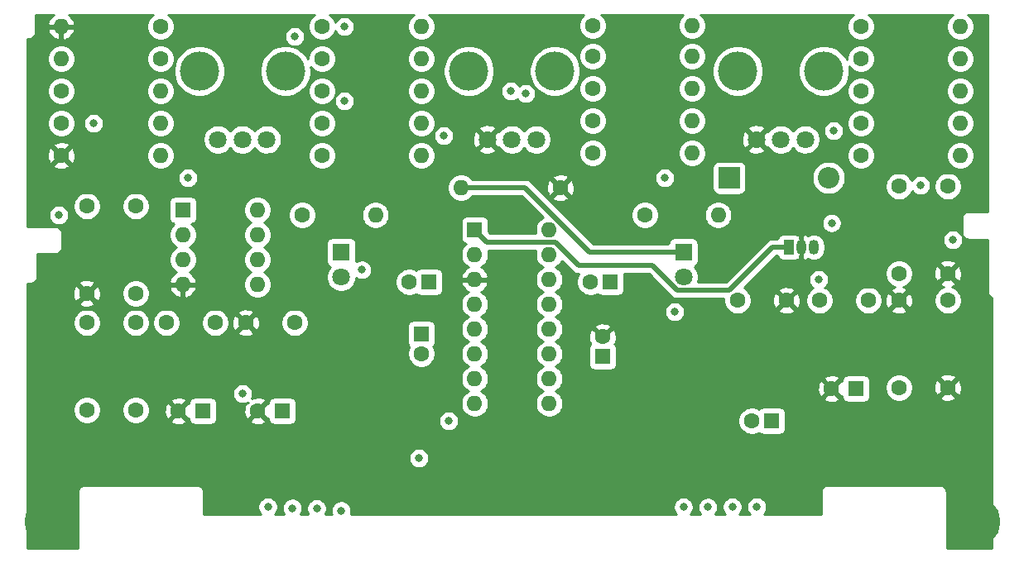
<source format=gbr>
G04 #@! TF.GenerationSoftware,KiCad,Pcbnew,(5.1.7)-1*
G04 #@! TF.CreationDate,2021-05-30T15:58:05-05:00*
G04 #@! TF.ProjectId,ConsolePedalDelay,436f6e73-6f6c-4655-9065-64616c44656c,rev?*
G04 #@! TF.SameCoordinates,Original*
G04 #@! TF.FileFunction,Copper,L3,Inr*
G04 #@! TF.FilePolarity,Positive*
%FSLAX46Y46*%
G04 Gerber Fmt 4.6, Leading zero omitted, Abs format (unit mm)*
G04 Created by KiCad (PCBNEW (5.1.7)-1) date 2021-05-30 15:58:05*
%MOMM*%
%LPD*%
G01*
G04 APERTURE LIST*
G04 #@! TA.AperFunction,ComponentPad*
%ADD10R,1.800000X1.800000*%
G04 #@! TD*
G04 #@! TA.AperFunction,ComponentPad*
%ADD11C,1.800000*%
G04 #@! TD*
G04 #@! TA.AperFunction,ComponentPad*
%ADD12C,5.000000*%
G04 #@! TD*
G04 #@! TA.AperFunction,ComponentPad*
%ADD13C,1.600000*%
G04 #@! TD*
G04 #@! TA.AperFunction,ComponentPad*
%ADD14O,1.600000X1.600000*%
G04 #@! TD*
G04 #@! TA.AperFunction,ComponentPad*
%ADD15R,2.200000X2.200000*%
G04 #@! TD*
G04 #@! TA.AperFunction,ComponentPad*
%ADD16O,2.200000X2.200000*%
G04 #@! TD*
G04 #@! TA.AperFunction,WasherPad*
%ADD17C,4.000000*%
G04 #@! TD*
G04 #@! TA.AperFunction,ComponentPad*
%ADD18O,1.050000X1.500000*%
G04 #@! TD*
G04 #@! TA.AperFunction,ComponentPad*
%ADD19R,1.050000X1.500000*%
G04 #@! TD*
G04 #@! TA.AperFunction,ComponentPad*
%ADD20R,1.600000X1.600000*%
G04 #@! TD*
G04 #@! TA.AperFunction,ViaPad*
%ADD21C,0.800000*%
G04 #@! TD*
G04 #@! TA.AperFunction,Conductor*
%ADD22C,0.500000*%
G04 #@! TD*
G04 #@! TA.AperFunction,Conductor*
%ADD23C,0.254000*%
G04 #@! TD*
G04 #@! TA.AperFunction,Conductor*
%ADD24C,0.100000*%
G04 #@! TD*
G04 APERTURE END LIST*
D10*
G04 #@! TO.N,Net-(D2-Pad1)*
G04 #@! TO.C,D3*
X115250000Y-95000000D03*
D11*
G04 #@! TO.N,/LEDPower*
X115250000Y-97540000D03*
G04 #@! TD*
G04 #@! TO.N,/LEDPower*
G04 #@! TO.C,D2*
X150250000Y-97540000D03*
D10*
G04 #@! TO.N,Net-(D2-Pad1)*
X150250000Y-95000000D03*
G04 #@! TD*
D12*
G04 #@! TO.N,GND*
G04 #@! TO.C,H1*
X85350000Y-122600000D03*
G04 #@! TD*
G04 #@! TO.N,GND*
G04 #@! TO.C,H2*
X180150000Y-122600000D03*
G04 #@! TD*
D13*
G04 #@! TO.N,GND*
G04 #@! TO.C,R21*
X137668000Y-88392000D03*
D14*
G04 #@! TO.N,Net-(D2-Pad1)*
X127508000Y-88392000D03*
G04 #@! TD*
D13*
G04 #@! TO.N,Net-(C1-Pad1)*
G04 #@! TO.C,C1*
X94234000Y-90278000D03*
G04 #@! TO.N,/Input*
X89234000Y-90278000D03*
G04 #@! TD*
G04 #@! TO.N,Net-(C2-Pad1)*
G04 #@! TO.C,C2*
X146304000Y-91186000D03*
D14*
G04 #@! TO.N,Net-(C2-Pad2)*
X153804000Y-91186000D03*
G04 #@! TD*
G04 #@! TO.N,Net-(C3-Pad2)*
G04 #@! TO.C,C3*
X118752000Y-91186000D03*
D13*
G04 #@! TO.N,Net-(C3-Pad1)*
X111252000Y-91186000D03*
G04 #@! TD*
G04 #@! TO.N,GND*
G04 #@! TO.C,C6*
X172292000Y-99930000D03*
G04 #@! TO.N,Net-(C6-Pad1)*
X177292000Y-99930000D03*
G04 #@! TD*
G04 #@! TO.N,/pin16*
G04 #@! TO.C,C7*
X102362000Y-102216000D03*
G04 #@! TO.N,/pin15*
X97362000Y-102216000D03*
G04 #@! TD*
G04 #@! TO.N,/pin14*
G04 #@! TO.C,C8*
X94234000Y-111144000D03*
G04 #@! TO.N,/pin13*
X89234000Y-111144000D03*
G04 #@! TD*
G04 #@! TO.N,/pin11*
G04 #@! TO.C,C9*
X89234000Y-102216000D03*
G04 #@! TO.N,/pin12*
X94234000Y-102216000D03*
G04 #@! TD*
G04 #@! TO.N,/pin10*
G04 #@! TO.C,C10*
X169164000Y-99930000D03*
G04 #@! TO.N,/pin9*
X164164000Y-99930000D03*
G04 #@! TD*
G04 #@! TO.N,Net-(C11-Pad2)*
G04 #@! TO.C,C11*
X172292000Y-88246000D03*
G04 #@! TO.N,Net-(C11-Pad1)*
X177292000Y-88246000D03*
G04 #@! TD*
G04 #@! TO.N,Net-(C12-Pad2)*
G04 #@! TO.C,C12*
X155782000Y-99930000D03*
G04 #@! TO.N,GND*
X160782000Y-99930000D03*
G04 #@! TD*
G04 #@! TO.N,GND*
G04 #@! TO.C,C15*
X177292000Y-97174000D03*
G04 #@! TO.N,Net-(C15-Pad2)*
X172292000Y-97174000D03*
G04 #@! TD*
G04 #@! TO.N,GND*
G04 #@! TO.C,C16*
X177292000Y-108858000D03*
G04 #@! TO.N,Net-(C16-Pad2)*
X172292000Y-108858000D03*
G04 #@! TD*
G04 #@! TO.N,GND*
G04 #@! TO.C,C18*
X89234000Y-99206000D03*
G04 #@! TO.N,/pin7*
X94234000Y-99206000D03*
G04 #@! TD*
G04 #@! TO.N,GND*
G04 #@! TO.C,C19*
X105490000Y-102216000D03*
G04 #@! TO.N,/pin8*
X110490000Y-102216000D03*
G04 #@! TD*
D15*
G04 #@! TO.N,Net-(D1-Pad1)*
G04 #@! TO.C,D1*
X154940000Y-87376000D03*
D16*
G04 #@! TO.N,+9V*
X165100000Y-87376000D03*
G04 #@! TD*
D13*
G04 #@! TO.N,GND*
G04 #@! TO.C,R1*
X86614000Y-85090000D03*
D14*
G04 #@! TO.N,/Input*
X96774000Y-85090000D03*
G04 #@! TD*
G04 #@! TO.N,Net-(C2-Pad1)*
G04 #@! TO.C,R2*
X151130000Y-71800000D03*
D13*
G04 #@! TO.N,Net-(C1-Pad1)*
X140970000Y-71800000D03*
G04 #@! TD*
G04 #@! TO.N,Net-(C2-Pad2)*
G04 #@! TO.C,R3*
X140970000Y-81534000D03*
D14*
G04 #@! TO.N,Net-(C2-Pad1)*
X151130000Y-81534000D03*
G04 #@! TD*
D13*
G04 #@! TO.N,Net-(C2-Pad2)*
G04 #@! TO.C,R4*
X168402000Y-75184000D03*
D14*
G04 #@! TO.N,Net-(C3-Pad1)*
X178562000Y-75184000D03*
G04 #@! TD*
D13*
G04 #@! TO.N,Net-(C3-Pad1)*
G04 #@! TO.C,R5*
X86614000Y-78486000D03*
D14*
G04 #@! TO.N,Net-(C3-Pad2)*
X96774000Y-78486000D03*
G04 #@! TD*
D13*
G04 #@! TO.N,Net-(C4-Pad2)*
G04 #@! TO.C,R6*
X168402000Y-78486000D03*
D14*
G04 #@! TO.N,/Output*
X178562000Y-78486000D03*
G04 #@! TD*
D13*
G04 #@! TO.N,Net-(C6-Pad1)*
G04 #@! TO.C,R7*
X168402000Y-71882000D03*
D14*
G04 #@! TO.N,Net-(C5-Pad2)*
X178562000Y-71882000D03*
G04 #@! TD*
G04 #@! TO.N,Net-(C6-Pad1)*
G04 #@! TO.C,R8*
X151130000Y-74930000D03*
D13*
G04 #@! TO.N,/pin16*
X140970000Y-74930000D03*
G04 #@! TD*
D14*
G04 #@! TO.N,/pin15*
G04 #@! TO.C,R9*
X86614000Y-75184000D03*
D13*
G04 #@! TO.N,Net-(C6-Pad1)*
X96774000Y-75184000D03*
G04 #@! TD*
G04 #@! TO.N,Net-(C6-Pad1)*
G04 #@! TO.C,R10*
X140970000Y-78232000D03*
D14*
G04 #@! TO.N,Net-(C11-Pad2)*
X151130000Y-78232000D03*
G04 #@! TD*
D13*
G04 #@! TO.N,/pin14*
G04 #@! TO.C,R11*
X113284000Y-81788000D03*
D14*
G04 #@! TO.N,Net-(C16-Pad2)*
X123444000Y-81788000D03*
G04 #@! TD*
G04 #@! TO.N,Net-(C16-Pad2)*
G04 #@! TO.C,R12*
X178562000Y-85090000D03*
D13*
G04 #@! TO.N,/pin13*
X168402000Y-85090000D03*
G04 #@! TD*
D14*
G04 #@! TO.N,Net-(C12-Pad2)*
G04 #@! TO.C,R13*
X123444000Y-78486000D03*
D13*
G04 #@! TO.N,/pin14*
X113284000Y-78486000D03*
G04 #@! TD*
D14*
G04 #@! TO.N,Net-(C15-Pad2)*
G04 #@! TO.C,R14*
X178562000Y-81788000D03*
D13*
G04 #@! TO.N,Net-(C13-Pad2)*
X168402000Y-81788000D03*
G04 #@! TD*
D14*
G04 #@! TO.N,Net-(C14-Pad1)*
G04 #@! TO.C,R15*
X96774000Y-81788000D03*
D13*
G04 #@! TO.N,Net-(C3-Pad1)*
X86614000Y-81788000D03*
G04 #@! TD*
D14*
G04 #@! TO.N,/pin12*
G04 #@! TO.C,R16*
X151130000Y-84836000D03*
D13*
G04 #@! TO.N,Net-(C16-Pad2)*
X140970000Y-84836000D03*
G04 #@! TD*
G04 #@! TO.N,/pin6*
G04 #@! TO.C,R17*
X113284000Y-75184000D03*
D14*
G04 #@! TO.N,Net-(R17-Pad2)*
X123444000Y-75184000D03*
G04 #@! TD*
G04 #@! TO.N,Net-(D1-Pad1)*
G04 #@! TO.C,R18*
X123444000Y-85090000D03*
D13*
G04 #@! TO.N,Net-(C20-Pad1)*
X113284000Y-85090000D03*
G04 #@! TD*
D14*
G04 #@! TO.N,/VREF*
G04 #@! TO.C,R19*
X123444000Y-71882000D03*
D13*
G04 #@! TO.N,Net-(C20-Pad1)*
X113284000Y-71882000D03*
G04 #@! TD*
G04 #@! TO.N,/VREF*
G04 #@! TO.C,R20*
X96774000Y-71882000D03*
D14*
G04 #@! TO.N,GND*
X86614000Y-71882000D03*
G04 #@! TD*
D11*
G04 #@! TO.N,/pin4*
G04 #@! TO.C,RV1*
X102639000Y-83439000D03*
G04 #@! TO.N,Net-(R17-Pad2)*
X105139000Y-83439000D03*
X107639000Y-83439000D03*
D17*
G04 #@! TO.N,*
X100739000Y-76439000D03*
X109539000Y-76439000D03*
G04 #@! TD*
G04 #@! TO.N,*
G04 #@! TO.C,RV2*
X137115000Y-76439000D03*
X128315000Y-76439000D03*
D11*
G04 #@! TO.N,Net-(C13-Pad2)*
X135215000Y-83439000D03*
G04 #@! TO.N,Net-(C14-Pad2)*
X132715000Y-83439000D03*
G04 #@! TO.N,GND*
X130215000Y-83439000D03*
G04 #@! TD*
G04 #@! TO.N,GND*
G04 #@! TO.C,RV3*
X157715000Y-83439000D03*
G04 #@! TO.N,Net-(C15-Pad2)*
X160215000Y-83439000D03*
G04 #@! TO.N,Net-(C11-Pad1)*
X162715000Y-83439000D03*
D17*
G04 #@! TO.N,*
X155815000Y-76439000D03*
X164615000Y-76439000D03*
G04 #@! TD*
D18*
G04 #@! TO.N,GND*
G04 #@! TO.C,U3*
X162306000Y-94488000D03*
G04 #@! TO.N,Net-(C20-Pad1)*
X163576000Y-94488000D03*
D19*
G04 #@! TO.N,/5V*
X161036000Y-94488000D03*
G04 #@! TD*
D20*
G04 #@! TO.N,Net-(C2-Pad2)*
G04 #@! TO.C,U1*
X99060000Y-90678000D03*
D14*
G04 #@! TO.N,/VREF*
X106680000Y-98298000D03*
G04 #@! TO.N,Net-(C2-Pad1)*
X99060000Y-93218000D03*
G04 #@! TO.N,Net-(C3-Pad1)*
X106680000Y-95758000D03*
G04 #@! TO.N,/VREF*
X99060000Y-95758000D03*
G04 #@! TO.N,Net-(C3-Pad2)*
X106680000Y-93218000D03*
G04 #@! TO.N,GND*
X99060000Y-98298000D03*
G04 #@! TO.N,Net-(C20-Pad1)*
X106680000Y-90678000D03*
G04 #@! TD*
D20*
G04 #@! TO.N,/5V*
G04 #@! TO.C,U2*
X128905000Y-92710000D03*
D14*
G04 #@! TO.N,/pin9*
X136525000Y-110490000D03*
G04 #@! TO.N,/pin2*
X128905000Y-95250000D03*
G04 #@! TO.N,/pin10*
X136525000Y-107950000D03*
G04 #@! TO.N,GND*
X128905000Y-97790000D03*
G04 #@! TO.N,/pin11*
X136525000Y-105410000D03*
G04 #@! TO.N,/pin4*
X128905000Y-100330000D03*
G04 #@! TO.N,/pin12*
X136525000Y-102870000D03*
G04 #@! TO.N,N/C*
X128905000Y-102870000D03*
G04 #@! TO.N,/pin13*
X136525000Y-100330000D03*
G04 #@! TO.N,/pin6*
X128905000Y-105410000D03*
G04 #@! TO.N,/pin14*
X136525000Y-97790000D03*
G04 #@! TO.N,/pin7*
X128905000Y-107950000D03*
G04 #@! TO.N,/pin15*
X136525000Y-95250000D03*
G04 #@! TO.N,/pin8*
X128905000Y-110490000D03*
G04 #@! TO.N,/pin16*
X136525000Y-92710000D03*
G04 #@! TD*
D20*
G04 #@! TO.N,Net-(C3-Pad2)*
G04 #@! TO.C,C4*
X123444000Y-103378000D03*
D13*
G04 #@! TO.N,Net-(C4-Pad2)*
X123444000Y-105378000D03*
G04 #@! TD*
G04 #@! TO.N,Net-(C5-Pad2)*
G04 #@! TO.C,C5*
X122206000Y-98044000D03*
D20*
G04 #@! TO.N,Net-(C2-Pad2)*
X124206000Y-98044000D03*
G04 #@! TD*
D13*
G04 #@! TO.N,Net-(C13-Pad2)*
G04 #@! TO.C,C13*
X157258000Y-112268000D03*
D20*
G04 #@! TO.N,Net-(C12-Pad2)*
X159258000Y-112268000D03*
G04 #@! TD*
G04 #@! TO.N,Net-(C14-Pad1)*
G04 #@! TO.C,C14*
X142748000Y-98044000D03*
D13*
G04 #@! TO.N,Net-(C14-Pad2)*
X140748000Y-98044000D03*
G04 #@! TD*
D20*
G04 #@! TO.N,/pin2*
G04 #@! TO.C,C17*
X109220000Y-111252000D03*
D13*
G04 #@! TO.N,GND*
X106720000Y-111252000D03*
G04 #@! TD*
D20*
G04 #@! TO.N,Net-(C20-Pad1)*
G04 #@! TO.C,C20*
X141986000Y-105664000D03*
D13*
G04 #@! TO.N,GND*
X141986000Y-103664000D03*
G04 #@! TD*
G04 #@! TO.N,GND*
G04 #@! TO.C,C21*
X165394000Y-108966000D03*
D20*
G04 #@! TO.N,/VREF*
X167894000Y-108966000D03*
G04 #@! TD*
G04 #@! TO.N,/5V*
G04 #@! TO.C,C22*
X101092000Y-111252000D03*
D13*
G04 #@! TO.N,GND*
X98592000Y-111252000D03*
G04 #@! TD*
D21*
G04 #@! TO.N,GND*
X105250000Y-120979000D03*
X160250000Y-120988000D03*
X102750000Y-121038000D03*
X162750000Y-120967000D03*
X102870000Y-98298000D03*
X92710000Y-93218000D03*
X161036000Y-115570000D03*
X159258000Y-116840000D03*
G04 #@! TO.N,/LEDPower*
X115250000Y-121454000D03*
X150250000Y-121073000D03*
X149352000Y-101092000D03*
G04 #@! TO.N,/Input*
X107750000Y-121066000D03*
X157750000Y-121066000D03*
G04 #@! TO.N,/Output*
X110250000Y-121195000D03*
X155250000Y-121068000D03*
X177800000Y-93726000D03*
G04 #@! TO.N,+9V*
X112750000Y-121235000D03*
X152750000Y-121108000D03*
X165414001Y-92008001D03*
G04 #@! TO.N,Net-(C2-Pad2)*
X117367999Y-96793999D03*
G04 #@! TO.N,Net-(C3-Pad1)*
X115570000Y-79502000D03*
G04 #@! TO.N,Net-(C5-Pad2)*
X132588000Y-78486000D03*
G04 #@! TO.N,Net-(C4-Pad2)*
X165608000Y-82550000D03*
G04 #@! TO.N,Net-(C6-Pad1)*
X174498000Y-88138000D03*
X115570000Y-71882000D03*
G04 #@! TO.N,/pin16*
X134112000Y-78740000D03*
G04 #@! TO.N,/pin15*
X86360000Y-91186000D03*
G04 #@! TO.N,/pin14*
X99568000Y-87376000D03*
G04 #@! TO.N,/pin13*
X123190000Y-116078000D03*
G04 #@! TO.N,/pin11*
X126238000Y-112268000D03*
G04 #@! TO.N,/pin10*
X164084000Y-97790000D03*
X164084000Y-97790000D03*
G04 #@! TO.N,Net-(C13-Pad2)*
X148336000Y-87376000D03*
G04 #@! TO.N,Net-(C14-Pad1)*
X89916000Y-81788000D03*
G04 #@! TO.N,Net-(C20-Pad1)*
X125730000Y-83058000D03*
G04 #@! TO.N,/5V*
X105156000Y-109474000D03*
G04 #@! TO.N,Net-(R17-Pad2)*
X110490000Y-72898000D03*
G04 #@! TD*
D22*
G04 #@! TO.N,/5V*
X159373998Y-94488000D02*
X161036000Y-94488000D01*
X149601999Y-98890001D02*
X154971997Y-98890001D01*
X147061999Y-96350001D02*
X149601999Y-98890001D01*
X139515001Y-96350001D02*
X147061999Y-96350001D01*
X137125001Y-93960001D02*
X139515001Y-96350001D01*
X154971997Y-98890001D02*
X159373998Y-94488000D01*
X130155001Y-93960001D02*
X137125001Y-93960001D01*
X128905000Y-92710000D02*
X130155001Y-93960001D01*
G04 #@! TO.N,Net-(D2-Pad1)*
X134057002Y-88392000D02*
X127508000Y-88392000D01*
X140665002Y-95000000D02*
X134057002Y-88392000D01*
X150250000Y-95000000D02*
X140665002Y-95000000D01*
G04 #@! TD*
D23*
G04 #@! TO.N,GND*
X85758869Y-70729615D02*
X85550481Y-70918586D01*
X85382963Y-71144580D01*
X85262754Y-71398913D01*
X85222096Y-71532961D01*
X85344085Y-71755000D01*
X86487000Y-71755000D01*
X86487000Y-71735000D01*
X86741000Y-71735000D01*
X86741000Y-71755000D01*
X87883915Y-71755000D01*
X88005904Y-71532961D01*
X87965246Y-71398913D01*
X87845037Y-71144580D01*
X87677519Y-70918586D01*
X87469131Y-70729615D01*
X87381400Y-70677000D01*
X96008877Y-70677000D01*
X95864340Y-70773576D01*
X95665576Y-70972340D01*
X95509409Y-71206062D01*
X95401838Y-71465759D01*
X95347000Y-71741453D01*
X95347000Y-72022547D01*
X95401838Y-72298241D01*
X95509409Y-72557938D01*
X95665576Y-72791660D01*
X95864340Y-72990424D01*
X96098062Y-73146591D01*
X96357759Y-73254162D01*
X96633453Y-73309000D01*
X96914547Y-73309000D01*
X97190241Y-73254162D01*
X97449938Y-73146591D01*
X97683660Y-72990424D01*
X97877235Y-72796849D01*
X109463000Y-72796849D01*
X109463000Y-72999151D01*
X109502467Y-73197565D01*
X109579885Y-73384467D01*
X109692277Y-73552674D01*
X109835326Y-73695723D01*
X110003533Y-73808115D01*
X110190435Y-73885533D01*
X110388849Y-73925000D01*
X110591151Y-73925000D01*
X110789565Y-73885533D01*
X110976467Y-73808115D01*
X111144674Y-73695723D01*
X111287723Y-73552674D01*
X111400115Y-73384467D01*
X111477533Y-73197565D01*
X111517000Y-72999151D01*
X111517000Y-72796849D01*
X111477533Y-72598435D01*
X111400115Y-72411533D01*
X111287723Y-72243326D01*
X111144674Y-72100277D01*
X110976467Y-71987885D01*
X110789565Y-71910467D01*
X110591151Y-71871000D01*
X110388849Y-71871000D01*
X110190435Y-71910467D01*
X110003533Y-71987885D01*
X109835326Y-72100277D01*
X109692277Y-72243326D01*
X109579885Y-72411533D01*
X109502467Y-72598435D01*
X109463000Y-72796849D01*
X97877235Y-72796849D01*
X97882424Y-72791660D01*
X98038591Y-72557938D01*
X98146162Y-72298241D01*
X98201000Y-72022547D01*
X98201000Y-71741453D01*
X98146162Y-71465759D01*
X98038591Y-71206062D01*
X97882424Y-70972340D01*
X97683660Y-70773576D01*
X97539123Y-70677000D01*
X112518877Y-70677000D01*
X112374340Y-70773576D01*
X112175576Y-70972340D01*
X112019409Y-71206062D01*
X111911838Y-71465759D01*
X111857000Y-71741453D01*
X111857000Y-72022547D01*
X111911838Y-72298241D01*
X112019409Y-72557938D01*
X112175576Y-72791660D01*
X112374340Y-72990424D01*
X112608062Y-73146591D01*
X112867759Y-73254162D01*
X113143453Y-73309000D01*
X113424547Y-73309000D01*
X113700241Y-73254162D01*
X113959938Y-73146591D01*
X114193660Y-72990424D01*
X114392424Y-72791660D01*
X114548591Y-72557938D01*
X114643479Y-72328860D01*
X114659885Y-72368467D01*
X114772277Y-72536674D01*
X114915326Y-72679723D01*
X115083533Y-72792115D01*
X115270435Y-72869533D01*
X115468849Y-72909000D01*
X115671151Y-72909000D01*
X115869565Y-72869533D01*
X116056467Y-72792115D01*
X116224674Y-72679723D01*
X116367723Y-72536674D01*
X116480115Y-72368467D01*
X116557533Y-72181565D01*
X116597000Y-71983151D01*
X116597000Y-71780849D01*
X116557533Y-71582435D01*
X116480115Y-71395533D01*
X116367723Y-71227326D01*
X116224674Y-71084277D01*
X116056467Y-70971885D01*
X115869565Y-70894467D01*
X115671151Y-70855000D01*
X115468849Y-70855000D01*
X115270435Y-70894467D01*
X115083533Y-70971885D01*
X114915326Y-71084277D01*
X114772277Y-71227326D01*
X114659885Y-71395533D01*
X114643479Y-71435140D01*
X114548591Y-71206062D01*
X114392424Y-70972340D01*
X114193660Y-70773576D01*
X114049123Y-70677000D01*
X122678877Y-70677000D01*
X122534340Y-70773576D01*
X122335576Y-70972340D01*
X122179409Y-71206062D01*
X122071838Y-71465759D01*
X122017000Y-71741453D01*
X122017000Y-72022547D01*
X122071838Y-72298241D01*
X122179409Y-72557938D01*
X122335576Y-72791660D01*
X122534340Y-72990424D01*
X122768062Y-73146591D01*
X123027759Y-73254162D01*
X123303453Y-73309000D01*
X123584547Y-73309000D01*
X123860241Y-73254162D01*
X124119938Y-73146591D01*
X124353660Y-72990424D01*
X124552424Y-72791660D01*
X124708591Y-72557938D01*
X124816162Y-72298241D01*
X124871000Y-72022547D01*
X124871000Y-71741453D01*
X124816162Y-71465759D01*
X124708591Y-71206062D01*
X124552424Y-70972340D01*
X124353660Y-70773576D01*
X124209123Y-70677000D01*
X140082155Y-70677000D01*
X140060340Y-70691576D01*
X139861576Y-70890340D01*
X139705409Y-71124062D01*
X139597838Y-71383759D01*
X139543000Y-71659453D01*
X139543000Y-71940547D01*
X139597838Y-72216241D01*
X139705409Y-72475938D01*
X139861576Y-72709660D01*
X140060340Y-72908424D01*
X140294062Y-73064591D01*
X140553759Y-73172162D01*
X140829453Y-73227000D01*
X141110547Y-73227000D01*
X141386241Y-73172162D01*
X141645938Y-73064591D01*
X141879660Y-72908424D01*
X142078424Y-72709660D01*
X142234591Y-72475938D01*
X142342162Y-72216241D01*
X142397000Y-71940547D01*
X142397000Y-71659453D01*
X142342162Y-71383759D01*
X142234591Y-71124062D01*
X142078424Y-70890340D01*
X141879660Y-70691576D01*
X141857845Y-70677000D01*
X150242155Y-70677000D01*
X150220340Y-70691576D01*
X150021576Y-70890340D01*
X149865409Y-71124062D01*
X149757838Y-71383759D01*
X149703000Y-71659453D01*
X149703000Y-71940547D01*
X149757838Y-72216241D01*
X149865409Y-72475938D01*
X150021576Y-72709660D01*
X150220340Y-72908424D01*
X150454062Y-73064591D01*
X150713759Y-73172162D01*
X150989453Y-73227000D01*
X151270547Y-73227000D01*
X151546241Y-73172162D01*
X151805938Y-73064591D01*
X152039660Y-72908424D01*
X152238424Y-72709660D01*
X152394591Y-72475938D01*
X152502162Y-72216241D01*
X152557000Y-71940547D01*
X152557000Y-71659453D01*
X152502162Y-71383759D01*
X152394591Y-71124062D01*
X152238424Y-70890340D01*
X152039660Y-70691576D01*
X152017845Y-70677000D01*
X167636877Y-70677000D01*
X167492340Y-70773576D01*
X167293576Y-70972340D01*
X167137409Y-71206062D01*
X167029838Y-71465759D01*
X166975000Y-71741453D01*
X166975000Y-72022547D01*
X167029838Y-72298241D01*
X167137409Y-72557938D01*
X167293576Y-72791660D01*
X167492340Y-72990424D01*
X167726062Y-73146591D01*
X167985759Y-73254162D01*
X168261453Y-73309000D01*
X168542547Y-73309000D01*
X168818241Y-73254162D01*
X169077938Y-73146591D01*
X169311660Y-72990424D01*
X169510424Y-72791660D01*
X169666591Y-72557938D01*
X169774162Y-72298241D01*
X169829000Y-72022547D01*
X169829000Y-71741453D01*
X169774162Y-71465759D01*
X169666591Y-71206062D01*
X169510424Y-70972340D01*
X169311660Y-70773576D01*
X169167123Y-70677000D01*
X177796877Y-70677000D01*
X177652340Y-70773576D01*
X177453576Y-70972340D01*
X177297409Y-71206062D01*
X177189838Y-71465759D01*
X177135000Y-71741453D01*
X177135000Y-72022547D01*
X177189838Y-72298241D01*
X177297409Y-72557938D01*
X177453576Y-72791660D01*
X177652340Y-72990424D01*
X177886062Y-73146591D01*
X178145759Y-73254162D01*
X178421453Y-73309000D01*
X178702547Y-73309000D01*
X178978241Y-73254162D01*
X179237938Y-73146591D01*
X179471660Y-72990424D01*
X179670424Y-72791660D01*
X179826591Y-72557938D01*
X179934162Y-72298241D01*
X179989000Y-72022547D01*
X179989000Y-71741453D01*
X179934162Y-71465759D01*
X179826591Y-71206062D01*
X179670424Y-70972340D01*
X179471660Y-70773576D01*
X179327123Y-70677000D01*
X181323000Y-70677000D01*
X181323001Y-90823000D01*
X179433252Y-90823000D01*
X179400000Y-90819725D01*
X179366748Y-90823000D01*
X179267285Y-90832796D01*
X179139670Y-90871508D01*
X179022059Y-90934372D01*
X178918973Y-91018973D01*
X178834372Y-91122059D01*
X178771508Y-91239670D01*
X178732796Y-91367285D01*
X178719725Y-91500000D01*
X178723001Y-91533262D01*
X178723000Y-92966747D01*
X178719725Y-93000000D01*
X178732796Y-93132715D01*
X178771508Y-93260330D01*
X178834372Y-93377941D01*
X178918973Y-93481027D01*
X178995613Y-93543924D01*
X179022059Y-93565628D01*
X179139670Y-93628492D01*
X179267285Y-93667204D01*
X179400000Y-93680275D01*
X179433252Y-93677000D01*
X181323000Y-93677000D01*
X181323001Y-98966738D01*
X181319725Y-99000000D01*
X181332796Y-99132715D01*
X181371508Y-99260330D01*
X181434372Y-99377941D01*
X181518973Y-99481027D01*
X181622059Y-99565628D01*
X181739670Y-99628492D01*
X181823001Y-99653770D01*
X181823000Y-125323000D01*
X177177000Y-125323000D01*
X177177000Y-119533252D01*
X177180275Y-119500000D01*
X177167204Y-119367285D01*
X177128492Y-119239670D01*
X177065628Y-119122059D01*
X176981027Y-119018973D01*
X176877941Y-118934372D01*
X176760330Y-118871508D01*
X176632715Y-118832796D01*
X176533252Y-118823000D01*
X176500000Y-118819725D01*
X176466748Y-118823000D01*
X165033252Y-118823000D01*
X165000000Y-118819725D01*
X164966748Y-118823000D01*
X164867285Y-118832796D01*
X164739670Y-118871508D01*
X164622059Y-118934372D01*
X164518973Y-119018973D01*
X164434372Y-119122059D01*
X164371508Y-119239670D01*
X164332796Y-119367285D01*
X164319725Y-119500000D01*
X164323001Y-119533262D01*
X164323001Y-121793000D01*
X158475397Y-121793000D01*
X158547723Y-121720674D01*
X158660115Y-121552467D01*
X158737533Y-121365565D01*
X158777000Y-121167151D01*
X158777000Y-120964849D01*
X158737533Y-120766435D01*
X158660115Y-120579533D01*
X158547723Y-120411326D01*
X158404674Y-120268277D01*
X158236467Y-120155885D01*
X158049565Y-120078467D01*
X157851151Y-120039000D01*
X157648849Y-120039000D01*
X157450435Y-120078467D01*
X157263533Y-120155885D01*
X157095326Y-120268277D01*
X156952277Y-120411326D01*
X156839885Y-120579533D01*
X156762467Y-120766435D01*
X156723000Y-120964849D01*
X156723000Y-121167151D01*
X156762467Y-121365565D01*
X156839885Y-121552467D01*
X156952277Y-121720674D01*
X157024603Y-121793000D01*
X155977397Y-121793000D01*
X156047723Y-121722674D01*
X156160115Y-121554467D01*
X156237533Y-121367565D01*
X156277000Y-121169151D01*
X156277000Y-120966849D01*
X156237533Y-120768435D01*
X156160115Y-120581533D01*
X156047723Y-120413326D01*
X155904674Y-120270277D01*
X155736467Y-120157885D01*
X155549565Y-120080467D01*
X155351151Y-120041000D01*
X155148849Y-120041000D01*
X154950435Y-120080467D01*
X154763533Y-120157885D01*
X154595326Y-120270277D01*
X154452277Y-120413326D01*
X154339885Y-120581533D01*
X154262467Y-120768435D01*
X154223000Y-120966849D01*
X154223000Y-121169151D01*
X154262467Y-121367565D01*
X154339885Y-121554467D01*
X154452277Y-121722674D01*
X154522603Y-121793000D01*
X153517397Y-121793000D01*
X153547723Y-121762674D01*
X153660115Y-121594467D01*
X153737533Y-121407565D01*
X153777000Y-121209151D01*
X153777000Y-121006849D01*
X153737533Y-120808435D01*
X153660115Y-120621533D01*
X153547723Y-120453326D01*
X153404674Y-120310277D01*
X153236467Y-120197885D01*
X153049565Y-120120467D01*
X152851151Y-120081000D01*
X152648849Y-120081000D01*
X152450435Y-120120467D01*
X152263533Y-120197885D01*
X152095326Y-120310277D01*
X151952277Y-120453326D01*
X151839885Y-120621533D01*
X151762467Y-120808435D01*
X151723000Y-121006849D01*
X151723000Y-121209151D01*
X151762467Y-121407565D01*
X151839885Y-121594467D01*
X151952277Y-121762674D01*
X151982603Y-121793000D01*
X150982397Y-121793000D01*
X151047723Y-121727674D01*
X151160115Y-121559467D01*
X151237533Y-121372565D01*
X151277000Y-121174151D01*
X151277000Y-120971849D01*
X151237533Y-120773435D01*
X151160115Y-120586533D01*
X151047723Y-120418326D01*
X150904674Y-120275277D01*
X150736467Y-120162885D01*
X150549565Y-120085467D01*
X150351151Y-120046000D01*
X150148849Y-120046000D01*
X149950435Y-120085467D01*
X149763533Y-120162885D01*
X149595326Y-120275277D01*
X149452277Y-120418326D01*
X149339885Y-120586533D01*
X149262467Y-120773435D01*
X149223000Y-120971849D01*
X149223000Y-121174151D01*
X149262467Y-121372565D01*
X149339885Y-121559467D01*
X149452277Y-121727674D01*
X149517603Y-121793000D01*
X116221198Y-121793000D01*
X116237533Y-121753565D01*
X116277000Y-121555151D01*
X116277000Y-121352849D01*
X116237533Y-121154435D01*
X116160115Y-120967533D01*
X116047723Y-120799326D01*
X115904674Y-120656277D01*
X115736467Y-120543885D01*
X115549565Y-120466467D01*
X115351151Y-120427000D01*
X115148849Y-120427000D01*
X114950435Y-120466467D01*
X114763533Y-120543885D01*
X114595326Y-120656277D01*
X114452277Y-120799326D01*
X114339885Y-120967533D01*
X114262467Y-121154435D01*
X114223000Y-121352849D01*
X114223000Y-121555151D01*
X114262467Y-121753565D01*
X114278802Y-121793000D01*
X113612318Y-121793000D01*
X113660115Y-121721467D01*
X113737533Y-121534565D01*
X113777000Y-121336151D01*
X113777000Y-121133849D01*
X113737533Y-120935435D01*
X113660115Y-120748533D01*
X113547723Y-120580326D01*
X113404674Y-120437277D01*
X113236467Y-120324885D01*
X113049565Y-120247467D01*
X112851151Y-120208000D01*
X112648849Y-120208000D01*
X112450435Y-120247467D01*
X112263533Y-120324885D01*
X112095326Y-120437277D01*
X111952277Y-120580326D01*
X111839885Y-120748533D01*
X111762467Y-120935435D01*
X111723000Y-121133849D01*
X111723000Y-121336151D01*
X111762467Y-121534565D01*
X111839885Y-121721467D01*
X111887682Y-121793000D01*
X111085591Y-121793000D01*
X111160115Y-121681467D01*
X111237533Y-121494565D01*
X111277000Y-121296151D01*
X111277000Y-121093849D01*
X111237533Y-120895435D01*
X111160115Y-120708533D01*
X111047723Y-120540326D01*
X110904674Y-120397277D01*
X110736467Y-120284885D01*
X110549565Y-120207467D01*
X110351151Y-120168000D01*
X110148849Y-120168000D01*
X109950435Y-120207467D01*
X109763533Y-120284885D01*
X109595326Y-120397277D01*
X109452277Y-120540326D01*
X109339885Y-120708533D01*
X109262467Y-120895435D01*
X109223000Y-121093849D01*
X109223000Y-121296151D01*
X109262467Y-121494565D01*
X109339885Y-121681467D01*
X109414409Y-121793000D01*
X108475397Y-121793000D01*
X108547723Y-121720674D01*
X108660115Y-121552467D01*
X108737533Y-121365565D01*
X108777000Y-121167151D01*
X108777000Y-120964849D01*
X108737533Y-120766435D01*
X108660115Y-120579533D01*
X108547723Y-120411326D01*
X108404674Y-120268277D01*
X108236467Y-120155885D01*
X108049565Y-120078467D01*
X107851151Y-120039000D01*
X107648849Y-120039000D01*
X107450435Y-120078467D01*
X107263533Y-120155885D01*
X107095326Y-120268277D01*
X106952277Y-120411326D01*
X106839885Y-120579533D01*
X106762467Y-120766435D01*
X106723000Y-120964849D01*
X106723000Y-121167151D01*
X106762467Y-121365565D01*
X106839885Y-121552467D01*
X106952277Y-121720674D01*
X107024603Y-121793000D01*
X101177000Y-121793000D01*
X101177000Y-119533252D01*
X101180275Y-119500000D01*
X101167204Y-119367285D01*
X101128492Y-119239670D01*
X101065628Y-119122059D01*
X100981027Y-119018973D01*
X100877941Y-118934372D01*
X100760330Y-118871508D01*
X100632715Y-118832796D01*
X100533252Y-118823000D01*
X100500000Y-118819725D01*
X100466748Y-118823000D01*
X89033252Y-118823000D01*
X89000000Y-118819725D01*
X88966748Y-118823000D01*
X88867285Y-118832796D01*
X88739670Y-118871508D01*
X88622059Y-118934372D01*
X88518973Y-119018973D01*
X88434372Y-119122059D01*
X88371508Y-119239670D01*
X88332796Y-119367285D01*
X88319725Y-119500000D01*
X88323000Y-119533252D01*
X88323001Y-125323000D01*
X83177000Y-125323000D01*
X83177000Y-115976849D01*
X122163000Y-115976849D01*
X122163000Y-116179151D01*
X122202467Y-116377565D01*
X122279885Y-116564467D01*
X122392277Y-116732674D01*
X122535326Y-116875723D01*
X122703533Y-116988115D01*
X122890435Y-117065533D01*
X123088849Y-117105000D01*
X123291151Y-117105000D01*
X123489565Y-117065533D01*
X123676467Y-116988115D01*
X123844674Y-116875723D01*
X123987723Y-116732674D01*
X124100115Y-116564467D01*
X124177533Y-116377565D01*
X124217000Y-116179151D01*
X124217000Y-115976849D01*
X124177533Y-115778435D01*
X124100115Y-115591533D01*
X123987723Y-115423326D01*
X123844674Y-115280277D01*
X123676467Y-115167885D01*
X123489565Y-115090467D01*
X123291151Y-115051000D01*
X123088849Y-115051000D01*
X122890435Y-115090467D01*
X122703533Y-115167885D01*
X122535326Y-115280277D01*
X122392277Y-115423326D01*
X122279885Y-115591533D01*
X122202467Y-115778435D01*
X122163000Y-115976849D01*
X83177000Y-115976849D01*
X83177000Y-111003453D01*
X87807000Y-111003453D01*
X87807000Y-111284547D01*
X87861838Y-111560241D01*
X87969409Y-111819938D01*
X88125576Y-112053660D01*
X88324340Y-112252424D01*
X88558062Y-112408591D01*
X88817759Y-112516162D01*
X89093453Y-112571000D01*
X89374547Y-112571000D01*
X89650241Y-112516162D01*
X89909938Y-112408591D01*
X90143660Y-112252424D01*
X90342424Y-112053660D01*
X90498591Y-111819938D01*
X90606162Y-111560241D01*
X90661000Y-111284547D01*
X90661000Y-111003453D01*
X92807000Y-111003453D01*
X92807000Y-111284547D01*
X92861838Y-111560241D01*
X92969409Y-111819938D01*
X93125576Y-112053660D01*
X93324340Y-112252424D01*
X93558062Y-112408591D01*
X93817759Y-112516162D01*
X94093453Y-112571000D01*
X94374547Y-112571000D01*
X94650241Y-112516162D01*
X94909938Y-112408591D01*
X95143660Y-112252424D01*
X95151382Y-112244702D01*
X97778903Y-112244702D01*
X97850486Y-112488671D01*
X98105996Y-112609571D01*
X98380184Y-112678300D01*
X98662512Y-112692217D01*
X98942130Y-112650787D01*
X99208292Y-112555603D01*
X99333514Y-112488671D01*
X99405097Y-112244702D01*
X98592000Y-111431605D01*
X97778903Y-112244702D01*
X95151382Y-112244702D01*
X95342424Y-112053660D01*
X95498591Y-111819938D01*
X95606162Y-111560241D01*
X95653448Y-111322512D01*
X97151783Y-111322512D01*
X97193213Y-111602130D01*
X97288397Y-111868292D01*
X97355329Y-111993514D01*
X97599298Y-112065097D01*
X98412395Y-111252000D01*
X98771605Y-111252000D01*
X99584702Y-112065097D01*
X99661967Y-112042427D01*
X99661967Y-112052000D01*
X99674073Y-112174913D01*
X99709925Y-112293103D01*
X99768147Y-112402028D01*
X99846499Y-112497501D01*
X99941972Y-112575853D01*
X100050897Y-112634075D01*
X100169087Y-112669927D01*
X100292000Y-112682033D01*
X101892000Y-112682033D01*
X102014913Y-112669927D01*
X102133103Y-112634075D01*
X102242028Y-112575853D01*
X102337501Y-112497501D01*
X102415853Y-112402028D01*
X102474075Y-112293103D01*
X102488757Y-112244702D01*
X105906903Y-112244702D01*
X105978486Y-112488671D01*
X106233996Y-112609571D01*
X106508184Y-112678300D01*
X106790512Y-112692217D01*
X107070130Y-112650787D01*
X107336292Y-112555603D01*
X107461514Y-112488671D01*
X107533097Y-112244702D01*
X106720000Y-111431605D01*
X105906903Y-112244702D01*
X102488757Y-112244702D01*
X102509927Y-112174913D01*
X102522033Y-112052000D01*
X102522033Y-110452000D01*
X102509927Y-110329087D01*
X102474075Y-110210897D01*
X102415853Y-110101972D01*
X102337501Y-110006499D01*
X102242028Y-109928147D01*
X102133103Y-109869925D01*
X102014913Y-109834073D01*
X101892000Y-109821967D01*
X100292000Y-109821967D01*
X100169087Y-109834073D01*
X100050897Y-109869925D01*
X99941972Y-109928147D01*
X99846499Y-110006499D01*
X99768147Y-110101972D01*
X99709925Y-110210897D01*
X99674073Y-110329087D01*
X99661967Y-110452000D01*
X99661967Y-110461573D01*
X99584702Y-110438903D01*
X98771605Y-111252000D01*
X98412395Y-111252000D01*
X97599298Y-110438903D01*
X97355329Y-110510486D01*
X97234429Y-110765996D01*
X97165700Y-111040184D01*
X97151783Y-111322512D01*
X95653448Y-111322512D01*
X95661000Y-111284547D01*
X95661000Y-111003453D01*
X95606162Y-110727759D01*
X95498591Y-110468062D01*
X95359101Y-110259298D01*
X97778903Y-110259298D01*
X98592000Y-111072395D01*
X99405097Y-110259298D01*
X99333514Y-110015329D01*
X99078004Y-109894429D01*
X98803816Y-109825700D01*
X98521488Y-109811783D01*
X98241870Y-109853213D01*
X97975708Y-109948397D01*
X97850486Y-110015329D01*
X97778903Y-110259298D01*
X95359101Y-110259298D01*
X95342424Y-110234340D01*
X95143660Y-110035576D01*
X94909938Y-109879409D01*
X94650241Y-109771838D01*
X94374547Y-109717000D01*
X94093453Y-109717000D01*
X93817759Y-109771838D01*
X93558062Y-109879409D01*
X93324340Y-110035576D01*
X93125576Y-110234340D01*
X92969409Y-110468062D01*
X92861838Y-110727759D01*
X92807000Y-111003453D01*
X90661000Y-111003453D01*
X90606162Y-110727759D01*
X90498591Y-110468062D01*
X90342424Y-110234340D01*
X90143660Y-110035576D01*
X89909938Y-109879409D01*
X89650241Y-109771838D01*
X89374547Y-109717000D01*
X89093453Y-109717000D01*
X88817759Y-109771838D01*
X88558062Y-109879409D01*
X88324340Y-110035576D01*
X88125576Y-110234340D01*
X87969409Y-110468062D01*
X87861838Y-110727759D01*
X87807000Y-111003453D01*
X83177000Y-111003453D01*
X83177000Y-109372849D01*
X104129000Y-109372849D01*
X104129000Y-109575151D01*
X104168467Y-109773565D01*
X104245885Y-109960467D01*
X104358277Y-110128674D01*
X104501326Y-110271723D01*
X104669533Y-110384115D01*
X104856435Y-110461533D01*
X105054849Y-110501000D01*
X105257151Y-110501000D01*
X105455565Y-110461533D01*
X105642467Y-110384115D01*
X105660475Y-110372082D01*
X105727296Y-110438903D01*
X105483329Y-110510486D01*
X105362429Y-110765996D01*
X105293700Y-111040184D01*
X105279783Y-111322512D01*
X105321213Y-111602130D01*
X105416397Y-111868292D01*
X105483329Y-111993514D01*
X105727298Y-112065097D01*
X106540395Y-111252000D01*
X106899605Y-111252000D01*
X107712702Y-112065097D01*
X107789967Y-112042427D01*
X107789967Y-112052000D01*
X107802073Y-112174913D01*
X107837925Y-112293103D01*
X107896147Y-112402028D01*
X107974499Y-112497501D01*
X108069972Y-112575853D01*
X108178897Y-112634075D01*
X108297087Y-112669927D01*
X108420000Y-112682033D01*
X110020000Y-112682033D01*
X110142913Y-112669927D01*
X110261103Y-112634075D01*
X110370028Y-112575853D01*
X110465501Y-112497501D01*
X110543853Y-112402028D01*
X110602075Y-112293103D01*
X110637927Y-112174913D01*
X110638721Y-112166849D01*
X125211000Y-112166849D01*
X125211000Y-112369151D01*
X125250467Y-112567565D01*
X125327885Y-112754467D01*
X125440277Y-112922674D01*
X125583326Y-113065723D01*
X125751533Y-113178115D01*
X125938435Y-113255533D01*
X126136849Y-113295000D01*
X126339151Y-113295000D01*
X126537565Y-113255533D01*
X126724467Y-113178115D01*
X126892674Y-113065723D01*
X127035723Y-112922674D01*
X127148115Y-112754467D01*
X127225533Y-112567565D01*
X127265000Y-112369151D01*
X127265000Y-112166849D01*
X127257164Y-112127453D01*
X155831000Y-112127453D01*
X155831000Y-112408547D01*
X155885838Y-112684241D01*
X155993409Y-112943938D01*
X156149576Y-113177660D01*
X156348340Y-113376424D01*
X156582062Y-113532591D01*
X156841759Y-113640162D01*
X157117453Y-113695000D01*
X157398547Y-113695000D01*
X157674241Y-113640162D01*
X157933938Y-113532591D01*
X157994795Y-113491928D01*
X158012499Y-113513501D01*
X158107972Y-113591853D01*
X158216897Y-113650075D01*
X158335087Y-113685927D01*
X158458000Y-113698033D01*
X160058000Y-113698033D01*
X160180913Y-113685927D01*
X160299103Y-113650075D01*
X160408028Y-113591853D01*
X160503501Y-113513501D01*
X160581853Y-113418028D01*
X160640075Y-113309103D01*
X160675927Y-113190913D01*
X160688033Y-113068000D01*
X160688033Y-111468000D01*
X160675927Y-111345087D01*
X160640075Y-111226897D01*
X160581853Y-111117972D01*
X160503501Y-111022499D01*
X160408028Y-110944147D01*
X160299103Y-110885925D01*
X160180913Y-110850073D01*
X160058000Y-110837967D01*
X158458000Y-110837967D01*
X158335087Y-110850073D01*
X158216897Y-110885925D01*
X158107972Y-110944147D01*
X158012499Y-111022499D01*
X157994795Y-111044072D01*
X157933938Y-111003409D01*
X157674241Y-110895838D01*
X157398547Y-110841000D01*
X157117453Y-110841000D01*
X156841759Y-110895838D01*
X156582062Y-111003409D01*
X156348340Y-111159576D01*
X156149576Y-111358340D01*
X155993409Y-111592062D01*
X155885838Y-111851759D01*
X155831000Y-112127453D01*
X127257164Y-112127453D01*
X127225533Y-111968435D01*
X127148115Y-111781533D01*
X127035723Y-111613326D01*
X126892674Y-111470277D01*
X126724467Y-111357885D01*
X126537565Y-111280467D01*
X126339151Y-111241000D01*
X126136849Y-111241000D01*
X125938435Y-111280467D01*
X125751533Y-111357885D01*
X125583326Y-111470277D01*
X125440277Y-111613326D01*
X125327885Y-111781533D01*
X125250467Y-111968435D01*
X125211000Y-112166849D01*
X110638721Y-112166849D01*
X110650033Y-112052000D01*
X110650033Y-110452000D01*
X110637927Y-110329087D01*
X110602075Y-110210897D01*
X110543853Y-110101972D01*
X110465501Y-110006499D01*
X110370028Y-109928147D01*
X110261103Y-109869925D01*
X110142913Y-109834073D01*
X110020000Y-109821967D01*
X108420000Y-109821967D01*
X108297087Y-109834073D01*
X108178897Y-109869925D01*
X108069972Y-109928147D01*
X107974499Y-110006499D01*
X107896147Y-110101972D01*
X107837925Y-110210897D01*
X107802073Y-110329087D01*
X107789967Y-110452000D01*
X107789967Y-110461573D01*
X107712702Y-110438903D01*
X106899605Y-111252000D01*
X106540395Y-111252000D01*
X106526253Y-111237858D01*
X106705858Y-111058253D01*
X106720000Y-111072395D01*
X107533097Y-110259298D01*
X107461514Y-110015329D01*
X107206004Y-109894429D01*
X106931816Y-109825700D01*
X106649488Y-109811783D01*
X106369870Y-109853213D01*
X106103708Y-109948397D01*
X106057775Y-109972948D01*
X106066115Y-109960467D01*
X106143533Y-109773565D01*
X106183000Y-109575151D01*
X106183000Y-109372849D01*
X106143533Y-109174435D01*
X106066115Y-108987533D01*
X105953723Y-108819326D01*
X105810674Y-108676277D01*
X105642467Y-108563885D01*
X105455565Y-108486467D01*
X105257151Y-108447000D01*
X105054849Y-108447000D01*
X104856435Y-108486467D01*
X104669533Y-108563885D01*
X104501326Y-108676277D01*
X104358277Y-108819326D01*
X104245885Y-108987533D01*
X104168467Y-109174435D01*
X104129000Y-109372849D01*
X83177000Y-109372849D01*
X83177000Y-102075453D01*
X87807000Y-102075453D01*
X87807000Y-102356547D01*
X87861838Y-102632241D01*
X87969409Y-102891938D01*
X88125576Y-103125660D01*
X88324340Y-103324424D01*
X88558062Y-103480591D01*
X88817759Y-103588162D01*
X89093453Y-103643000D01*
X89374547Y-103643000D01*
X89650241Y-103588162D01*
X89909938Y-103480591D01*
X90143660Y-103324424D01*
X90342424Y-103125660D01*
X90498591Y-102891938D01*
X90606162Y-102632241D01*
X90661000Y-102356547D01*
X90661000Y-102075453D01*
X92807000Y-102075453D01*
X92807000Y-102356547D01*
X92861838Y-102632241D01*
X92969409Y-102891938D01*
X93125576Y-103125660D01*
X93324340Y-103324424D01*
X93558062Y-103480591D01*
X93817759Y-103588162D01*
X94093453Y-103643000D01*
X94374547Y-103643000D01*
X94650241Y-103588162D01*
X94909938Y-103480591D01*
X95143660Y-103324424D01*
X95342424Y-103125660D01*
X95498591Y-102891938D01*
X95606162Y-102632241D01*
X95661000Y-102356547D01*
X95661000Y-102075453D01*
X95935000Y-102075453D01*
X95935000Y-102356547D01*
X95989838Y-102632241D01*
X96097409Y-102891938D01*
X96253576Y-103125660D01*
X96452340Y-103324424D01*
X96686062Y-103480591D01*
X96945759Y-103588162D01*
X97221453Y-103643000D01*
X97502547Y-103643000D01*
X97778241Y-103588162D01*
X98037938Y-103480591D01*
X98271660Y-103324424D01*
X98470424Y-103125660D01*
X98626591Y-102891938D01*
X98734162Y-102632241D01*
X98789000Y-102356547D01*
X98789000Y-102075453D01*
X100935000Y-102075453D01*
X100935000Y-102356547D01*
X100989838Y-102632241D01*
X101097409Y-102891938D01*
X101253576Y-103125660D01*
X101452340Y-103324424D01*
X101686062Y-103480591D01*
X101945759Y-103588162D01*
X102221453Y-103643000D01*
X102502547Y-103643000D01*
X102778241Y-103588162D01*
X103037938Y-103480591D01*
X103271660Y-103324424D01*
X103387382Y-103208702D01*
X104676903Y-103208702D01*
X104748486Y-103452671D01*
X105003996Y-103573571D01*
X105278184Y-103642300D01*
X105560512Y-103656217D01*
X105840130Y-103614787D01*
X106106292Y-103519603D01*
X106231514Y-103452671D01*
X106303097Y-103208702D01*
X105490000Y-102395605D01*
X104676903Y-103208702D01*
X103387382Y-103208702D01*
X103470424Y-103125660D01*
X103626591Y-102891938D01*
X103734162Y-102632241D01*
X103789000Y-102356547D01*
X103789000Y-102286512D01*
X104049783Y-102286512D01*
X104091213Y-102566130D01*
X104186397Y-102832292D01*
X104253329Y-102957514D01*
X104497298Y-103029097D01*
X105310395Y-102216000D01*
X105669605Y-102216000D01*
X106482702Y-103029097D01*
X106726671Y-102957514D01*
X106847571Y-102702004D01*
X106916300Y-102427816D01*
X106930217Y-102145488D01*
X106919841Y-102075453D01*
X109063000Y-102075453D01*
X109063000Y-102356547D01*
X109117838Y-102632241D01*
X109225409Y-102891938D01*
X109381576Y-103125660D01*
X109580340Y-103324424D01*
X109814062Y-103480591D01*
X110073759Y-103588162D01*
X110349453Y-103643000D01*
X110630547Y-103643000D01*
X110906241Y-103588162D01*
X111165938Y-103480591D01*
X111399660Y-103324424D01*
X111598424Y-103125660D01*
X111754591Y-102891938D01*
X111862162Y-102632241D01*
X111872951Y-102578000D01*
X122013967Y-102578000D01*
X122013967Y-104178000D01*
X122026073Y-104300913D01*
X122061925Y-104419103D01*
X122120147Y-104528028D01*
X122198499Y-104623501D01*
X122220072Y-104641205D01*
X122179409Y-104702062D01*
X122071838Y-104961759D01*
X122017000Y-105237453D01*
X122017000Y-105518547D01*
X122071838Y-105794241D01*
X122179409Y-106053938D01*
X122335576Y-106287660D01*
X122534340Y-106486424D01*
X122768062Y-106642591D01*
X123027759Y-106750162D01*
X123303453Y-106805000D01*
X123584547Y-106805000D01*
X123860241Y-106750162D01*
X124119938Y-106642591D01*
X124353660Y-106486424D01*
X124552424Y-106287660D01*
X124708591Y-106053938D01*
X124816162Y-105794241D01*
X124871000Y-105518547D01*
X124871000Y-105237453D01*
X124816162Y-104961759D01*
X124708591Y-104702062D01*
X124667928Y-104641205D01*
X124689501Y-104623501D01*
X124767853Y-104528028D01*
X124826075Y-104419103D01*
X124861927Y-104300913D01*
X124874033Y-104178000D01*
X124874033Y-102578000D01*
X124861927Y-102455087D01*
X124826075Y-102336897D01*
X124767853Y-102227972D01*
X124689501Y-102132499D01*
X124594028Y-102054147D01*
X124485103Y-101995925D01*
X124366913Y-101960073D01*
X124244000Y-101947967D01*
X122644000Y-101947967D01*
X122521087Y-101960073D01*
X122402897Y-101995925D01*
X122293972Y-102054147D01*
X122198499Y-102132499D01*
X122120147Y-102227972D01*
X122061925Y-102336897D01*
X122026073Y-102455087D01*
X122013967Y-102578000D01*
X111872951Y-102578000D01*
X111917000Y-102356547D01*
X111917000Y-102075453D01*
X111862162Y-101799759D01*
X111754591Y-101540062D01*
X111598424Y-101306340D01*
X111399660Y-101107576D01*
X111165938Y-100951409D01*
X110906241Y-100843838D01*
X110630547Y-100789000D01*
X110349453Y-100789000D01*
X110073759Y-100843838D01*
X109814062Y-100951409D01*
X109580340Y-101107576D01*
X109381576Y-101306340D01*
X109225409Y-101540062D01*
X109117838Y-101799759D01*
X109063000Y-102075453D01*
X106919841Y-102075453D01*
X106888787Y-101865870D01*
X106793603Y-101599708D01*
X106726671Y-101474486D01*
X106482702Y-101402903D01*
X105669605Y-102216000D01*
X105310395Y-102216000D01*
X104497298Y-101402903D01*
X104253329Y-101474486D01*
X104132429Y-101729996D01*
X104063700Y-102004184D01*
X104049783Y-102286512D01*
X103789000Y-102286512D01*
X103789000Y-102075453D01*
X103734162Y-101799759D01*
X103626591Y-101540062D01*
X103470424Y-101306340D01*
X103387382Y-101223298D01*
X104676903Y-101223298D01*
X105490000Y-102036395D01*
X106303097Y-101223298D01*
X106231514Y-100979329D01*
X105976004Y-100858429D01*
X105701816Y-100789700D01*
X105419488Y-100775783D01*
X105139870Y-100817213D01*
X104873708Y-100912397D01*
X104748486Y-100979329D01*
X104676903Y-101223298D01*
X103387382Y-101223298D01*
X103271660Y-101107576D01*
X103037938Y-100951409D01*
X102778241Y-100843838D01*
X102502547Y-100789000D01*
X102221453Y-100789000D01*
X101945759Y-100843838D01*
X101686062Y-100951409D01*
X101452340Y-101107576D01*
X101253576Y-101306340D01*
X101097409Y-101540062D01*
X100989838Y-101799759D01*
X100935000Y-102075453D01*
X98789000Y-102075453D01*
X98734162Y-101799759D01*
X98626591Y-101540062D01*
X98470424Y-101306340D01*
X98271660Y-101107576D01*
X98037938Y-100951409D01*
X97778241Y-100843838D01*
X97502547Y-100789000D01*
X97221453Y-100789000D01*
X96945759Y-100843838D01*
X96686062Y-100951409D01*
X96452340Y-101107576D01*
X96253576Y-101306340D01*
X96097409Y-101540062D01*
X95989838Y-101799759D01*
X95935000Y-102075453D01*
X95661000Y-102075453D01*
X95606162Y-101799759D01*
X95498591Y-101540062D01*
X95342424Y-101306340D01*
X95143660Y-101107576D01*
X94909938Y-100951409D01*
X94650241Y-100843838D01*
X94374547Y-100789000D01*
X94093453Y-100789000D01*
X93817759Y-100843838D01*
X93558062Y-100951409D01*
X93324340Y-101107576D01*
X93125576Y-101306340D01*
X92969409Y-101540062D01*
X92861838Y-101799759D01*
X92807000Y-102075453D01*
X90661000Y-102075453D01*
X90606162Y-101799759D01*
X90498591Y-101540062D01*
X90342424Y-101306340D01*
X90143660Y-101107576D01*
X89909938Y-100951409D01*
X89650241Y-100843838D01*
X89374547Y-100789000D01*
X89093453Y-100789000D01*
X88817759Y-100843838D01*
X88558062Y-100951409D01*
X88324340Y-101107576D01*
X88125576Y-101306340D01*
X87969409Y-101540062D01*
X87861838Y-101799759D01*
X87807000Y-102075453D01*
X83177000Y-102075453D01*
X83177000Y-100198702D01*
X88420903Y-100198702D01*
X88492486Y-100442671D01*
X88747996Y-100563571D01*
X89022184Y-100632300D01*
X89304512Y-100646217D01*
X89584130Y-100604787D01*
X89850292Y-100509603D01*
X89975514Y-100442671D01*
X90047097Y-100198702D01*
X89234000Y-99385605D01*
X88420903Y-100198702D01*
X83177000Y-100198702D01*
X83177000Y-99276512D01*
X87793783Y-99276512D01*
X87835213Y-99556130D01*
X87930397Y-99822292D01*
X87997329Y-99947514D01*
X88241298Y-100019097D01*
X89054395Y-99206000D01*
X89413605Y-99206000D01*
X90226702Y-100019097D01*
X90470671Y-99947514D01*
X90591571Y-99692004D01*
X90660300Y-99417816D01*
X90674217Y-99135488D01*
X90663841Y-99065453D01*
X92807000Y-99065453D01*
X92807000Y-99346547D01*
X92861838Y-99622241D01*
X92969409Y-99881938D01*
X93125576Y-100115660D01*
X93324340Y-100314424D01*
X93558062Y-100470591D01*
X93817759Y-100578162D01*
X94093453Y-100633000D01*
X94374547Y-100633000D01*
X94650241Y-100578162D01*
X94909938Y-100470591D01*
X95143660Y-100314424D01*
X95268631Y-100189453D01*
X127478000Y-100189453D01*
X127478000Y-100470547D01*
X127532838Y-100746241D01*
X127640409Y-101005938D01*
X127796576Y-101239660D01*
X127995340Y-101438424D01*
X128229062Y-101594591D01*
X128242120Y-101600000D01*
X128229062Y-101605409D01*
X127995340Y-101761576D01*
X127796576Y-101960340D01*
X127640409Y-102194062D01*
X127532838Y-102453759D01*
X127478000Y-102729453D01*
X127478000Y-103010547D01*
X127532838Y-103286241D01*
X127640409Y-103545938D01*
X127796576Y-103779660D01*
X127995340Y-103978424D01*
X128229062Y-104134591D01*
X128242120Y-104140000D01*
X128229062Y-104145409D01*
X127995340Y-104301576D01*
X127796576Y-104500340D01*
X127640409Y-104734062D01*
X127532838Y-104993759D01*
X127478000Y-105269453D01*
X127478000Y-105550547D01*
X127532838Y-105826241D01*
X127640409Y-106085938D01*
X127796576Y-106319660D01*
X127995340Y-106518424D01*
X128229062Y-106674591D01*
X128242120Y-106680000D01*
X128229062Y-106685409D01*
X127995340Y-106841576D01*
X127796576Y-107040340D01*
X127640409Y-107274062D01*
X127532838Y-107533759D01*
X127478000Y-107809453D01*
X127478000Y-108090547D01*
X127532838Y-108366241D01*
X127640409Y-108625938D01*
X127796576Y-108859660D01*
X127995340Y-109058424D01*
X128229062Y-109214591D01*
X128242120Y-109220000D01*
X128229062Y-109225409D01*
X127995340Y-109381576D01*
X127796576Y-109580340D01*
X127640409Y-109814062D01*
X127532838Y-110073759D01*
X127478000Y-110349453D01*
X127478000Y-110630547D01*
X127532838Y-110906241D01*
X127640409Y-111165938D01*
X127796576Y-111399660D01*
X127995340Y-111598424D01*
X128229062Y-111754591D01*
X128488759Y-111862162D01*
X128764453Y-111917000D01*
X129045547Y-111917000D01*
X129321241Y-111862162D01*
X129580938Y-111754591D01*
X129814660Y-111598424D01*
X130013424Y-111399660D01*
X130169591Y-111165938D01*
X130277162Y-110906241D01*
X130332000Y-110630547D01*
X130332000Y-110349453D01*
X130277162Y-110073759D01*
X130169591Y-109814062D01*
X130013424Y-109580340D01*
X129814660Y-109381576D01*
X129580938Y-109225409D01*
X129567880Y-109220000D01*
X129580938Y-109214591D01*
X129814660Y-109058424D01*
X130013424Y-108859660D01*
X130169591Y-108625938D01*
X130277162Y-108366241D01*
X130332000Y-108090547D01*
X130332000Y-107809453D01*
X130277162Y-107533759D01*
X130169591Y-107274062D01*
X130013424Y-107040340D01*
X129814660Y-106841576D01*
X129580938Y-106685409D01*
X129567880Y-106680000D01*
X129580938Y-106674591D01*
X129814660Y-106518424D01*
X130013424Y-106319660D01*
X130169591Y-106085938D01*
X130277162Y-105826241D01*
X130332000Y-105550547D01*
X130332000Y-105269453D01*
X130277162Y-104993759D01*
X130169591Y-104734062D01*
X130013424Y-104500340D01*
X129814660Y-104301576D01*
X129580938Y-104145409D01*
X129567880Y-104140000D01*
X129580938Y-104134591D01*
X129814660Y-103978424D01*
X130013424Y-103779660D01*
X130169591Y-103545938D01*
X130277162Y-103286241D01*
X130332000Y-103010547D01*
X130332000Y-102729453D01*
X130277162Y-102453759D01*
X130169591Y-102194062D01*
X130013424Y-101960340D01*
X129814660Y-101761576D01*
X129580938Y-101605409D01*
X129567880Y-101600000D01*
X129580938Y-101594591D01*
X129814660Y-101438424D01*
X130013424Y-101239660D01*
X130169591Y-101005938D01*
X130277162Y-100746241D01*
X130332000Y-100470547D01*
X130332000Y-100189453D01*
X130277162Y-99913759D01*
X130169591Y-99654062D01*
X130013424Y-99420340D01*
X129814660Y-99221576D01*
X129580938Y-99065409D01*
X129565596Y-99059054D01*
X129760131Y-98942385D01*
X129968519Y-98753414D01*
X130136037Y-98527420D01*
X130256246Y-98273087D01*
X130296904Y-98139039D01*
X130174915Y-97917000D01*
X129032000Y-97917000D01*
X129032000Y-97937000D01*
X128778000Y-97937000D01*
X128778000Y-97917000D01*
X127635085Y-97917000D01*
X127513096Y-98139039D01*
X127553754Y-98273087D01*
X127673963Y-98527420D01*
X127841481Y-98753414D01*
X128049869Y-98942385D01*
X128244404Y-99059054D01*
X128229062Y-99065409D01*
X127995340Y-99221576D01*
X127796576Y-99420340D01*
X127640409Y-99654062D01*
X127532838Y-99913759D01*
X127478000Y-100189453D01*
X95268631Y-100189453D01*
X95342424Y-100115660D01*
X95498591Y-99881938D01*
X95606162Y-99622241D01*
X95661000Y-99346547D01*
X95661000Y-99065453D01*
X95606162Y-98789759D01*
X95547045Y-98647039D01*
X97668096Y-98647039D01*
X97708754Y-98781087D01*
X97828963Y-99035420D01*
X97996481Y-99261414D01*
X98204869Y-99450385D01*
X98446119Y-99595070D01*
X98710960Y-99689909D01*
X98933000Y-99568624D01*
X98933000Y-98425000D01*
X99187000Y-98425000D01*
X99187000Y-99568624D01*
X99409040Y-99689909D01*
X99673881Y-99595070D01*
X99915131Y-99450385D01*
X100123519Y-99261414D01*
X100291037Y-99035420D01*
X100411246Y-98781087D01*
X100451904Y-98647039D01*
X100329915Y-98425000D01*
X99187000Y-98425000D01*
X98933000Y-98425000D01*
X97790085Y-98425000D01*
X97668096Y-98647039D01*
X95547045Y-98647039D01*
X95498591Y-98530062D01*
X95342424Y-98296340D01*
X95143660Y-98097576D01*
X94909938Y-97941409D01*
X94650241Y-97833838D01*
X94374547Y-97779000D01*
X94093453Y-97779000D01*
X93817759Y-97833838D01*
X93558062Y-97941409D01*
X93324340Y-98097576D01*
X93125576Y-98296340D01*
X92969409Y-98530062D01*
X92861838Y-98789759D01*
X92807000Y-99065453D01*
X90663841Y-99065453D01*
X90632787Y-98855870D01*
X90537603Y-98589708D01*
X90470671Y-98464486D01*
X90226702Y-98392903D01*
X89413605Y-99206000D01*
X89054395Y-99206000D01*
X88241298Y-98392903D01*
X87997329Y-98464486D01*
X87876429Y-98719996D01*
X87807700Y-98994184D01*
X87793783Y-99276512D01*
X83177000Y-99276512D01*
X83177000Y-98213298D01*
X88420903Y-98213298D01*
X89234000Y-99026395D01*
X90047097Y-98213298D01*
X89975514Y-97969329D01*
X89720004Y-97848429D01*
X89445816Y-97779700D01*
X89163488Y-97765783D01*
X88883870Y-97807213D01*
X88617708Y-97902397D01*
X88492486Y-97969329D01*
X88420903Y-98213298D01*
X83177000Y-98213298D01*
X83177000Y-98177000D01*
X83466748Y-98177000D01*
X83500000Y-98180275D01*
X83533252Y-98177000D01*
X83632715Y-98167204D01*
X83760330Y-98128492D01*
X83877941Y-98065628D01*
X83981027Y-97981027D01*
X84065628Y-97877941D01*
X84128492Y-97760330D01*
X84167204Y-97632715D01*
X84180275Y-97500000D01*
X84177000Y-97466748D01*
X84177000Y-95177000D01*
X85966748Y-95177000D01*
X86000000Y-95180275D01*
X86033252Y-95177000D01*
X86132715Y-95167204D01*
X86260330Y-95128492D01*
X86377941Y-95065628D01*
X86481027Y-94981027D01*
X86565628Y-94877941D01*
X86628492Y-94760330D01*
X86667204Y-94632715D01*
X86680275Y-94500000D01*
X86677000Y-94466748D01*
X86677000Y-93033251D01*
X86680275Y-93000000D01*
X86667204Y-92867285D01*
X86628492Y-92739670D01*
X86565628Y-92622059D01*
X86481027Y-92518973D01*
X86377941Y-92434372D01*
X86260330Y-92371508D01*
X86132715Y-92332796D01*
X86033252Y-92323000D01*
X86000000Y-92319725D01*
X85966748Y-92323000D01*
X83177000Y-92323000D01*
X83177000Y-91084849D01*
X85333000Y-91084849D01*
X85333000Y-91287151D01*
X85372467Y-91485565D01*
X85449885Y-91672467D01*
X85562277Y-91840674D01*
X85705326Y-91983723D01*
X85873533Y-92096115D01*
X86060435Y-92173533D01*
X86258849Y-92213000D01*
X86461151Y-92213000D01*
X86659565Y-92173533D01*
X86846467Y-92096115D01*
X87014674Y-91983723D01*
X87157723Y-91840674D01*
X87270115Y-91672467D01*
X87347533Y-91485565D01*
X87387000Y-91287151D01*
X87387000Y-91084849D01*
X87347533Y-90886435D01*
X87270115Y-90699533D01*
X87157723Y-90531326D01*
X87014674Y-90388277D01*
X86846467Y-90275885D01*
X86659565Y-90198467D01*
X86461151Y-90159000D01*
X86258849Y-90159000D01*
X86060435Y-90198467D01*
X85873533Y-90275885D01*
X85705326Y-90388277D01*
X85562277Y-90531326D01*
X85449885Y-90699533D01*
X85372467Y-90886435D01*
X85333000Y-91084849D01*
X83177000Y-91084849D01*
X83177000Y-90137453D01*
X87807000Y-90137453D01*
X87807000Y-90418547D01*
X87861838Y-90694241D01*
X87969409Y-90953938D01*
X88125576Y-91187660D01*
X88324340Y-91386424D01*
X88558062Y-91542591D01*
X88817759Y-91650162D01*
X89093453Y-91705000D01*
X89374547Y-91705000D01*
X89650241Y-91650162D01*
X89909938Y-91542591D01*
X90143660Y-91386424D01*
X90342424Y-91187660D01*
X90498591Y-90953938D01*
X90606162Y-90694241D01*
X90661000Y-90418547D01*
X90661000Y-90137453D01*
X92807000Y-90137453D01*
X92807000Y-90418547D01*
X92861838Y-90694241D01*
X92969409Y-90953938D01*
X93125576Y-91187660D01*
X93324340Y-91386424D01*
X93558062Y-91542591D01*
X93817759Y-91650162D01*
X94093453Y-91705000D01*
X94374547Y-91705000D01*
X94650241Y-91650162D01*
X94909938Y-91542591D01*
X95143660Y-91386424D01*
X95342424Y-91187660D01*
X95498591Y-90953938D01*
X95606162Y-90694241D01*
X95661000Y-90418547D01*
X95661000Y-90137453D01*
X95609393Y-89878000D01*
X97629967Y-89878000D01*
X97629967Y-91478000D01*
X97642073Y-91600913D01*
X97677925Y-91719103D01*
X97736147Y-91828028D01*
X97814499Y-91923501D01*
X97909972Y-92001853D01*
X98018897Y-92060075D01*
X98137087Y-92095927D01*
X98166440Y-92098818D01*
X98150340Y-92109576D01*
X97951576Y-92308340D01*
X97795409Y-92542062D01*
X97687838Y-92801759D01*
X97633000Y-93077453D01*
X97633000Y-93358547D01*
X97687838Y-93634241D01*
X97795409Y-93893938D01*
X97951576Y-94127660D01*
X98150340Y-94326424D01*
X98384062Y-94482591D01*
X98397120Y-94488000D01*
X98384062Y-94493409D01*
X98150340Y-94649576D01*
X97951576Y-94848340D01*
X97795409Y-95082062D01*
X97687838Y-95341759D01*
X97633000Y-95617453D01*
X97633000Y-95898547D01*
X97687838Y-96174241D01*
X97795409Y-96433938D01*
X97951576Y-96667660D01*
X98150340Y-96866424D01*
X98384062Y-97022591D01*
X98399404Y-97028946D01*
X98204869Y-97145615D01*
X97996481Y-97334586D01*
X97828963Y-97560580D01*
X97708754Y-97814913D01*
X97668096Y-97948961D01*
X97790085Y-98171000D01*
X98933000Y-98171000D01*
X98933000Y-98151000D01*
X99187000Y-98151000D01*
X99187000Y-98171000D01*
X100329915Y-98171000D01*
X100451904Y-97948961D01*
X100411246Y-97814913D01*
X100291037Y-97560580D01*
X100123519Y-97334586D01*
X99915131Y-97145615D01*
X99720596Y-97028946D01*
X99735938Y-97022591D01*
X99969660Y-96866424D01*
X100168424Y-96667660D01*
X100324591Y-96433938D01*
X100432162Y-96174241D01*
X100487000Y-95898547D01*
X100487000Y-95617453D01*
X100432162Y-95341759D01*
X100324591Y-95082062D01*
X100168424Y-94848340D01*
X99969660Y-94649576D01*
X99735938Y-94493409D01*
X99722880Y-94488000D01*
X99735938Y-94482591D01*
X99969660Y-94326424D01*
X100168424Y-94127660D01*
X100324591Y-93893938D01*
X100432162Y-93634241D01*
X100487000Y-93358547D01*
X100487000Y-93077453D01*
X100432162Y-92801759D01*
X100324591Y-92542062D01*
X100168424Y-92308340D01*
X99969660Y-92109576D01*
X99953560Y-92098818D01*
X99982913Y-92095927D01*
X100101103Y-92060075D01*
X100210028Y-92001853D01*
X100305501Y-91923501D01*
X100383853Y-91828028D01*
X100442075Y-91719103D01*
X100477927Y-91600913D01*
X100490033Y-91478000D01*
X100490033Y-90537453D01*
X105253000Y-90537453D01*
X105253000Y-90818547D01*
X105307838Y-91094241D01*
X105415409Y-91353938D01*
X105571576Y-91587660D01*
X105770340Y-91786424D01*
X106004062Y-91942591D01*
X106017120Y-91948000D01*
X106004062Y-91953409D01*
X105770340Y-92109576D01*
X105571576Y-92308340D01*
X105415409Y-92542062D01*
X105307838Y-92801759D01*
X105253000Y-93077453D01*
X105253000Y-93358547D01*
X105307838Y-93634241D01*
X105415409Y-93893938D01*
X105571576Y-94127660D01*
X105770340Y-94326424D01*
X106004062Y-94482591D01*
X106017120Y-94488000D01*
X106004062Y-94493409D01*
X105770340Y-94649576D01*
X105571576Y-94848340D01*
X105415409Y-95082062D01*
X105307838Y-95341759D01*
X105253000Y-95617453D01*
X105253000Y-95898547D01*
X105307838Y-96174241D01*
X105415409Y-96433938D01*
X105571576Y-96667660D01*
X105770340Y-96866424D01*
X106004062Y-97022591D01*
X106017120Y-97028000D01*
X106004062Y-97033409D01*
X105770340Y-97189576D01*
X105571576Y-97388340D01*
X105415409Y-97622062D01*
X105307838Y-97881759D01*
X105253000Y-98157453D01*
X105253000Y-98438547D01*
X105307838Y-98714241D01*
X105415409Y-98973938D01*
X105571576Y-99207660D01*
X105770340Y-99406424D01*
X106004062Y-99562591D01*
X106263759Y-99670162D01*
X106539453Y-99725000D01*
X106820547Y-99725000D01*
X107096241Y-99670162D01*
X107355938Y-99562591D01*
X107589660Y-99406424D01*
X107788424Y-99207660D01*
X107944591Y-98973938D01*
X108052162Y-98714241D01*
X108107000Y-98438547D01*
X108107000Y-98157453D01*
X108052162Y-97881759D01*
X107944591Y-97622062D01*
X107788424Y-97388340D01*
X107589660Y-97189576D01*
X107355938Y-97033409D01*
X107342880Y-97028000D01*
X107355938Y-97022591D01*
X107589660Y-96866424D01*
X107788424Y-96667660D01*
X107944591Y-96433938D01*
X108052162Y-96174241D01*
X108107000Y-95898547D01*
X108107000Y-95617453D01*
X108052162Y-95341759D01*
X107944591Y-95082062D01*
X107788424Y-94848340D01*
X107589660Y-94649576D01*
X107355938Y-94493409D01*
X107342880Y-94488000D01*
X107355938Y-94482591D01*
X107589660Y-94326424D01*
X107788424Y-94127660D01*
X107806905Y-94100000D01*
X113719967Y-94100000D01*
X113719967Y-95900000D01*
X113732073Y-96022913D01*
X113767925Y-96141103D01*
X113826147Y-96250028D01*
X113904499Y-96345501D01*
X113999972Y-96423853D01*
X114108897Y-96482075D01*
X114139221Y-96491274D01*
X114063901Y-96566594D01*
X113896790Y-96816694D01*
X113781681Y-97094590D01*
X113723000Y-97389604D01*
X113723000Y-97690396D01*
X113781681Y-97985410D01*
X113896790Y-98263306D01*
X114063901Y-98513406D01*
X114276594Y-98726099D01*
X114526694Y-98893210D01*
X114804590Y-99008319D01*
X115099604Y-99067000D01*
X115400396Y-99067000D01*
X115695410Y-99008319D01*
X115973306Y-98893210D01*
X116223406Y-98726099D01*
X116436099Y-98513406D01*
X116603210Y-98263306D01*
X116718319Y-97985410D01*
X116734621Y-97903453D01*
X120779000Y-97903453D01*
X120779000Y-98184547D01*
X120833838Y-98460241D01*
X120941409Y-98719938D01*
X121097576Y-98953660D01*
X121296340Y-99152424D01*
X121530062Y-99308591D01*
X121789759Y-99416162D01*
X122065453Y-99471000D01*
X122346547Y-99471000D01*
X122622241Y-99416162D01*
X122881938Y-99308591D01*
X122942795Y-99267928D01*
X122960499Y-99289501D01*
X123055972Y-99367853D01*
X123164897Y-99426075D01*
X123283087Y-99461927D01*
X123406000Y-99474033D01*
X125006000Y-99474033D01*
X125128913Y-99461927D01*
X125247103Y-99426075D01*
X125356028Y-99367853D01*
X125451501Y-99289501D01*
X125529853Y-99194028D01*
X125588075Y-99085103D01*
X125623927Y-98966913D01*
X125636033Y-98844000D01*
X125636033Y-97244000D01*
X125623927Y-97121087D01*
X125588075Y-97002897D01*
X125529853Y-96893972D01*
X125451501Y-96798499D01*
X125356028Y-96720147D01*
X125247103Y-96661925D01*
X125128913Y-96626073D01*
X125006000Y-96613967D01*
X123406000Y-96613967D01*
X123283087Y-96626073D01*
X123164897Y-96661925D01*
X123055972Y-96720147D01*
X122960499Y-96798499D01*
X122942795Y-96820072D01*
X122881938Y-96779409D01*
X122622241Y-96671838D01*
X122346547Y-96617000D01*
X122065453Y-96617000D01*
X121789759Y-96671838D01*
X121530062Y-96779409D01*
X121296340Y-96935576D01*
X121097576Y-97134340D01*
X120941409Y-97368062D01*
X120833838Y-97627759D01*
X120779000Y-97903453D01*
X116734621Y-97903453D01*
X116777000Y-97690396D01*
X116777000Y-97634268D01*
X116881532Y-97704114D01*
X117068434Y-97781532D01*
X117266848Y-97820999D01*
X117469150Y-97820999D01*
X117667564Y-97781532D01*
X117854466Y-97704114D01*
X118022673Y-97591722D01*
X118165722Y-97448673D01*
X118278114Y-97280466D01*
X118355532Y-97093564D01*
X118394999Y-96895150D01*
X118394999Y-96692848D01*
X118355532Y-96494434D01*
X118278114Y-96307532D01*
X118165722Y-96139325D01*
X118022673Y-95996276D01*
X117854466Y-95883884D01*
X117667564Y-95806466D01*
X117469150Y-95766999D01*
X117266848Y-95766999D01*
X117068434Y-95806466D01*
X116881532Y-95883884D01*
X116774582Y-95955346D01*
X116780033Y-95900000D01*
X116780033Y-94100000D01*
X116767927Y-93977087D01*
X116732075Y-93858897D01*
X116673853Y-93749972D01*
X116595501Y-93654499D01*
X116500028Y-93576147D01*
X116391103Y-93517925D01*
X116272913Y-93482073D01*
X116150000Y-93469967D01*
X114350000Y-93469967D01*
X114227087Y-93482073D01*
X114108897Y-93517925D01*
X113999972Y-93576147D01*
X113904499Y-93654499D01*
X113826147Y-93749972D01*
X113767925Y-93858897D01*
X113732073Y-93977087D01*
X113719967Y-94100000D01*
X107806905Y-94100000D01*
X107944591Y-93893938D01*
X108052162Y-93634241D01*
X108107000Y-93358547D01*
X108107000Y-93077453D01*
X108052162Y-92801759D01*
X107944591Y-92542062D01*
X107788424Y-92308340D01*
X107589660Y-92109576D01*
X107355938Y-91953409D01*
X107342880Y-91948000D01*
X107355938Y-91942591D01*
X107589660Y-91786424D01*
X107788424Y-91587660D01*
X107944591Y-91353938D01*
X108052162Y-91094241D01*
X108061866Y-91045453D01*
X109825000Y-91045453D01*
X109825000Y-91326547D01*
X109879838Y-91602241D01*
X109987409Y-91861938D01*
X110143576Y-92095660D01*
X110342340Y-92294424D01*
X110576062Y-92450591D01*
X110835759Y-92558162D01*
X111111453Y-92613000D01*
X111392547Y-92613000D01*
X111668241Y-92558162D01*
X111927938Y-92450591D01*
X112161660Y-92294424D01*
X112360424Y-92095660D01*
X112516591Y-91861938D01*
X112624162Y-91602241D01*
X112679000Y-91326547D01*
X112679000Y-91045453D01*
X117325000Y-91045453D01*
X117325000Y-91326547D01*
X117379838Y-91602241D01*
X117487409Y-91861938D01*
X117643576Y-92095660D01*
X117842340Y-92294424D01*
X118076062Y-92450591D01*
X118335759Y-92558162D01*
X118611453Y-92613000D01*
X118892547Y-92613000D01*
X119168241Y-92558162D01*
X119427938Y-92450591D01*
X119661660Y-92294424D01*
X119860424Y-92095660D01*
X120016591Y-91861938D01*
X120124162Y-91602241D01*
X120179000Y-91326547D01*
X120179000Y-91045453D01*
X120124162Y-90769759D01*
X120016591Y-90510062D01*
X119860424Y-90276340D01*
X119661660Y-90077576D01*
X119427938Y-89921409D01*
X119168241Y-89813838D01*
X118892547Y-89759000D01*
X118611453Y-89759000D01*
X118335759Y-89813838D01*
X118076062Y-89921409D01*
X117842340Y-90077576D01*
X117643576Y-90276340D01*
X117487409Y-90510062D01*
X117379838Y-90769759D01*
X117325000Y-91045453D01*
X112679000Y-91045453D01*
X112624162Y-90769759D01*
X112516591Y-90510062D01*
X112360424Y-90276340D01*
X112161660Y-90077576D01*
X111927938Y-89921409D01*
X111668241Y-89813838D01*
X111392547Y-89759000D01*
X111111453Y-89759000D01*
X110835759Y-89813838D01*
X110576062Y-89921409D01*
X110342340Y-90077576D01*
X110143576Y-90276340D01*
X109987409Y-90510062D01*
X109879838Y-90769759D01*
X109825000Y-91045453D01*
X108061866Y-91045453D01*
X108107000Y-90818547D01*
X108107000Y-90537453D01*
X108052162Y-90261759D01*
X107944591Y-90002062D01*
X107788424Y-89768340D01*
X107589660Y-89569576D01*
X107355938Y-89413409D01*
X107096241Y-89305838D01*
X106820547Y-89251000D01*
X106539453Y-89251000D01*
X106263759Y-89305838D01*
X106004062Y-89413409D01*
X105770340Y-89569576D01*
X105571576Y-89768340D01*
X105415409Y-90002062D01*
X105307838Y-90261759D01*
X105253000Y-90537453D01*
X100490033Y-90537453D01*
X100490033Y-89878000D01*
X100477927Y-89755087D01*
X100442075Y-89636897D01*
X100383853Y-89527972D01*
X100305501Y-89432499D01*
X100210028Y-89354147D01*
X100101103Y-89295925D01*
X99982913Y-89260073D01*
X99860000Y-89247967D01*
X98260000Y-89247967D01*
X98137087Y-89260073D01*
X98018897Y-89295925D01*
X97909972Y-89354147D01*
X97814499Y-89432499D01*
X97736147Y-89527972D01*
X97677925Y-89636897D01*
X97642073Y-89755087D01*
X97629967Y-89878000D01*
X95609393Y-89878000D01*
X95606162Y-89861759D01*
X95498591Y-89602062D01*
X95342424Y-89368340D01*
X95143660Y-89169576D01*
X94909938Y-89013409D01*
X94650241Y-88905838D01*
X94374547Y-88851000D01*
X94093453Y-88851000D01*
X93817759Y-88905838D01*
X93558062Y-89013409D01*
X93324340Y-89169576D01*
X93125576Y-89368340D01*
X92969409Y-89602062D01*
X92861838Y-89861759D01*
X92807000Y-90137453D01*
X90661000Y-90137453D01*
X90606162Y-89861759D01*
X90498591Y-89602062D01*
X90342424Y-89368340D01*
X90143660Y-89169576D01*
X89909938Y-89013409D01*
X89650241Y-88905838D01*
X89374547Y-88851000D01*
X89093453Y-88851000D01*
X88817759Y-88905838D01*
X88558062Y-89013409D01*
X88324340Y-89169576D01*
X88125576Y-89368340D01*
X87969409Y-89602062D01*
X87861838Y-89861759D01*
X87807000Y-90137453D01*
X83177000Y-90137453D01*
X83177000Y-87274849D01*
X98541000Y-87274849D01*
X98541000Y-87477151D01*
X98580467Y-87675565D01*
X98657885Y-87862467D01*
X98770277Y-88030674D01*
X98913326Y-88173723D01*
X99081533Y-88286115D01*
X99268435Y-88363533D01*
X99466849Y-88403000D01*
X99669151Y-88403000D01*
X99867565Y-88363533D01*
X100054467Y-88286115D01*
X100106342Y-88251453D01*
X126081000Y-88251453D01*
X126081000Y-88532547D01*
X126135838Y-88808241D01*
X126243409Y-89067938D01*
X126399576Y-89301660D01*
X126598340Y-89500424D01*
X126832062Y-89656591D01*
X127091759Y-89764162D01*
X127367453Y-89819000D01*
X127648547Y-89819000D01*
X127924241Y-89764162D01*
X128183938Y-89656591D01*
X128417660Y-89500424D01*
X128616424Y-89301660D01*
X128638247Y-89269000D01*
X133693737Y-89269000D01*
X135863971Y-91439234D01*
X135849062Y-91445409D01*
X135615340Y-91601576D01*
X135416576Y-91800340D01*
X135260409Y-92034062D01*
X135152838Y-92293759D01*
X135098000Y-92569453D01*
X135098000Y-92850547D01*
X135144237Y-93083001D01*
X130518266Y-93083001D01*
X130335033Y-92899768D01*
X130335033Y-91910000D01*
X130322927Y-91787087D01*
X130287075Y-91668897D01*
X130228853Y-91559972D01*
X130150501Y-91464499D01*
X130055028Y-91386147D01*
X129946103Y-91327925D01*
X129827913Y-91292073D01*
X129705000Y-91279967D01*
X128105000Y-91279967D01*
X127982087Y-91292073D01*
X127863897Y-91327925D01*
X127754972Y-91386147D01*
X127659499Y-91464499D01*
X127581147Y-91559972D01*
X127522925Y-91668897D01*
X127487073Y-91787087D01*
X127474967Y-91910000D01*
X127474967Y-93510000D01*
X127487073Y-93632913D01*
X127522925Y-93751103D01*
X127581147Y-93860028D01*
X127659499Y-93955501D01*
X127754972Y-94033853D01*
X127863897Y-94092075D01*
X127982087Y-94127927D01*
X128011440Y-94130818D01*
X127995340Y-94141576D01*
X127796576Y-94340340D01*
X127640409Y-94574062D01*
X127532838Y-94833759D01*
X127478000Y-95109453D01*
X127478000Y-95390547D01*
X127532838Y-95666241D01*
X127640409Y-95925938D01*
X127796576Y-96159660D01*
X127995340Y-96358424D01*
X128229062Y-96514591D01*
X128244404Y-96520946D01*
X128049869Y-96637615D01*
X127841481Y-96826586D01*
X127673963Y-97052580D01*
X127553754Y-97306913D01*
X127513096Y-97440961D01*
X127635085Y-97663000D01*
X128778000Y-97663000D01*
X128778000Y-97643000D01*
X129032000Y-97643000D01*
X129032000Y-97663000D01*
X130174915Y-97663000D01*
X130296904Y-97440961D01*
X130256246Y-97306913D01*
X130136037Y-97052580D01*
X129968519Y-96826586D01*
X129760131Y-96637615D01*
X129565596Y-96520946D01*
X129580938Y-96514591D01*
X129814660Y-96358424D01*
X130013424Y-96159660D01*
X130169591Y-95925938D01*
X130277162Y-95666241D01*
X130332000Y-95390547D01*
X130332000Y-95109453D01*
X130277807Y-94837001D01*
X135152193Y-94837001D01*
X135098000Y-95109453D01*
X135098000Y-95390547D01*
X135152838Y-95666241D01*
X135260409Y-95925938D01*
X135416576Y-96159660D01*
X135615340Y-96358424D01*
X135849062Y-96514591D01*
X135862120Y-96520000D01*
X135849062Y-96525409D01*
X135615340Y-96681576D01*
X135416576Y-96880340D01*
X135260409Y-97114062D01*
X135152838Y-97373759D01*
X135098000Y-97649453D01*
X135098000Y-97930547D01*
X135152838Y-98206241D01*
X135260409Y-98465938D01*
X135416576Y-98699660D01*
X135615340Y-98898424D01*
X135849062Y-99054591D01*
X135862120Y-99060000D01*
X135849062Y-99065409D01*
X135615340Y-99221576D01*
X135416576Y-99420340D01*
X135260409Y-99654062D01*
X135152838Y-99913759D01*
X135098000Y-100189453D01*
X135098000Y-100470547D01*
X135152838Y-100746241D01*
X135260409Y-101005938D01*
X135416576Y-101239660D01*
X135615340Y-101438424D01*
X135849062Y-101594591D01*
X135862120Y-101600000D01*
X135849062Y-101605409D01*
X135615340Y-101761576D01*
X135416576Y-101960340D01*
X135260409Y-102194062D01*
X135152838Y-102453759D01*
X135098000Y-102729453D01*
X135098000Y-103010547D01*
X135152838Y-103286241D01*
X135260409Y-103545938D01*
X135416576Y-103779660D01*
X135615340Y-103978424D01*
X135849062Y-104134591D01*
X135862120Y-104140000D01*
X135849062Y-104145409D01*
X135615340Y-104301576D01*
X135416576Y-104500340D01*
X135260409Y-104734062D01*
X135152838Y-104993759D01*
X135098000Y-105269453D01*
X135098000Y-105550547D01*
X135152838Y-105826241D01*
X135260409Y-106085938D01*
X135416576Y-106319660D01*
X135615340Y-106518424D01*
X135849062Y-106674591D01*
X135862120Y-106680000D01*
X135849062Y-106685409D01*
X135615340Y-106841576D01*
X135416576Y-107040340D01*
X135260409Y-107274062D01*
X135152838Y-107533759D01*
X135098000Y-107809453D01*
X135098000Y-108090547D01*
X135152838Y-108366241D01*
X135260409Y-108625938D01*
X135416576Y-108859660D01*
X135615340Y-109058424D01*
X135849062Y-109214591D01*
X135862120Y-109220000D01*
X135849062Y-109225409D01*
X135615340Y-109381576D01*
X135416576Y-109580340D01*
X135260409Y-109814062D01*
X135152838Y-110073759D01*
X135098000Y-110349453D01*
X135098000Y-110630547D01*
X135152838Y-110906241D01*
X135260409Y-111165938D01*
X135416576Y-111399660D01*
X135615340Y-111598424D01*
X135849062Y-111754591D01*
X136108759Y-111862162D01*
X136384453Y-111917000D01*
X136665547Y-111917000D01*
X136941241Y-111862162D01*
X137200938Y-111754591D01*
X137434660Y-111598424D01*
X137633424Y-111399660D01*
X137789591Y-111165938D01*
X137897162Y-110906241D01*
X137952000Y-110630547D01*
X137952000Y-110349453D01*
X137897162Y-110073759D01*
X137849504Y-109958702D01*
X164580903Y-109958702D01*
X164652486Y-110202671D01*
X164907996Y-110323571D01*
X165182184Y-110392300D01*
X165464512Y-110406217D01*
X165744130Y-110364787D01*
X166010292Y-110269603D01*
X166135514Y-110202671D01*
X166207097Y-109958702D01*
X165394000Y-109145605D01*
X164580903Y-109958702D01*
X137849504Y-109958702D01*
X137789591Y-109814062D01*
X137633424Y-109580340D01*
X137434660Y-109381576D01*
X137200938Y-109225409D01*
X137187880Y-109220000D01*
X137200938Y-109214591D01*
X137434660Y-109058424D01*
X137456572Y-109036512D01*
X163953783Y-109036512D01*
X163995213Y-109316130D01*
X164090397Y-109582292D01*
X164157329Y-109707514D01*
X164401298Y-109779097D01*
X165214395Y-108966000D01*
X165573605Y-108966000D01*
X166386702Y-109779097D01*
X166463967Y-109756427D01*
X166463967Y-109766000D01*
X166476073Y-109888913D01*
X166511925Y-110007103D01*
X166570147Y-110116028D01*
X166648499Y-110211501D01*
X166743972Y-110289853D01*
X166852897Y-110348075D01*
X166971087Y-110383927D01*
X167094000Y-110396033D01*
X168694000Y-110396033D01*
X168816913Y-110383927D01*
X168935103Y-110348075D01*
X169044028Y-110289853D01*
X169139501Y-110211501D01*
X169217853Y-110116028D01*
X169276075Y-110007103D01*
X169311927Y-109888913D01*
X169324033Y-109766000D01*
X169324033Y-108717453D01*
X170865000Y-108717453D01*
X170865000Y-108998547D01*
X170919838Y-109274241D01*
X171027409Y-109533938D01*
X171183576Y-109767660D01*
X171382340Y-109966424D01*
X171616062Y-110122591D01*
X171875759Y-110230162D01*
X172151453Y-110285000D01*
X172432547Y-110285000D01*
X172708241Y-110230162D01*
X172967938Y-110122591D01*
X173201660Y-109966424D01*
X173317382Y-109850702D01*
X176478903Y-109850702D01*
X176550486Y-110094671D01*
X176805996Y-110215571D01*
X177080184Y-110284300D01*
X177362512Y-110298217D01*
X177642130Y-110256787D01*
X177908292Y-110161603D01*
X178033514Y-110094671D01*
X178105097Y-109850702D01*
X177292000Y-109037605D01*
X176478903Y-109850702D01*
X173317382Y-109850702D01*
X173400424Y-109767660D01*
X173556591Y-109533938D01*
X173664162Y-109274241D01*
X173719000Y-108998547D01*
X173719000Y-108928512D01*
X175851783Y-108928512D01*
X175893213Y-109208130D01*
X175988397Y-109474292D01*
X176055329Y-109599514D01*
X176299298Y-109671097D01*
X177112395Y-108858000D01*
X177471605Y-108858000D01*
X178284702Y-109671097D01*
X178528671Y-109599514D01*
X178649571Y-109344004D01*
X178718300Y-109069816D01*
X178732217Y-108787488D01*
X178690787Y-108507870D01*
X178595603Y-108241708D01*
X178528671Y-108116486D01*
X178284702Y-108044903D01*
X177471605Y-108858000D01*
X177112395Y-108858000D01*
X176299298Y-108044903D01*
X176055329Y-108116486D01*
X175934429Y-108371996D01*
X175865700Y-108646184D01*
X175851783Y-108928512D01*
X173719000Y-108928512D01*
X173719000Y-108717453D01*
X173664162Y-108441759D01*
X173556591Y-108182062D01*
X173400424Y-107948340D01*
X173317382Y-107865298D01*
X176478903Y-107865298D01*
X177292000Y-108678395D01*
X178105097Y-107865298D01*
X178033514Y-107621329D01*
X177778004Y-107500429D01*
X177503816Y-107431700D01*
X177221488Y-107417783D01*
X176941870Y-107459213D01*
X176675708Y-107554397D01*
X176550486Y-107621329D01*
X176478903Y-107865298D01*
X173317382Y-107865298D01*
X173201660Y-107749576D01*
X172967938Y-107593409D01*
X172708241Y-107485838D01*
X172432547Y-107431000D01*
X172151453Y-107431000D01*
X171875759Y-107485838D01*
X171616062Y-107593409D01*
X171382340Y-107749576D01*
X171183576Y-107948340D01*
X171027409Y-108182062D01*
X170919838Y-108441759D01*
X170865000Y-108717453D01*
X169324033Y-108717453D01*
X169324033Y-108166000D01*
X169311927Y-108043087D01*
X169276075Y-107924897D01*
X169217853Y-107815972D01*
X169139501Y-107720499D01*
X169044028Y-107642147D01*
X168935103Y-107583925D01*
X168816913Y-107548073D01*
X168694000Y-107535967D01*
X167094000Y-107535967D01*
X166971087Y-107548073D01*
X166852897Y-107583925D01*
X166743972Y-107642147D01*
X166648499Y-107720499D01*
X166570147Y-107815972D01*
X166511925Y-107924897D01*
X166476073Y-108043087D01*
X166463967Y-108166000D01*
X166463967Y-108175573D01*
X166386702Y-108152903D01*
X165573605Y-108966000D01*
X165214395Y-108966000D01*
X164401298Y-108152903D01*
X164157329Y-108224486D01*
X164036429Y-108479996D01*
X163967700Y-108754184D01*
X163953783Y-109036512D01*
X137456572Y-109036512D01*
X137633424Y-108859660D01*
X137789591Y-108625938D01*
X137897162Y-108366241D01*
X137952000Y-108090547D01*
X137952000Y-107973298D01*
X164580903Y-107973298D01*
X165394000Y-108786395D01*
X166207097Y-107973298D01*
X166135514Y-107729329D01*
X165880004Y-107608429D01*
X165605816Y-107539700D01*
X165323488Y-107525783D01*
X165043870Y-107567213D01*
X164777708Y-107662397D01*
X164652486Y-107729329D01*
X164580903Y-107973298D01*
X137952000Y-107973298D01*
X137952000Y-107809453D01*
X137897162Y-107533759D01*
X137789591Y-107274062D01*
X137633424Y-107040340D01*
X137434660Y-106841576D01*
X137200938Y-106685409D01*
X137187880Y-106680000D01*
X137200938Y-106674591D01*
X137434660Y-106518424D01*
X137633424Y-106319660D01*
X137789591Y-106085938D01*
X137897162Y-105826241D01*
X137952000Y-105550547D01*
X137952000Y-105269453D01*
X137897162Y-104993759D01*
X137789591Y-104734062D01*
X137633424Y-104500340D01*
X137434660Y-104301576D01*
X137200938Y-104145409D01*
X137187880Y-104140000D01*
X137200938Y-104134591D01*
X137434660Y-103978424D01*
X137633424Y-103779660D01*
X137663590Y-103734512D01*
X140545783Y-103734512D01*
X140587213Y-104014130D01*
X140682397Y-104280292D01*
X140749329Y-104405514D01*
X140754480Y-104407025D01*
X140740499Y-104418499D01*
X140662147Y-104513972D01*
X140603925Y-104622897D01*
X140568073Y-104741087D01*
X140555967Y-104864000D01*
X140555967Y-106464000D01*
X140568073Y-106586913D01*
X140603925Y-106705103D01*
X140662147Y-106814028D01*
X140740499Y-106909501D01*
X140835972Y-106987853D01*
X140944897Y-107046075D01*
X141063087Y-107081927D01*
X141186000Y-107094033D01*
X142786000Y-107094033D01*
X142908913Y-107081927D01*
X143027103Y-107046075D01*
X143136028Y-106987853D01*
X143231501Y-106909501D01*
X143309853Y-106814028D01*
X143368075Y-106705103D01*
X143403927Y-106586913D01*
X143416033Y-106464000D01*
X143416033Y-104864000D01*
X143403927Y-104741087D01*
X143368075Y-104622897D01*
X143309853Y-104513972D01*
X143231501Y-104418499D01*
X143217520Y-104407025D01*
X143222671Y-104405514D01*
X143343571Y-104150004D01*
X143412300Y-103875816D01*
X143426217Y-103593488D01*
X143384787Y-103313870D01*
X143289603Y-103047708D01*
X143222671Y-102922486D01*
X142978702Y-102850903D01*
X142165605Y-103664000D01*
X142179748Y-103678143D01*
X142000143Y-103857748D01*
X141986000Y-103843605D01*
X141971858Y-103857748D01*
X141792253Y-103678143D01*
X141806395Y-103664000D01*
X140993298Y-102850903D01*
X140749329Y-102922486D01*
X140628429Y-103177996D01*
X140559700Y-103452184D01*
X140545783Y-103734512D01*
X137663590Y-103734512D01*
X137789591Y-103545938D01*
X137897162Y-103286241D01*
X137952000Y-103010547D01*
X137952000Y-102729453D01*
X137940433Y-102671298D01*
X141172903Y-102671298D01*
X141986000Y-103484395D01*
X142799097Y-102671298D01*
X142727514Y-102427329D01*
X142472004Y-102306429D01*
X142197816Y-102237700D01*
X141915488Y-102223783D01*
X141635870Y-102265213D01*
X141369708Y-102360397D01*
X141244486Y-102427329D01*
X141172903Y-102671298D01*
X137940433Y-102671298D01*
X137897162Y-102453759D01*
X137789591Y-102194062D01*
X137633424Y-101960340D01*
X137434660Y-101761576D01*
X137200938Y-101605409D01*
X137187880Y-101600000D01*
X137200938Y-101594591D01*
X137434660Y-101438424D01*
X137633424Y-101239660D01*
X137789591Y-101005938D01*
X137795841Y-100990849D01*
X148325000Y-100990849D01*
X148325000Y-101193151D01*
X148364467Y-101391565D01*
X148441885Y-101578467D01*
X148554277Y-101746674D01*
X148697326Y-101889723D01*
X148865533Y-102002115D01*
X149052435Y-102079533D01*
X149250849Y-102119000D01*
X149453151Y-102119000D01*
X149651565Y-102079533D01*
X149838467Y-102002115D01*
X150006674Y-101889723D01*
X150149723Y-101746674D01*
X150262115Y-101578467D01*
X150339533Y-101391565D01*
X150379000Y-101193151D01*
X150379000Y-100990849D01*
X150339533Y-100792435D01*
X150262115Y-100605533D01*
X150149723Y-100437326D01*
X150006674Y-100294277D01*
X149838467Y-100181885D01*
X149651565Y-100104467D01*
X149453151Y-100065000D01*
X149250849Y-100065000D01*
X149052435Y-100104467D01*
X148865533Y-100181885D01*
X148697326Y-100294277D01*
X148554277Y-100437326D01*
X148441885Y-100605533D01*
X148364467Y-100792435D01*
X148325000Y-100990849D01*
X137795841Y-100990849D01*
X137897162Y-100746241D01*
X137952000Y-100470547D01*
X137952000Y-100189453D01*
X137897162Y-99913759D01*
X137789591Y-99654062D01*
X137633424Y-99420340D01*
X137434660Y-99221576D01*
X137200938Y-99065409D01*
X137187880Y-99060000D01*
X137200938Y-99054591D01*
X137434660Y-98898424D01*
X137633424Y-98699660D01*
X137789591Y-98465938D01*
X137897162Y-98206241D01*
X137952000Y-97930547D01*
X137952000Y-97649453D01*
X137897162Y-97373759D01*
X137789591Y-97114062D01*
X137633424Y-96880340D01*
X137434660Y-96681576D01*
X137200938Y-96525409D01*
X137187880Y-96520000D01*
X137200938Y-96514591D01*
X137434660Y-96358424D01*
X137633424Y-96159660D01*
X137789591Y-95925938D01*
X137807482Y-95882747D01*
X138864404Y-96939669D01*
X138891868Y-96973134D01*
X139025409Y-97082728D01*
X139177764Y-97164163D01*
X139343079Y-97214311D01*
X139471922Y-97227001D01*
X139471931Y-97227001D01*
X139515000Y-97231243D01*
X139558070Y-97227001D01*
X139577662Y-97227001D01*
X139483409Y-97368062D01*
X139375838Y-97627759D01*
X139321000Y-97903453D01*
X139321000Y-98184547D01*
X139375838Y-98460241D01*
X139483409Y-98719938D01*
X139639576Y-98953660D01*
X139838340Y-99152424D01*
X140072062Y-99308591D01*
X140331759Y-99416162D01*
X140607453Y-99471000D01*
X140888547Y-99471000D01*
X141164241Y-99416162D01*
X141423938Y-99308591D01*
X141484795Y-99267928D01*
X141502499Y-99289501D01*
X141597972Y-99367853D01*
X141706897Y-99426075D01*
X141825087Y-99461927D01*
X141948000Y-99474033D01*
X143548000Y-99474033D01*
X143670913Y-99461927D01*
X143789103Y-99426075D01*
X143898028Y-99367853D01*
X143993501Y-99289501D01*
X144071853Y-99194028D01*
X144130075Y-99085103D01*
X144165927Y-98966913D01*
X144178033Y-98844000D01*
X144178033Y-97244000D01*
X144176359Y-97227001D01*
X146698734Y-97227001D01*
X148951402Y-99479669D01*
X148978866Y-99513134D01*
X149112407Y-99622728D01*
X149264762Y-99704163D01*
X149430077Y-99754311D01*
X149558920Y-99767001D01*
X149558929Y-99767001D01*
X149601998Y-99771243D01*
X149645068Y-99767001D01*
X154359466Y-99767001D01*
X154355000Y-99789453D01*
X154355000Y-100070547D01*
X154409838Y-100346241D01*
X154517409Y-100605938D01*
X154673576Y-100839660D01*
X154872340Y-101038424D01*
X155106062Y-101194591D01*
X155365759Y-101302162D01*
X155641453Y-101357000D01*
X155922547Y-101357000D01*
X156198241Y-101302162D01*
X156457938Y-101194591D01*
X156691660Y-101038424D01*
X156807382Y-100922702D01*
X159968903Y-100922702D01*
X160040486Y-101166671D01*
X160295996Y-101287571D01*
X160570184Y-101356300D01*
X160852512Y-101370217D01*
X161132130Y-101328787D01*
X161398292Y-101233603D01*
X161523514Y-101166671D01*
X161595097Y-100922702D01*
X160782000Y-100109605D01*
X159968903Y-100922702D01*
X156807382Y-100922702D01*
X156890424Y-100839660D01*
X157046591Y-100605938D01*
X157154162Y-100346241D01*
X157209000Y-100070547D01*
X157209000Y-100000512D01*
X159341783Y-100000512D01*
X159383213Y-100280130D01*
X159478397Y-100546292D01*
X159545329Y-100671514D01*
X159789298Y-100743097D01*
X160602395Y-99930000D01*
X160961605Y-99930000D01*
X161774702Y-100743097D01*
X162018671Y-100671514D01*
X162139571Y-100416004D01*
X162208300Y-100141816D01*
X162222217Y-99859488D01*
X162211841Y-99789453D01*
X162737000Y-99789453D01*
X162737000Y-100070547D01*
X162791838Y-100346241D01*
X162899409Y-100605938D01*
X163055576Y-100839660D01*
X163254340Y-101038424D01*
X163488062Y-101194591D01*
X163747759Y-101302162D01*
X164023453Y-101357000D01*
X164304547Y-101357000D01*
X164580241Y-101302162D01*
X164839938Y-101194591D01*
X165073660Y-101038424D01*
X165272424Y-100839660D01*
X165428591Y-100605938D01*
X165536162Y-100346241D01*
X165591000Y-100070547D01*
X165591000Y-99789453D01*
X167737000Y-99789453D01*
X167737000Y-100070547D01*
X167791838Y-100346241D01*
X167899409Y-100605938D01*
X168055576Y-100839660D01*
X168254340Y-101038424D01*
X168488062Y-101194591D01*
X168747759Y-101302162D01*
X169023453Y-101357000D01*
X169304547Y-101357000D01*
X169580241Y-101302162D01*
X169839938Y-101194591D01*
X170073660Y-101038424D01*
X170189382Y-100922702D01*
X171478903Y-100922702D01*
X171550486Y-101166671D01*
X171805996Y-101287571D01*
X172080184Y-101356300D01*
X172362512Y-101370217D01*
X172642130Y-101328787D01*
X172908292Y-101233603D01*
X173033514Y-101166671D01*
X173105097Y-100922702D01*
X172292000Y-100109605D01*
X171478903Y-100922702D01*
X170189382Y-100922702D01*
X170272424Y-100839660D01*
X170428591Y-100605938D01*
X170536162Y-100346241D01*
X170591000Y-100070547D01*
X170591000Y-100000512D01*
X170851783Y-100000512D01*
X170893213Y-100280130D01*
X170988397Y-100546292D01*
X171055329Y-100671514D01*
X171299298Y-100743097D01*
X172112395Y-99930000D01*
X172471605Y-99930000D01*
X173284702Y-100743097D01*
X173528671Y-100671514D01*
X173649571Y-100416004D01*
X173718300Y-100141816D01*
X173732217Y-99859488D01*
X173721841Y-99789453D01*
X175865000Y-99789453D01*
X175865000Y-100070547D01*
X175919838Y-100346241D01*
X176027409Y-100605938D01*
X176183576Y-100839660D01*
X176382340Y-101038424D01*
X176616062Y-101194591D01*
X176875759Y-101302162D01*
X177151453Y-101357000D01*
X177432547Y-101357000D01*
X177708241Y-101302162D01*
X177967938Y-101194591D01*
X178201660Y-101038424D01*
X178400424Y-100839660D01*
X178556591Y-100605938D01*
X178664162Y-100346241D01*
X178719000Y-100070547D01*
X178719000Y-99789453D01*
X178664162Y-99513759D01*
X178556591Y-99254062D01*
X178400424Y-99020340D01*
X178201660Y-98821576D01*
X177967938Y-98665409D01*
X177708241Y-98557838D01*
X177692620Y-98554731D01*
X177908292Y-98477603D01*
X178033514Y-98410671D01*
X178105097Y-98166702D01*
X177292000Y-97353605D01*
X176478903Y-98166702D01*
X176550486Y-98410671D01*
X176805996Y-98531571D01*
X176895289Y-98553953D01*
X176875759Y-98557838D01*
X176616062Y-98665409D01*
X176382340Y-98821576D01*
X176183576Y-99020340D01*
X176027409Y-99254062D01*
X175919838Y-99513759D01*
X175865000Y-99789453D01*
X173721841Y-99789453D01*
X173690787Y-99579870D01*
X173595603Y-99313708D01*
X173528671Y-99188486D01*
X173284702Y-99116903D01*
X172471605Y-99930000D01*
X172112395Y-99930000D01*
X171299298Y-99116903D01*
X171055329Y-99188486D01*
X170934429Y-99443996D01*
X170865700Y-99718184D01*
X170851783Y-100000512D01*
X170591000Y-100000512D01*
X170591000Y-99789453D01*
X170536162Y-99513759D01*
X170428591Y-99254062D01*
X170272424Y-99020340D01*
X170073660Y-98821576D01*
X169839938Y-98665409D01*
X169580241Y-98557838D01*
X169304547Y-98503000D01*
X169023453Y-98503000D01*
X168747759Y-98557838D01*
X168488062Y-98665409D01*
X168254340Y-98821576D01*
X168055576Y-99020340D01*
X167899409Y-99254062D01*
X167791838Y-99513759D01*
X167737000Y-99789453D01*
X165591000Y-99789453D01*
X165536162Y-99513759D01*
X165428591Y-99254062D01*
X165272424Y-99020340D01*
X165073660Y-98821576D01*
X164839938Y-98665409D01*
X164705654Y-98609786D01*
X164738674Y-98587723D01*
X164881723Y-98444674D01*
X164994115Y-98276467D01*
X165071533Y-98089565D01*
X165111000Y-97891151D01*
X165111000Y-97688849D01*
X165071533Y-97490435D01*
X164994115Y-97303533D01*
X164881723Y-97135326D01*
X164779850Y-97033453D01*
X170865000Y-97033453D01*
X170865000Y-97314547D01*
X170919838Y-97590241D01*
X171027409Y-97849938D01*
X171183576Y-98083660D01*
X171382340Y-98282424D01*
X171616062Y-98438591D01*
X171875759Y-98546162D01*
X171891380Y-98549269D01*
X171675708Y-98626397D01*
X171550486Y-98693329D01*
X171478903Y-98937298D01*
X172292000Y-99750395D01*
X173105097Y-98937298D01*
X173033514Y-98693329D01*
X172778004Y-98572429D01*
X172688711Y-98550047D01*
X172708241Y-98546162D01*
X172967938Y-98438591D01*
X173201660Y-98282424D01*
X173400424Y-98083660D01*
X173556591Y-97849938D01*
X173664162Y-97590241D01*
X173719000Y-97314547D01*
X173719000Y-97244512D01*
X175851783Y-97244512D01*
X175893213Y-97524130D01*
X175988397Y-97790292D01*
X176055329Y-97915514D01*
X176299298Y-97987097D01*
X177112395Y-97174000D01*
X177471605Y-97174000D01*
X178284702Y-97987097D01*
X178528671Y-97915514D01*
X178649571Y-97660004D01*
X178718300Y-97385816D01*
X178732217Y-97103488D01*
X178690787Y-96823870D01*
X178595603Y-96557708D01*
X178528671Y-96432486D01*
X178284702Y-96360903D01*
X177471605Y-97174000D01*
X177112395Y-97174000D01*
X176299298Y-96360903D01*
X176055329Y-96432486D01*
X175934429Y-96687996D01*
X175865700Y-96962184D01*
X175851783Y-97244512D01*
X173719000Y-97244512D01*
X173719000Y-97033453D01*
X173664162Y-96757759D01*
X173556591Y-96498062D01*
X173400424Y-96264340D01*
X173317382Y-96181298D01*
X176478903Y-96181298D01*
X177292000Y-96994395D01*
X178105097Y-96181298D01*
X178033514Y-95937329D01*
X177778004Y-95816429D01*
X177503816Y-95747700D01*
X177221488Y-95733783D01*
X176941870Y-95775213D01*
X176675708Y-95870397D01*
X176550486Y-95937329D01*
X176478903Y-96181298D01*
X173317382Y-96181298D01*
X173201660Y-96065576D01*
X172967938Y-95909409D01*
X172708241Y-95801838D01*
X172432547Y-95747000D01*
X172151453Y-95747000D01*
X171875759Y-95801838D01*
X171616062Y-95909409D01*
X171382340Y-96065576D01*
X171183576Y-96264340D01*
X171027409Y-96498062D01*
X170919838Y-96757759D01*
X170865000Y-97033453D01*
X164779850Y-97033453D01*
X164738674Y-96992277D01*
X164570467Y-96879885D01*
X164383565Y-96802467D01*
X164185151Y-96763000D01*
X163982849Y-96763000D01*
X163784435Y-96802467D01*
X163597533Y-96879885D01*
X163429326Y-96992277D01*
X163286277Y-97135326D01*
X163173885Y-97303533D01*
X163096467Y-97490435D01*
X163057000Y-97688849D01*
X163057000Y-97891151D01*
X163096467Y-98089565D01*
X163173885Y-98276467D01*
X163286277Y-98444674D01*
X163429326Y-98587723D01*
X163523576Y-98650699D01*
X163488062Y-98665409D01*
X163254340Y-98821576D01*
X163055576Y-99020340D01*
X162899409Y-99254062D01*
X162791838Y-99513759D01*
X162737000Y-99789453D01*
X162211841Y-99789453D01*
X162180787Y-99579870D01*
X162085603Y-99313708D01*
X162018671Y-99188486D01*
X161774702Y-99116903D01*
X160961605Y-99930000D01*
X160602395Y-99930000D01*
X159789298Y-99116903D01*
X159545329Y-99188486D01*
X159424429Y-99443996D01*
X159355700Y-99718184D01*
X159341783Y-100000512D01*
X157209000Y-100000512D01*
X157209000Y-99789453D01*
X157154162Y-99513759D01*
X157046591Y-99254062D01*
X156890424Y-99020340D01*
X156807382Y-98937298D01*
X159968903Y-98937298D01*
X160782000Y-99750395D01*
X161595097Y-98937298D01*
X161523514Y-98693329D01*
X161268004Y-98572429D01*
X160993816Y-98503700D01*
X160711488Y-98489783D01*
X160431870Y-98531213D01*
X160165708Y-98626397D01*
X160040486Y-98693329D01*
X159968903Y-98937298D01*
X156807382Y-98937298D01*
X156691660Y-98821576D01*
X156457938Y-98665409D01*
X156443029Y-98659234D01*
X159737263Y-95365000D01*
X159894313Y-95365000D01*
X159928925Y-95479103D01*
X159987147Y-95588028D01*
X160065499Y-95683501D01*
X160160972Y-95761853D01*
X160269897Y-95820075D01*
X160388087Y-95855927D01*
X160511000Y-95868033D01*
X161561000Y-95868033D01*
X161683913Y-95855927D01*
X161802103Y-95820075D01*
X161860784Y-95788709D01*
X161938663Y-95823272D01*
X162000190Y-95831964D01*
X162179000Y-95706163D01*
X162179000Y-95360172D01*
X162191033Y-95238000D01*
X162191033Y-94206406D01*
X162424000Y-94206406D01*
X162424000Y-94769595D01*
X162433000Y-94860975D01*
X162433000Y-95706163D01*
X162611810Y-95831964D01*
X162673337Y-95823272D01*
X162882882Y-95730275D01*
X162948649Y-95683913D01*
X163133017Y-95782459D01*
X163350170Y-95848332D01*
X163576000Y-95870574D01*
X163801831Y-95848332D01*
X164018984Y-95782459D01*
X164219114Y-95675488D01*
X164394528Y-95531528D01*
X164538488Y-95356114D01*
X164645459Y-95155983D01*
X164711332Y-94938830D01*
X164728000Y-94769594D01*
X164728000Y-94206405D01*
X164711332Y-94037169D01*
X164645459Y-93820016D01*
X164541141Y-93624849D01*
X176773000Y-93624849D01*
X176773000Y-93827151D01*
X176812467Y-94025565D01*
X176889885Y-94212467D01*
X177002277Y-94380674D01*
X177145326Y-94523723D01*
X177313533Y-94636115D01*
X177500435Y-94713533D01*
X177698849Y-94753000D01*
X177901151Y-94753000D01*
X178099565Y-94713533D01*
X178286467Y-94636115D01*
X178454674Y-94523723D01*
X178597723Y-94380674D01*
X178710115Y-94212467D01*
X178787533Y-94025565D01*
X178827000Y-93827151D01*
X178827000Y-93624849D01*
X178787533Y-93426435D01*
X178710115Y-93239533D01*
X178597723Y-93071326D01*
X178454674Y-92928277D01*
X178286467Y-92815885D01*
X178099565Y-92738467D01*
X177901151Y-92699000D01*
X177698849Y-92699000D01*
X177500435Y-92738467D01*
X177313533Y-92815885D01*
X177145326Y-92928277D01*
X177002277Y-93071326D01*
X176889885Y-93239533D01*
X176812467Y-93426435D01*
X176773000Y-93624849D01*
X164541141Y-93624849D01*
X164538488Y-93619886D01*
X164394528Y-93444472D01*
X164219113Y-93300512D01*
X164018983Y-93193541D01*
X163801830Y-93127668D01*
X163576000Y-93105426D01*
X163350169Y-93127668D01*
X163133016Y-93193541D01*
X162948648Y-93292087D01*
X162882882Y-93245725D01*
X162673337Y-93152728D01*
X162611810Y-93144036D01*
X162433000Y-93269837D01*
X162433000Y-94115026D01*
X162424000Y-94206406D01*
X162191033Y-94206406D01*
X162191033Y-93738000D01*
X162179000Y-93615828D01*
X162179000Y-93269837D01*
X162000190Y-93144036D01*
X161938663Y-93152728D01*
X161860784Y-93187291D01*
X161802103Y-93155925D01*
X161683913Y-93120073D01*
X161561000Y-93107967D01*
X160511000Y-93107967D01*
X160388087Y-93120073D01*
X160269897Y-93155925D01*
X160160972Y-93214147D01*
X160065499Y-93292499D01*
X159987147Y-93387972D01*
X159928925Y-93496897D01*
X159894313Y-93611000D01*
X159417077Y-93611000D01*
X159373998Y-93606757D01*
X159202075Y-93623690D01*
X159058630Y-93667204D01*
X159036761Y-93673838D01*
X158884406Y-93755273D01*
X158750865Y-93864867D01*
X158723401Y-93898332D01*
X154608732Y-98013001D01*
X151706890Y-98013001D01*
X151718319Y-97985410D01*
X151777000Y-97690396D01*
X151777000Y-97389604D01*
X151718319Y-97094590D01*
X151603210Y-96816694D01*
X151436099Y-96566594D01*
X151360779Y-96491274D01*
X151391103Y-96482075D01*
X151500028Y-96423853D01*
X151595501Y-96345501D01*
X151673853Y-96250028D01*
X151732075Y-96141103D01*
X151767927Y-96022913D01*
X151780033Y-95900000D01*
X151780033Y-94100000D01*
X151767927Y-93977087D01*
X151732075Y-93858897D01*
X151673853Y-93749972D01*
X151595501Y-93654499D01*
X151500028Y-93576147D01*
X151391103Y-93517925D01*
X151272913Y-93482073D01*
X151150000Y-93469967D01*
X149350000Y-93469967D01*
X149227087Y-93482073D01*
X149108897Y-93517925D01*
X148999972Y-93576147D01*
X148904499Y-93654499D01*
X148826147Y-93749972D01*
X148767925Y-93858897D01*
X148732073Y-93977087D01*
X148719967Y-94100000D01*
X148719967Y-94123000D01*
X141028267Y-94123000D01*
X137950720Y-91045453D01*
X144877000Y-91045453D01*
X144877000Y-91326547D01*
X144931838Y-91602241D01*
X145039409Y-91861938D01*
X145195576Y-92095660D01*
X145394340Y-92294424D01*
X145628062Y-92450591D01*
X145887759Y-92558162D01*
X146163453Y-92613000D01*
X146444547Y-92613000D01*
X146720241Y-92558162D01*
X146979938Y-92450591D01*
X147213660Y-92294424D01*
X147412424Y-92095660D01*
X147568591Y-91861938D01*
X147676162Y-91602241D01*
X147731000Y-91326547D01*
X147731000Y-91045453D01*
X152377000Y-91045453D01*
X152377000Y-91326547D01*
X152431838Y-91602241D01*
X152539409Y-91861938D01*
X152695576Y-92095660D01*
X152894340Y-92294424D01*
X153128062Y-92450591D01*
X153387759Y-92558162D01*
X153663453Y-92613000D01*
X153944547Y-92613000D01*
X154220241Y-92558162D01*
X154479938Y-92450591D01*
X154713660Y-92294424D01*
X154912424Y-92095660D01*
X155038581Y-91906850D01*
X164387001Y-91906850D01*
X164387001Y-92109152D01*
X164426468Y-92307566D01*
X164503886Y-92494468D01*
X164616278Y-92662675D01*
X164759327Y-92805724D01*
X164927534Y-92918116D01*
X165114436Y-92995534D01*
X165312850Y-93035001D01*
X165515152Y-93035001D01*
X165713566Y-92995534D01*
X165900468Y-92918116D01*
X166068675Y-92805724D01*
X166211724Y-92662675D01*
X166324116Y-92494468D01*
X166401534Y-92307566D01*
X166441001Y-92109152D01*
X166441001Y-91906850D01*
X166401534Y-91708436D01*
X166324116Y-91521534D01*
X166211724Y-91353327D01*
X166068675Y-91210278D01*
X165900468Y-91097886D01*
X165713566Y-91020468D01*
X165515152Y-90981001D01*
X165312850Y-90981001D01*
X165114436Y-91020468D01*
X164927534Y-91097886D01*
X164759327Y-91210278D01*
X164616278Y-91353327D01*
X164503886Y-91521534D01*
X164426468Y-91708436D01*
X164387001Y-91906850D01*
X155038581Y-91906850D01*
X155068591Y-91861938D01*
X155176162Y-91602241D01*
X155231000Y-91326547D01*
X155231000Y-91045453D01*
X155176162Y-90769759D01*
X155068591Y-90510062D01*
X154912424Y-90276340D01*
X154713660Y-90077576D01*
X154479938Y-89921409D01*
X154220241Y-89813838D01*
X153944547Y-89759000D01*
X153663453Y-89759000D01*
X153387759Y-89813838D01*
X153128062Y-89921409D01*
X152894340Y-90077576D01*
X152695576Y-90276340D01*
X152539409Y-90510062D01*
X152431838Y-90769759D01*
X152377000Y-91045453D01*
X147731000Y-91045453D01*
X147676162Y-90769759D01*
X147568591Y-90510062D01*
X147412424Y-90276340D01*
X147213660Y-90077576D01*
X146979938Y-89921409D01*
X146720241Y-89813838D01*
X146444547Y-89759000D01*
X146163453Y-89759000D01*
X145887759Y-89813838D01*
X145628062Y-89921409D01*
X145394340Y-90077576D01*
X145195576Y-90276340D01*
X145039409Y-90510062D01*
X144931838Y-90769759D01*
X144877000Y-91045453D01*
X137950720Y-91045453D01*
X136289969Y-89384702D01*
X136854903Y-89384702D01*
X136926486Y-89628671D01*
X137181996Y-89749571D01*
X137456184Y-89818300D01*
X137738512Y-89832217D01*
X138018130Y-89790787D01*
X138284292Y-89695603D01*
X138409514Y-89628671D01*
X138481097Y-89384702D01*
X137668000Y-88571605D01*
X136854903Y-89384702D01*
X136289969Y-89384702D01*
X135367779Y-88462512D01*
X136227783Y-88462512D01*
X136269213Y-88742130D01*
X136364397Y-89008292D01*
X136431329Y-89133514D01*
X136675298Y-89205097D01*
X137488395Y-88392000D01*
X137847605Y-88392000D01*
X138660702Y-89205097D01*
X138904671Y-89133514D01*
X139025571Y-88878004D01*
X139094300Y-88603816D01*
X139108217Y-88321488D01*
X139066787Y-88041870D01*
X138971603Y-87775708D01*
X138904671Y-87650486D01*
X138660702Y-87578903D01*
X137847605Y-88392000D01*
X137488395Y-88392000D01*
X136675298Y-87578903D01*
X136431329Y-87650486D01*
X136310429Y-87905996D01*
X136241700Y-88180184D01*
X136227783Y-88462512D01*
X135367779Y-88462512D01*
X134707599Y-87802332D01*
X134680135Y-87768867D01*
X134546594Y-87659273D01*
X134394239Y-87577838D01*
X134228924Y-87527690D01*
X134100081Y-87515000D01*
X134057002Y-87510757D01*
X134013923Y-87515000D01*
X128638247Y-87515000D01*
X128616424Y-87482340D01*
X128533382Y-87399298D01*
X136854903Y-87399298D01*
X137668000Y-88212395D01*
X138481097Y-87399298D01*
X138444583Y-87274849D01*
X147309000Y-87274849D01*
X147309000Y-87477151D01*
X147348467Y-87675565D01*
X147425885Y-87862467D01*
X147538277Y-88030674D01*
X147681326Y-88173723D01*
X147849533Y-88286115D01*
X148036435Y-88363533D01*
X148234849Y-88403000D01*
X148437151Y-88403000D01*
X148635565Y-88363533D01*
X148822467Y-88286115D01*
X148990674Y-88173723D01*
X149133723Y-88030674D01*
X149246115Y-87862467D01*
X149323533Y-87675565D01*
X149363000Y-87477151D01*
X149363000Y-87274849D01*
X149323533Y-87076435D01*
X149246115Y-86889533D01*
X149133723Y-86721326D01*
X148990674Y-86578277D01*
X148822467Y-86465885D01*
X148635565Y-86388467D01*
X148437151Y-86349000D01*
X148234849Y-86349000D01*
X148036435Y-86388467D01*
X147849533Y-86465885D01*
X147681326Y-86578277D01*
X147538277Y-86721326D01*
X147425885Y-86889533D01*
X147348467Y-87076435D01*
X147309000Y-87274849D01*
X138444583Y-87274849D01*
X138409514Y-87155329D01*
X138154004Y-87034429D01*
X137879816Y-86965700D01*
X137597488Y-86951783D01*
X137317870Y-86993213D01*
X137051708Y-87088397D01*
X136926486Y-87155329D01*
X136854903Y-87399298D01*
X128533382Y-87399298D01*
X128417660Y-87283576D01*
X128183938Y-87127409D01*
X127924241Y-87019838D01*
X127648547Y-86965000D01*
X127367453Y-86965000D01*
X127091759Y-87019838D01*
X126832062Y-87127409D01*
X126598340Y-87283576D01*
X126399576Y-87482340D01*
X126243409Y-87716062D01*
X126135838Y-87975759D01*
X126081000Y-88251453D01*
X100106342Y-88251453D01*
X100222674Y-88173723D01*
X100365723Y-88030674D01*
X100478115Y-87862467D01*
X100555533Y-87675565D01*
X100595000Y-87477151D01*
X100595000Y-87274849D01*
X100555533Y-87076435D01*
X100478115Y-86889533D01*
X100365723Y-86721326D01*
X100222674Y-86578277D01*
X100054467Y-86465885D01*
X99867565Y-86388467D01*
X99669151Y-86349000D01*
X99466849Y-86349000D01*
X99268435Y-86388467D01*
X99081533Y-86465885D01*
X98913326Y-86578277D01*
X98770277Y-86721326D01*
X98657885Y-86889533D01*
X98580467Y-87076435D01*
X98541000Y-87274849D01*
X83177000Y-87274849D01*
X83177000Y-86082702D01*
X85800903Y-86082702D01*
X85872486Y-86326671D01*
X86127996Y-86447571D01*
X86402184Y-86516300D01*
X86684512Y-86530217D01*
X86964130Y-86488787D01*
X87230292Y-86393603D01*
X87355514Y-86326671D01*
X87427097Y-86082702D01*
X86614000Y-85269605D01*
X85800903Y-86082702D01*
X83177000Y-86082702D01*
X83177000Y-85160512D01*
X85173783Y-85160512D01*
X85215213Y-85440130D01*
X85310397Y-85706292D01*
X85377329Y-85831514D01*
X85621298Y-85903097D01*
X86434395Y-85090000D01*
X86793605Y-85090000D01*
X87606702Y-85903097D01*
X87850671Y-85831514D01*
X87971571Y-85576004D01*
X88040300Y-85301816D01*
X88054217Y-85019488D01*
X88043841Y-84949453D01*
X95347000Y-84949453D01*
X95347000Y-85230547D01*
X95401838Y-85506241D01*
X95509409Y-85765938D01*
X95665576Y-85999660D01*
X95864340Y-86198424D01*
X96098062Y-86354591D01*
X96357759Y-86462162D01*
X96633453Y-86517000D01*
X96914547Y-86517000D01*
X97190241Y-86462162D01*
X97449938Y-86354591D01*
X97683660Y-86198424D01*
X97882424Y-85999660D01*
X98038591Y-85765938D01*
X98146162Y-85506241D01*
X98201000Y-85230547D01*
X98201000Y-84949453D01*
X98146162Y-84673759D01*
X98038591Y-84414062D01*
X97882424Y-84180340D01*
X97683660Y-83981576D01*
X97449938Y-83825409D01*
X97190241Y-83717838D01*
X96914547Y-83663000D01*
X96633453Y-83663000D01*
X96357759Y-83717838D01*
X96098062Y-83825409D01*
X95864340Y-83981576D01*
X95665576Y-84180340D01*
X95509409Y-84414062D01*
X95401838Y-84673759D01*
X95347000Y-84949453D01*
X88043841Y-84949453D01*
X88012787Y-84739870D01*
X87917603Y-84473708D01*
X87850671Y-84348486D01*
X87606702Y-84276903D01*
X86793605Y-85090000D01*
X86434395Y-85090000D01*
X85621298Y-84276903D01*
X85377329Y-84348486D01*
X85256429Y-84603996D01*
X85187700Y-84878184D01*
X85173783Y-85160512D01*
X83177000Y-85160512D01*
X83177000Y-84097298D01*
X85800903Y-84097298D01*
X86614000Y-84910395D01*
X87427097Y-84097298D01*
X87355514Y-83853329D01*
X87100004Y-83732429D01*
X86825816Y-83663700D01*
X86543488Y-83649783D01*
X86263870Y-83691213D01*
X85997708Y-83786397D01*
X85872486Y-83853329D01*
X85800903Y-84097298D01*
X83177000Y-84097298D01*
X83177000Y-83288604D01*
X101112000Y-83288604D01*
X101112000Y-83589396D01*
X101170681Y-83884410D01*
X101285790Y-84162306D01*
X101452901Y-84412406D01*
X101665594Y-84625099D01*
X101915694Y-84792210D01*
X102193590Y-84907319D01*
X102488604Y-84966000D01*
X102789396Y-84966000D01*
X103084410Y-84907319D01*
X103362306Y-84792210D01*
X103612406Y-84625099D01*
X103825099Y-84412406D01*
X103889000Y-84316771D01*
X103952901Y-84412406D01*
X104165594Y-84625099D01*
X104415694Y-84792210D01*
X104693590Y-84907319D01*
X104988604Y-84966000D01*
X105289396Y-84966000D01*
X105584410Y-84907319D01*
X105862306Y-84792210D01*
X106112406Y-84625099D01*
X106325099Y-84412406D01*
X106389000Y-84316771D01*
X106452901Y-84412406D01*
X106665594Y-84625099D01*
X106915694Y-84792210D01*
X107193590Y-84907319D01*
X107488604Y-84966000D01*
X107789396Y-84966000D01*
X107872584Y-84949453D01*
X111857000Y-84949453D01*
X111857000Y-85230547D01*
X111911838Y-85506241D01*
X112019409Y-85765938D01*
X112175576Y-85999660D01*
X112374340Y-86198424D01*
X112608062Y-86354591D01*
X112867759Y-86462162D01*
X113143453Y-86517000D01*
X113424547Y-86517000D01*
X113700241Y-86462162D01*
X113959938Y-86354591D01*
X114193660Y-86198424D01*
X114392424Y-85999660D01*
X114548591Y-85765938D01*
X114656162Y-85506241D01*
X114711000Y-85230547D01*
X114711000Y-84949453D01*
X122017000Y-84949453D01*
X122017000Y-85230547D01*
X122071838Y-85506241D01*
X122179409Y-85765938D01*
X122335576Y-85999660D01*
X122534340Y-86198424D01*
X122768062Y-86354591D01*
X123027759Y-86462162D01*
X123303453Y-86517000D01*
X123584547Y-86517000D01*
X123860241Y-86462162D01*
X124119938Y-86354591D01*
X124237558Y-86276000D01*
X153209967Y-86276000D01*
X153209967Y-88476000D01*
X153222073Y-88598913D01*
X153257925Y-88717103D01*
X153316147Y-88826028D01*
X153394499Y-88921501D01*
X153489972Y-88999853D01*
X153598897Y-89058075D01*
X153717087Y-89093927D01*
X153840000Y-89106033D01*
X156040000Y-89106033D01*
X156162913Y-89093927D01*
X156281103Y-89058075D01*
X156390028Y-88999853D01*
X156485501Y-88921501D01*
X156563853Y-88826028D01*
X156622075Y-88717103D01*
X156657927Y-88598913D01*
X156670033Y-88476000D01*
X156670033Y-87205905D01*
X163373000Y-87205905D01*
X163373000Y-87546095D01*
X163439368Y-87879747D01*
X163569553Y-88194041D01*
X163758552Y-88476898D01*
X163999102Y-88717448D01*
X164281959Y-88906447D01*
X164596253Y-89036632D01*
X164929905Y-89103000D01*
X165270095Y-89103000D01*
X165603747Y-89036632D01*
X165918041Y-88906447D01*
X166200898Y-88717448D01*
X166441448Y-88476898D01*
X166630447Y-88194041D01*
X166667141Y-88105453D01*
X170865000Y-88105453D01*
X170865000Y-88386547D01*
X170919838Y-88662241D01*
X171027409Y-88921938D01*
X171183576Y-89155660D01*
X171382340Y-89354424D01*
X171616062Y-89510591D01*
X171875759Y-89618162D01*
X172151453Y-89673000D01*
X172432547Y-89673000D01*
X172708241Y-89618162D01*
X172967938Y-89510591D01*
X173201660Y-89354424D01*
X173400424Y-89155660D01*
X173556591Y-88921938D01*
X173644631Y-88709393D01*
X173700277Y-88792674D01*
X173843326Y-88935723D01*
X174011533Y-89048115D01*
X174198435Y-89125533D01*
X174396849Y-89165000D01*
X174599151Y-89165000D01*
X174797565Y-89125533D01*
X174984467Y-89048115D01*
X175152674Y-88935723D01*
X175295723Y-88792674D01*
X175408115Y-88624467D01*
X175485533Y-88437565D01*
X175525000Y-88239151D01*
X175525000Y-88105453D01*
X175865000Y-88105453D01*
X175865000Y-88386547D01*
X175919838Y-88662241D01*
X176027409Y-88921938D01*
X176183576Y-89155660D01*
X176382340Y-89354424D01*
X176616062Y-89510591D01*
X176875759Y-89618162D01*
X177151453Y-89673000D01*
X177432547Y-89673000D01*
X177708241Y-89618162D01*
X177967938Y-89510591D01*
X178201660Y-89354424D01*
X178400424Y-89155660D01*
X178556591Y-88921938D01*
X178664162Y-88662241D01*
X178719000Y-88386547D01*
X178719000Y-88105453D01*
X178664162Y-87829759D01*
X178556591Y-87570062D01*
X178400424Y-87336340D01*
X178201660Y-87137576D01*
X177967938Y-86981409D01*
X177708241Y-86873838D01*
X177432547Y-86819000D01*
X177151453Y-86819000D01*
X176875759Y-86873838D01*
X176616062Y-86981409D01*
X176382340Y-87137576D01*
X176183576Y-87336340D01*
X176027409Y-87570062D01*
X175919838Y-87829759D01*
X175865000Y-88105453D01*
X175525000Y-88105453D01*
X175525000Y-88036849D01*
X175485533Y-87838435D01*
X175408115Y-87651533D01*
X175295723Y-87483326D01*
X175152674Y-87340277D01*
X174984467Y-87227885D01*
X174797565Y-87150467D01*
X174599151Y-87111000D01*
X174396849Y-87111000D01*
X174198435Y-87150467D01*
X174011533Y-87227885D01*
X173843326Y-87340277D01*
X173700277Y-87483326D01*
X173589399Y-87649267D01*
X173556591Y-87570062D01*
X173400424Y-87336340D01*
X173201660Y-87137576D01*
X172967938Y-86981409D01*
X172708241Y-86873838D01*
X172432547Y-86819000D01*
X172151453Y-86819000D01*
X171875759Y-86873838D01*
X171616062Y-86981409D01*
X171382340Y-87137576D01*
X171183576Y-87336340D01*
X171027409Y-87570062D01*
X170919838Y-87829759D01*
X170865000Y-88105453D01*
X166667141Y-88105453D01*
X166760632Y-87879747D01*
X166827000Y-87546095D01*
X166827000Y-87205905D01*
X166760632Y-86872253D01*
X166630447Y-86557959D01*
X166441448Y-86275102D01*
X166200898Y-86034552D01*
X165918041Y-85845553D01*
X165603747Y-85715368D01*
X165270095Y-85649000D01*
X164929905Y-85649000D01*
X164596253Y-85715368D01*
X164281959Y-85845553D01*
X163999102Y-86034552D01*
X163758552Y-86275102D01*
X163569553Y-86557959D01*
X163439368Y-86872253D01*
X163373000Y-87205905D01*
X156670033Y-87205905D01*
X156670033Y-86276000D01*
X156657927Y-86153087D01*
X156622075Y-86034897D01*
X156563853Y-85925972D01*
X156485501Y-85830499D01*
X156390028Y-85752147D01*
X156281103Y-85693925D01*
X156162913Y-85658073D01*
X156040000Y-85645967D01*
X153840000Y-85645967D01*
X153717087Y-85658073D01*
X153598897Y-85693925D01*
X153489972Y-85752147D01*
X153394499Y-85830499D01*
X153316147Y-85925972D01*
X153257925Y-86034897D01*
X153222073Y-86153087D01*
X153209967Y-86276000D01*
X124237558Y-86276000D01*
X124353660Y-86198424D01*
X124552424Y-85999660D01*
X124708591Y-85765938D01*
X124816162Y-85506241D01*
X124871000Y-85230547D01*
X124871000Y-84949453D01*
X124816162Y-84673759D01*
X124745464Y-84503080D01*
X129330525Y-84503080D01*
X129414208Y-84757261D01*
X129686775Y-84888158D01*
X129979642Y-84963365D01*
X130281553Y-84979991D01*
X130580907Y-84937397D01*
X130866199Y-84837222D01*
X131015792Y-84757261D01*
X131099475Y-84503080D01*
X130215000Y-83618605D01*
X129330525Y-84503080D01*
X124745464Y-84503080D01*
X124708591Y-84414062D01*
X124552424Y-84180340D01*
X124353660Y-83981576D01*
X124119938Y-83825409D01*
X123860241Y-83717838D01*
X123584547Y-83663000D01*
X123303453Y-83663000D01*
X123027759Y-83717838D01*
X122768062Y-83825409D01*
X122534340Y-83981576D01*
X122335576Y-84180340D01*
X122179409Y-84414062D01*
X122071838Y-84673759D01*
X122017000Y-84949453D01*
X114711000Y-84949453D01*
X114656162Y-84673759D01*
X114548591Y-84414062D01*
X114392424Y-84180340D01*
X114193660Y-83981576D01*
X113959938Y-83825409D01*
X113700241Y-83717838D01*
X113424547Y-83663000D01*
X113143453Y-83663000D01*
X112867759Y-83717838D01*
X112608062Y-83825409D01*
X112374340Y-83981576D01*
X112175576Y-84180340D01*
X112019409Y-84414062D01*
X111911838Y-84673759D01*
X111857000Y-84949453D01*
X107872584Y-84949453D01*
X108084410Y-84907319D01*
X108362306Y-84792210D01*
X108612406Y-84625099D01*
X108825099Y-84412406D01*
X108992210Y-84162306D01*
X109107319Y-83884410D01*
X109166000Y-83589396D01*
X109166000Y-83288604D01*
X109107319Y-82993590D01*
X108992210Y-82715694D01*
X108825099Y-82465594D01*
X108612406Y-82252901D01*
X108362306Y-82085790D01*
X108084410Y-81970681D01*
X107789396Y-81912000D01*
X107488604Y-81912000D01*
X107193590Y-81970681D01*
X106915694Y-82085790D01*
X106665594Y-82252901D01*
X106452901Y-82465594D01*
X106389000Y-82561229D01*
X106325099Y-82465594D01*
X106112406Y-82252901D01*
X105862306Y-82085790D01*
X105584410Y-81970681D01*
X105289396Y-81912000D01*
X104988604Y-81912000D01*
X104693590Y-81970681D01*
X104415694Y-82085790D01*
X104165594Y-82252901D01*
X103952901Y-82465594D01*
X103889000Y-82561229D01*
X103825099Y-82465594D01*
X103612406Y-82252901D01*
X103362306Y-82085790D01*
X103084410Y-81970681D01*
X102789396Y-81912000D01*
X102488604Y-81912000D01*
X102193590Y-81970681D01*
X101915694Y-82085790D01*
X101665594Y-82252901D01*
X101452901Y-82465594D01*
X101285790Y-82715694D01*
X101170681Y-82993590D01*
X101112000Y-83288604D01*
X83177000Y-83288604D01*
X83177000Y-81647453D01*
X85187000Y-81647453D01*
X85187000Y-81928547D01*
X85241838Y-82204241D01*
X85349409Y-82463938D01*
X85505576Y-82697660D01*
X85704340Y-82896424D01*
X85938062Y-83052591D01*
X86197759Y-83160162D01*
X86473453Y-83215000D01*
X86754547Y-83215000D01*
X87030241Y-83160162D01*
X87289938Y-83052591D01*
X87523660Y-82896424D01*
X87722424Y-82697660D01*
X87878591Y-82463938D01*
X87986162Y-82204241D01*
X88041000Y-81928547D01*
X88041000Y-81686849D01*
X88889000Y-81686849D01*
X88889000Y-81889151D01*
X88928467Y-82087565D01*
X89005885Y-82274467D01*
X89118277Y-82442674D01*
X89261326Y-82585723D01*
X89429533Y-82698115D01*
X89616435Y-82775533D01*
X89814849Y-82815000D01*
X90017151Y-82815000D01*
X90215565Y-82775533D01*
X90402467Y-82698115D01*
X90570674Y-82585723D01*
X90713723Y-82442674D01*
X90826115Y-82274467D01*
X90903533Y-82087565D01*
X90943000Y-81889151D01*
X90943000Y-81686849D01*
X90935164Y-81647453D01*
X95347000Y-81647453D01*
X95347000Y-81928547D01*
X95401838Y-82204241D01*
X95509409Y-82463938D01*
X95665576Y-82697660D01*
X95864340Y-82896424D01*
X96098062Y-83052591D01*
X96357759Y-83160162D01*
X96633453Y-83215000D01*
X96914547Y-83215000D01*
X97190241Y-83160162D01*
X97449938Y-83052591D01*
X97683660Y-82896424D01*
X97882424Y-82697660D01*
X98038591Y-82463938D01*
X98146162Y-82204241D01*
X98201000Y-81928547D01*
X98201000Y-81647453D01*
X111857000Y-81647453D01*
X111857000Y-81928547D01*
X111911838Y-82204241D01*
X112019409Y-82463938D01*
X112175576Y-82697660D01*
X112374340Y-82896424D01*
X112608062Y-83052591D01*
X112867759Y-83160162D01*
X113143453Y-83215000D01*
X113424547Y-83215000D01*
X113700241Y-83160162D01*
X113959938Y-83052591D01*
X114193660Y-82896424D01*
X114392424Y-82697660D01*
X114548591Y-82463938D01*
X114656162Y-82204241D01*
X114711000Y-81928547D01*
X114711000Y-81647453D01*
X122017000Y-81647453D01*
X122017000Y-81928547D01*
X122071838Y-82204241D01*
X122179409Y-82463938D01*
X122335576Y-82697660D01*
X122534340Y-82896424D01*
X122768062Y-83052591D01*
X123027759Y-83160162D01*
X123303453Y-83215000D01*
X123584547Y-83215000D01*
X123860241Y-83160162D01*
X124119938Y-83052591D01*
X124263226Y-82956849D01*
X124703000Y-82956849D01*
X124703000Y-83159151D01*
X124742467Y-83357565D01*
X124819885Y-83544467D01*
X124932277Y-83712674D01*
X125075326Y-83855723D01*
X125243533Y-83968115D01*
X125430435Y-84045533D01*
X125628849Y-84085000D01*
X125831151Y-84085000D01*
X126029565Y-84045533D01*
X126216467Y-83968115D01*
X126384674Y-83855723D01*
X126527723Y-83712674D01*
X126640115Y-83544467D01*
X126656233Y-83505553D01*
X128674009Y-83505553D01*
X128716603Y-83804907D01*
X128816778Y-84090199D01*
X128896739Y-84239792D01*
X129150920Y-84323475D01*
X130035395Y-83439000D01*
X130394605Y-83439000D01*
X131279080Y-84323475D01*
X131435147Y-84272094D01*
X131528901Y-84412406D01*
X131741594Y-84625099D01*
X131991694Y-84792210D01*
X132269590Y-84907319D01*
X132564604Y-84966000D01*
X132865396Y-84966000D01*
X133160410Y-84907319D01*
X133438306Y-84792210D01*
X133688406Y-84625099D01*
X133901099Y-84412406D01*
X133965000Y-84316771D01*
X134028901Y-84412406D01*
X134241594Y-84625099D01*
X134491694Y-84792210D01*
X134769590Y-84907319D01*
X135064604Y-84966000D01*
X135365396Y-84966000D01*
X135660410Y-84907319D01*
X135938306Y-84792210D01*
X136083113Y-84695453D01*
X139543000Y-84695453D01*
X139543000Y-84976547D01*
X139597838Y-85252241D01*
X139705409Y-85511938D01*
X139861576Y-85745660D01*
X140060340Y-85944424D01*
X140294062Y-86100591D01*
X140553759Y-86208162D01*
X140829453Y-86263000D01*
X141110547Y-86263000D01*
X141386241Y-86208162D01*
X141645938Y-86100591D01*
X141879660Y-85944424D01*
X142078424Y-85745660D01*
X142234591Y-85511938D01*
X142342162Y-85252241D01*
X142397000Y-84976547D01*
X142397000Y-84695453D01*
X149703000Y-84695453D01*
X149703000Y-84976547D01*
X149757838Y-85252241D01*
X149865409Y-85511938D01*
X150021576Y-85745660D01*
X150220340Y-85944424D01*
X150454062Y-86100591D01*
X150713759Y-86208162D01*
X150989453Y-86263000D01*
X151270547Y-86263000D01*
X151546241Y-86208162D01*
X151805938Y-86100591D01*
X152039660Y-85944424D01*
X152238424Y-85745660D01*
X152394591Y-85511938D01*
X152502162Y-85252241D01*
X152557000Y-84976547D01*
X152557000Y-84695453D01*
X152518736Y-84503080D01*
X156830525Y-84503080D01*
X156914208Y-84757261D01*
X157186775Y-84888158D01*
X157479642Y-84963365D01*
X157781553Y-84979991D01*
X158080907Y-84937397D01*
X158366199Y-84837222D01*
X158515792Y-84757261D01*
X158599475Y-84503080D01*
X157715000Y-83618605D01*
X156830525Y-84503080D01*
X152518736Y-84503080D01*
X152502162Y-84419759D01*
X152394591Y-84160062D01*
X152238424Y-83926340D01*
X152039660Y-83727576D01*
X151805938Y-83571409D01*
X151646950Y-83505553D01*
X156174009Y-83505553D01*
X156216603Y-83804907D01*
X156316778Y-84090199D01*
X156396739Y-84239792D01*
X156650920Y-84323475D01*
X157535395Y-83439000D01*
X157894605Y-83439000D01*
X158779080Y-84323475D01*
X158935147Y-84272094D01*
X159028901Y-84412406D01*
X159241594Y-84625099D01*
X159491694Y-84792210D01*
X159769590Y-84907319D01*
X160064604Y-84966000D01*
X160365396Y-84966000D01*
X160660410Y-84907319D01*
X160938306Y-84792210D01*
X161188406Y-84625099D01*
X161401099Y-84412406D01*
X161465000Y-84316771D01*
X161528901Y-84412406D01*
X161741594Y-84625099D01*
X161991694Y-84792210D01*
X162269590Y-84907319D01*
X162564604Y-84966000D01*
X162865396Y-84966000D01*
X162948584Y-84949453D01*
X166975000Y-84949453D01*
X166975000Y-85230547D01*
X167029838Y-85506241D01*
X167137409Y-85765938D01*
X167293576Y-85999660D01*
X167492340Y-86198424D01*
X167726062Y-86354591D01*
X167985759Y-86462162D01*
X168261453Y-86517000D01*
X168542547Y-86517000D01*
X168818241Y-86462162D01*
X169077938Y-86354591D01*
X169311660Y-86198424D01*
X169510424Y-85999660D01*
X169666591Y-85765938D01*
X169774162Y-85506241D01*
X169829000Y-85230547D01*
X169829000Y-84949453D01*
X177135000Y-84949453D01*
X177135000Y-85230547D01*
X177189838Y-85506241D01*
X177297409Y-85765938D01*
X177453576Y-85999660D01*
X177652340Y-86198424D01*
X177886062Y-86354591D01*
X178145759Y-86462162D01*
X178421453Y-86517000D01*
X178702547Y-86517000D01*
X178978241Y-86462162D01*
X179237938Y-86354591D01*
X179471660Y-86198424D01*
X179670424Y-85999660D01*
X179826591Y-85765938D01*
X179934162Y-85506241D01*
X179989000Y-85230547D01*
X179989000Y-84949453D01*
X179934162Y-84673759D01*
X179826591Y-84414062D01*
X179670424Y-84180340D01*
X179471660Y-83981576D01*
X179237938Y-83825409D01*
X178978241Y-83717838D01*
X178702547Y-83663000D01*
X178421453Y-83663000D01*
X178145759Y-83717838D01*
X177886062Y-83825409D01*
X177652340Y-83981576D01*
X177453576Y-84180340D01*
X177297409Y-84414062D01*
X177189838Y-84673759D01*
X177135000Y-84949453D01*
X169829000Y-84949453D01*
X169774162Y-84673759D01*
X169666591Y-84414062D01*
X169510424Y-84180340D01*
X169311660Y-83981576D01*
X169077938Y-83825409D01*
X168818241Y-83717838D01*
X168542547Y-83663000D01*
X168261453Y-83663000D01*
X167985759Y-83717838D01*
X167726062Y-83825409D01*
X167492340Y-83981576D01*
X167293576Y-84180340D01*
X167137409Y-84414062D01*
X167029838Y-84673759D01*
X166975000Y-84949453D01*
X162948584Y-84949453D01*
X163160410Y-84907319D01*
X163438306Y-84792210D01*
X163688406Y-84625099D01*
X163901099Y-84412406D01*
X164068210Y-84162306D01*
X164183319Y-83884410D01*
X164242000Y-83589396D01*
X164242000Y-83288604D01*
X164183319Y-82993590D01*
X164068210Y-82715694D01*
X163901099Y-82465594D01*
X163884354Y-82448849D01*
X164581000Y-82448849D01*
X164581000Y-82651151D01*
X164620467Y-82849565D01*
X164697885Y-83036467D01*
X164810277Y-83204674D01*
X164953326Y-83347723D01*
X165121533Y-83460115D01*
X165308435Y-83537533D01*
X165506849Y-83577000D01*
X165709151Y-83577000D01*
X165907565Y-83537533D01*
X166094467Y-83460115D01*
X166262674Y-83347723D01*
X166405723Y-83204674D01*
X166518115Y-83036467D01*
X166595533Y-82849565D01*
X166635000Y-82651151D01*
X166635000Y-82448849D01*
X166595533Y-82250435D01*
X166518115Y-82063533D01*
X166405723Y-81895326D01*
X166262674Y-81752277D01*
X166105794Y-81647453D01*
X166975000Y-81647453D01*
X166975000Y-81928547D01*
X167029838Y-82204241D01*
X167137409Y-82463938D01*
X167293576Y-82697660D01*
X167492340Y-82896424D01*
X167726062Y-83052591D01*
X167985759Y-83160162D01*
X168261453Y-83215000D01*
X168542547Y-83215000D01*
X168818241Y-83160162D01*
X169077938Y-83052591D01*
X169311660Y-82896424D01*
X169510424Y-82697660D01*
X169666591Y-82463938D01*
X169774162Y-82204241D01*
X169829000Y-81928547D01*
X169829000Y-81647453D01*
X177135000Y-81647453D01*
X177135000Y-81928547D01*
X177189838Y-82204241D01*
X177297409Y-82463938D01*
X177453576Y-82697660D01*
X177652340Y-82896424D01*
X177886062Y-83052591D01*
X178145759Y-83160162D01*
X178421453Y-83215000D01*
X178702547Y-83215000D01*
X178978241Y-83160162D01*
X179237938Y-83052591D01*
X179471660Y-82896424D01*
X179670424Y-82697660D01*
X179826591Y-82463938D01*
X179934162Y-82204241D01*
X179989000Y-81928547D01*
X179989000Y-81647453D01*
X179934162Y-81371759D01*
X179826591Y-81112062D01*
X179670424Y-80878340D01*
X179471660Y-80679576D01*
X179237938Y-80523409D01*
X178978241Y-80415838D01*
X178702547Y-80361000D01*
X178421453Y-80361000D01*
X178145759Y-80415838D01*
X177886062Y-80523409D01*
X177652340Y-80679576D01*
X177453576Y-80878340D01*
X177297409Y-81112062D01*
X177189838Y-81371759D01*
X177135000Y-81647453D01*
X169829000Y-81647453D01*
X169774162Y-81371759D01*
X169666591Y-81112062D01*
X169510424Y-80878340D01*
X169311660Y-80679576D01*
X169077938Y-80523409D01*
X168818241Y-80415838D01*
X168542547Y-80361000D01*
X168261453Y-80361000D01*
X167985759Y-80415838D01*
X167726062Y-80523409D01*
X167492340Y-80679576D01*
X167293576Y-80878340D01*
X167137409Y-81112062D01*
X167029838Y-81371759D01*
X166975000Y-81647453D01*
X166105794Y-81647453D01*
X166094467Y-81639885D01*
X165907565Y-81562467D01*
X165709151Y-81523000D01*
X165506849Y-81523000D01*
X165308435Y-81562467D01*
X165121533Y-81639885D01*
X164953326Y-81752277D01*
X164810277Y-81895326D01*
X164697885Y-82063533D01*
X164620467Y-82250435D01*
X164581000Y-82448849D01*
X163884354Y-82448849D01*
X163688406Y-82252901D01*
X163438306Y-82085790D01*
X163160410Y-81970681D01*
X162865396Y-81912000D01*
X162564604Y-81912000D01*
X162269590Y-81970681D01*
X161991694Y-82085790D01*
X161741594Y-82252901D01*
X161528901Y-82465594D01*
X161465000Y-82561229D01*
X161401099Y-82465594D01*
X161188406Y-82252901D01*
X160938306Y-82085790D01*
X160660410Y-81970681D01*
X160365396Y-81912000D01*
X160064604Y-81912000D01*
X159769590Y-81970681D01*
X159491694Y-82085790D01*
X159241594Y-82252901D01*
X159028901Y-82465594D01*
X158935147Y-82605906D01*
X158779080Y-82554525D01*
X157894605Y-83439000D01*
X157535395Y-83439000D01*
X156650920Y-82554525D01*
X156396739Y-82638208D01*
X156265842Y-82910775D01*
X156190635Y-83203642D01*
X156174009Y-83505553D01*
X151646950Y-83505553D01*
X151546241Y-83463838D01*
X151270547Y-83409000D01*
X150989453Y-83409000D01*
X150713759Y-83463838D01*
X150454062Y-83571409D01*
X150220340Y-83727576D01*
X150021576Y-83926340D01*
X149865409Y-84160062D01*
X149757838Y-84419759D01*
X149703000Y-84695453D01*
X142397000Y-84695453D01*
X142342162Y-84419759D01*
X142234591Y-84160062D01*
X142078424Y-83926340D01*
X141879660Y-83727576D01*
X141645938Y-83571409D01*
X141386241Y-83463838D01*
X141110547Y-83409000D01*
X140829453Y-83409000D01*
X140553759Y-83463838D01*
X140294062Y-83571409D01*
X140060340Y-83727576D01*
X139861576Y-83926340D01*
X139705409Y-84160062D01*
X139597838Y-84419759D01*
X139543000Y-84695453D01*
X136083113Y-84695453D01*
X136188406Y-84625099D01*
X136401099Y-84412406D01*
X136568210Y-84162306D01*
X136683319Y-83884410D01*
X136742000Y-83589396D01*
X136742000Y-83288604D01*
X136683319Y-82993590D01*
X136568210Y-82715694D01*
X136401099Y-82465594D01*
X136188406Y-82252901D01*
X135938306Y-82085790D01*
X135660410Y-81970681D01*
X135365396Y-81912000D01*
X135064604Y-81912000D01*
X134769590Y-81970681D01*
X134491694Y-82085790D01*
X134241594Y-82252901D01*
X134028901Y-82465594D01*
X133965000Y-82561229D01*
X133901099Y-82465594D01*
X133688406Y-82252901D01*
X133438306Y-82085790D01*
X133160410Y-81970681D01*
X132865396Y-81912000D01*
X132564604Y-81912000D01*
X132269590Y-81970681D01*
X131991694Y-82085790D01*
X131741594Y-82252901D01*
X131528901Y-82465594D01*
X131435147Y-82605906D01*
X131279080Y-82554525D01*
X130394605Y-83439000D01*
X130035395Y-83439000D01*
X129150920Y-82554525D01*
X128896739Y-82638208D01*
X128765842Y-82910775D01*
X128690635Y-83203642D01*
X128674009Y-83505553D01*
X126656233Y-83505553D01*
X126717533Y-83357565D01*
X126757000Y-83159151D01*
X126757000Y-82956849D01*
X126717533Y-82758435D01*
X126640115Y-82571533D01*
X126527723Y-82403326D01*
X126499317Y-82374920D01*
X129330525Y-82374920D01*
X130215000Y-83259395D01*
X131099475Y-82374920D01*
X131015792Y-82120739D01*
X130743225Y-81989842D01*
X130450358Y-81914635D01*
X130148447Y-81898009D01*
X129849093Y-81940603D01*
X129563801Y-82040778D01*
X129414208Y-82120739D01*
X129330525Y-82374920D01*
X126499317Y-82374920D01*
X126384674Y-82260277D01*
X126216467Y-82147885D01*
X126029565Y-82070467D01*
X125831151Y-82031000D01*
X125628849Y-82031000D01*
X125430435Y-82070467D01*
X125243533Y-82147885D01*
X125075326Y-82260277D01*
X124932277Y-82403326D01*
X124819885Y-82571533D01*
X124742467Y-82758435D01*
X124703000Y-82956849D01*
X124263226Y-82956849D01*
X124353660Y-82896424D01*
X124552424Y-82697660D01*
X124708591Y-82463938D01*
X124816162Y-82204241D01*
X124871000Y-81928547D01*
X124871000Y-81647453D01*
X124820478Y-81393453D01*
X139543000Y-81393453D01*
X139543000Y-81674547D01*
X139597838Y-81950241D01*
X139705409Y-82209938D01*
X139861576Y-82443660D01*
X140060340Y-82642424D01*
X140294062Y-82798591D01*
X140553759Y-82906162D01*
X140829453Y-82961000D01*
X141110547Y-82961000D01*
X141386241Y-82906162D01*
X141645938Y-82798591D01*
X141879660Y-82642424D01*
X142078424Y-82443660D01*
X142234591Y-82209938D01*
X142342162Y-81950241D01*
X142397000Y-81674547D01*
X142397000Y-81393453D01*
X149703000Y-81393453D01*
X149703000Y-81674547D01*
X149757838Y-81950241D01*
X149865409Y-82209938D01*
X150021576Y-82443660D01*
X150220340Y-82642424D01*
X150454062Y-82798591D01*
X150713759Y-82906162D01*
X150989453Y-82961000D01*
X151270547Y-82961000D01*
X151546241Y-82906162D01*
X151805938Y-82798591D01*
X152039660Y-82642424D01*
X152238424Y-82443660D01*
X152284354Y-82374920D01*
X156830525Y-82374920D01*
X157715000Y-83259395D01*
X158599475Y-82374920D01*
X158515792Y-82120739D01*
X158243225Y-81989842D01*
X157950358Y-81914635D01*
X157648447Y-81898009D01*
X157349093Y-81940603D01*
X157063801Y-82040778D01*
X156914208Y-82120739D01*
X156830525Y-82374920D01*
X152284354Y-82374920D01*
X152394591Y-82209938D01*
X152502162Y-81950241D01*
X152557000Y-81674547D01*
X152557000Y-81393453D01*
X152502162Y-81117759D01*
X152394591Y-80858062D01*
X152238424Y-80624340D01*
X152039660Y-80425576D01*
X151805938Y-80269409D01*
X151546241Y-80161838D01*
X151270547Y-80107000D01*
X150989453Y-80107000D01*
X150713759Y-80161838D01*
X150454062Y-80269409D01*
X150220340Y-80425576D01*
X150021576Y-80624340D01*
X149865409Y-80858062D01*
X149757838Y-81117759D01*
X149703000Y-81393453D01*
X142397000Y-81393453D01*
X142342162Y-81117759D01*
X142234591Y-80858062D01*
X142078424Y-80624340D01*
X141879660Y-80425576D01*
X141645938Y-80269409D01*
X141386241Y-80161838D01*
X141110547Y-80107000D01*
X140829453Y-80107000D01*
X140553759Y-80161838D01*
X140294062Y-80269409D01*
X140060340Y-80425576D01*
X139861576Y-80624340D01*
X139705409Y-80858062D01*
X139597838Y-81117759D01*
X139543000Y-81393453D01*
X124820478Y-81393453D01*
X124816162Y-81371759D01*
X124708591Y-81112062D01*
X124552424Y-80878340D01*
X124353660Y-80679576D01*
X124119938Y-80523409D01*
X123860241Y-80415838D01*
X123584547Y-80361000D01*
X123303453Y-80361000D01*
X123027759Y-80415838D01*
X122768062Y-80523409D01*
X122534340Y-80679576D01*
X122335576Y-80878340D01*
X122179409Y-81112062D01*
X122071838Y-81371759D01*
X122017000Y-81647453D01*
X114711000Y-81647453D01*
X114656162Y-81371759D01*
X114548591Y-81112062D01*
X114392424Y-80878340D01*
X114193660Y-80679576D01*
X113959938Y-80523409D01*
X113700241Y-80415838D01*
X113424547Y-80361000D01*
X113143453Y-80361000D01*
X112867759Y-80415838D01*
X112608062Y-80523409D01*
X112374340Y-80679576D01*
X112175576Y-80878340D01*
X112019409Y-81112062D01*
X111911838Y-81371759D01*
X111857000Y-81647453D01*
X98201000Y-81647453D01*
X98146162Y-81371759D01*
X98038591Y-81112062D01*
X97882424Y-80878340D01*
X97683660Y-80679576D01*
X97449938Y-80523409D01*
X97190241Y-80415838D01*
X96914547Y-80361000D01*
X96633453Y-80361000D01*
X96357759Y-80415838D01*
X96098062Y-80523409D01*
X95864340Y-80679576D01*
X95665576Y-80878340D01*
X95509409Y-81112062D01*
X95401838Y-81371759D01*
X95347000Y-81647453D01*
X90935164Y-81647453D01*
X90903533Y-81488435D01*
X90826115Y-81301533D01*
X90713723Y-81133326D01*
X90570674Y-80990277D01*
X90402467Y-80877885D01*
X90215565Y-80800467D01*
X90017151Y-80761000D01*
X89814849Y-80761000D01*
X89616435Y-80800467D01*
X89429533Y-80877885D01*
X89261326Y-80990277D01*
X89118277Y-81133326D01*
X89005885Y-81301533D01*
X88928467Y-81488435D01*
X88889000Y-81686849D01*
X88041000Y-81686849D01*
X88041000Y-81647453D01*
X87986162Y-81371759D01*
X87878591Y-81112062D01*
X87722424Y-80878340D01*
X87523660Y-80679576D01*
X87289938Y-80523409D01*
X87030241Y-80415838D01*
X86754547Y-80361000D01*
X86473453Y-80361000D01*
X86197759Y-80415838D01*
X85938062Y-80523409D01*
X85704340Y-80679576D01*
X85505576Y-80878340D01*
X85349409Y-81112062D01*
X85241838Y-81371759D01*
X85187000Y-81647453D01*
X83177000Y-81647453D01*
X83177000Y-78345453D01*
X85187000Y-78345453D01*
X85187000Y-78626547D01*
X85241838Y-78902241D01*
X85349409Y-79161938D01*
X85505576Y-79395660D01*
X85704340Y-79594424D01*
X85938062Y-79750591D01*
X86197759Y-79858162D01*
X86473453Y-79913000D01*
X86754547Y-79913000D01*
X87030241Y-79858162D01*
X87289938Y-79750591D01*
X87523660Y-79594424D01*
X87722424Y-79395660D01*
X87878591Y-79161938D01*
X87986162Y-78902241D01*
X88041000Y-78626547D01*
X88041000Y-78345453D01*
X95347000Y-78345453D01*
X95347000Y-78626547D01*
X95401838Y-78902241D01*
X95509409Y-79161938D01*
X95665576Y-79395660D01*
X95864340Y-79594424D01*
X96098062Y-79750591D01*
X96357759Y-79858162D01*
X96633453Y-79913000D01*
X96914547Y-79913000D01*
X97190241Y-79858162D01*
X97449938Y-79750591D01*
X97683660Y-79594424D01*
X97882424Y-79395660D01*
X98038591Y-79161938D01*
X98146162Y-78902241D01*
X98201000Y-78626547D01*
X98201000Y-78345453D01*
X98146162Y-78069759D01*
X98038591Y-77810062D01*
X97882424Y-77576340D01*
X97683660Y-77377576D01*
X97449938Y-77221409D01*
X97190241Y-77113838D01*
X96914547Y-77059000D01*
X96633453Y-77059000D01*
X96357759Y-77113838D01*
X96098062Y-77221409D01*
X95864340Y-77377576D01*
X95665576Y-77576340D01*
X95509409Y-77810062D01*
X95401838Y-78069759D01*
X95347000Y-78345453D01*
X88041000Y-78345453D01*
X87986162Y-78069759D01*
X87878591Y-77810062D01*
X87722424Y-77576340D01*
X87523660Y-77377576D01*
X87289938Y-77221409D01*
X87030241Y-77113838D01*
X86754547Y-77059000D01*
X86473453Y-77059000D01*
X86197759Y-77113838D01*
X85938062Y-77221409D01*
X85704340Y-77377576D01*
X85505576Y-77576340D01*
X85349409Y-77810062D01*
X85241838Y-78069759D01*
X85187000Y-78345453D01*
X83177000Y-78345453D01*
X83177000Y-75043453D01*
X85187000Y-75043453D01*
X85187000Y-75324547D01*
X85241838Y-75600241D01*
X85349409Y-75859938D01*
X85505576Y-76093660D01*
X85704340Y-76292424D01*
X85938062Y-76448591D01*
X86197759Y-76556162D01*
X86473453Y-76611000D01*
X86754547Y-76611000D01*
X87030241Y-76556162D01*
X87289938Y-76448591D01*
X87523660Y-76292424D01*
X87722424Y-76093660D01*
X87878591Y-75859938D01*
X87986162Y-75600241D01*
X88041000Y-75324547D01*
X88041000Y-75043453D01*
X95347000Y-75043453D01*
X95347000Y-75324547D01*
X95401838Y-75600241D01*
X95509409Y-75859938D01*
X95665576Y-76093660D01*
X95864340Y-76292424D01*
X96098062Y-76448591D01*
X96357759Y-76556162D01*
X96633453Y-76611000D01*
X96914547Y-76611000D01*
X97190241Y-76556162D01*
X97449938Y-76448591D01*
X97683660Y-76292424D01*
X97795821Y-76180263D01*
X98112000Y-76180263D01*
X98112000Y-76697737D01*
X98212954Y-77205268D01*
X98410983Y-77683351D01*
X98698476Y-78113615D01*
X99064385Y-78479524D01*
X99494649Y-78767017D01*
X99972732Y-78965046D01*
X100480263Y-79066000D01*
X100997737Y-79066000D01*
X101505268Y-78965046D01*
X101983351Y-78767017D01*
X102413615Y-78479524D01*
X102779524Y-78113615D01*
X103067017Y-77683351D01*
X103265046Y-77205268D01*
X103366000Y-76697737D01*
X103366000Y-76180263D01*
X106912000Y-76180263D01*
X106912000Y-76697737D01*
X107012954Y-77205268D01*
X107210983Y-77683351D01*
X107498476Y-78113615D01*
X107864385Y-78479524D01*
X108294649Y-78767017D01*
X108772732Y-78965046D01*
X109280263Y-79066000D01*
X109797737Y-79066000D01*
X110305268Y-78965046D01*
X110783351Y-78767017D01*
X111213615Y-78479524D01*
X111347686Y-78345453D01*
X111857000Y-78345453D01*
X111857000Y-78626547D01*
X111911838Y-78902241D01*
X112019409Y-79161938D01*
X112175576Y-79395660D01*
X112374340Y-79594424D01*
X112608062Y-79750591D01*
X112867759Y-79858162D01*
X113143453Y-79913000D01*
X113424547Y-79913000D01*
X113700241Y-79858162D01*
X113959938Y-79750591D01*
X114193660Y-79594424D01*
X114387235Y-79400849D01*
X114543000Y-79400849D01*
X114543000Y-79603151D01*
X114582467Y-79801565D01*
X114659885Y-79988467D01*
X114772277Y-80156674D01*
X114915326Y-80299723D01*
X115083533Y-80412115D01*
X115270435Y-80489533D01*
X115468849Y-80529000D01*
X115671151Y-80529000D01*
X115869565Y-80489533D01*
X116056467Y-80412115D01*
X116224674Y-80299723D01*
X116367723Y-80156674D01*
X116480115Y-79988467D01*
X116557533Y-79801565D01*
X116597000Y-79603151D01*
X116597000Y-79400849D01*
X116557533Y-79202435D01*
X116480115Y-79015533D01*
X116367723Y-78847326D01*
X116224674Y-78704277D01*
X116056467Y-78591885D01*
X115869565Y-78514467D01*
X115671151Y-78475000D01*
X115468849Y-78475000D01*
X115270435Y-78514467D01*
X115083533Y-78591885D01*
X114915326Y-78704277D01*
X114772277Y-78847326D01*
X114659885Y-79015533D01*
X114582467Y-79202435D01*
X114543000Y-79400849D01*
X114387235Y-79400849D01*
X114392424Y-79395660D01*
X114548591Y-79161938D01*
X114656162Y-78902241D01*
X114711000Y-78626547D01*
X114711000Y-78345453D01*
X122017000Y-78345453D01*
X122017000Y-78626547D01*
X122071838Y-78902241D01*
X122179409Y-79161938D01*
X122335576Y-79395660D01*
X122534340Y-79594424D01*
X122768062Y-79750591D01*
X123027759Y-79858162D01*
X123303453Y-79913000D01*
X123584547Y-79913000D01*
X123860241Y-79858162D01*
X124119938Y-79750591D01*
X124353660Y-79594424D01*
X124552424Y-79395660D01*
X124708591Y-79161938D01*
X124816162Y-78902241D01*
X124871000Y-78626547D01*
X124871000Y-78345453D01*
X124816162Y-78069759D01*
X124708591Y-77810062D01*
X124552424Y-77576340D01*
X124353660Y-77377576D01*
X124119938Y-77221409D01*
X123860241Y-77113838D01*
X123584547Y-77059000D01*
X123303453Y-77059000D01*
X123027759Y-77113838D01*
X122768062Y-77221409D01*
X122534340Y-77377576D01*
X122335576Y-77576340D01*
X122179409Y-77810062D01*
X122071838Y-78069759D01*
X122017000Y-78345453D01*
X114711000Y-78345453D01*
X114656162Y-78069759D01*
X114548591Y-77810062D01*
X114392424Y-77576340D01*
X114193660Y-77377576D01*
X113959938Y-77221409D01*
X113700241Y-77113838D01*
X113424547Y-77059000D01*
X113143453Y-77059000D01*
X112867759Y-77113838D01*
X112608062Y-77221409D01*
X112374340Y-77377576D01*
X112175576Y-77576340D01*
X112019409Y-77810062D01*
X111911838Y-78069759D01*
X111857000Y-78345453D01*
X111347686Y-78345453D01*
X111579524Y-78113615D01*
X111867017Y-77683351D01*
X112065046Y-77205268D01*
X112166000Y-76697737D01*
X112166000Y-76180263D01*
X112137413Y-76036544D01*
X112175576Y-76093660D01*
X112374340Y-76292424D01*
X112608062Y-76448591D01*
X112867759Y-76556162D01*
X113143453Y-76611000D01*
X113424547Y-76611000D01*
X113700241Y-76556162D01*
X113959938Y-76448591D01*
X114193660Y-76292424D01*
X114392424Y-76093660D01*
X114548591Y-75859938D01*
X114656162Y-75600241D01*
X114711000Y-75324547D01*
X114711000Y-75043453D01*
X122017000Y-75043453D01*
X122017000Y-75324547D01*
X122071838Y-75600241D01*
X122179409Y-75859938D01*
X122335576Y-76093660D01*
X122534340Y-76292424D01*
X122768062Y-76448591D01*
X123027759Y-76556162D01*
X123303453Y-76611000D01*
X123584547Y-76611000D01*
X123860241Y-76556162D01*
X124119938Y-76448591D01*
X124353660Y-76292424D01*
X124465821Y-76180263D01*
X125688000Y-76180263D01*
X125688000Y-76697737D01*
X125788954Y-77205268D01*
X125986983Y-77683351D01*
X126274476Y-78113615D01*
X126640385Y-78479524D01*
X127070649Y-78767017D01*
X127548732Y-78965046D01*
X128056263Y-79066000D01*
X128573737Y-79066000D01*
X129081268Y-78965046D01*
X129559351Y-78767017D01*
X129989615Y-78479524D01*
X130084290Y-78384849D01*
X131561000Y-78384849D01*
X131561000Y-78587151D01*
X131600467Y-78785565D01*
X131677885Y-78972467D01*
X131790277Y-79140674D01*
X131933326Y-79283723D01*
X132101533Y-79396115D01*
X132288435Y-79473533D01*
X132486849Y-79513000D01*
X132689151Y-79513000D01*
X132887565Y-79473533D01*
X133074467Y-79396115D01*
X133240924Y-79284893D01*
X133314277Y-79394674D01*
X133457326Y-79537723D01*
X133625533Y-79650115D01*
X133812435Y-79727533D01*
X134010849Y-79767000D01*
X134213151Y-79767000D01*
X134411565Y-79727533D01*
X134598467Y-79650115D01*
X134766674Y-79537723D01*
X134909723Y-79394674D01*
X135022115Y-79226467D01*
X135099533Y-79039565D01*
X135139000Y-78841151D01*
X135139000Y-78638849D01*
X135099533Y-78440435D01*
X135022115Y-78253533D01*
X134909723Y-78085326D01*
X134766674Y-77942277D01*
X134598467Y-77829885D01*
X134411565Y-77752467D01*
X134213151Y-77713000D01*
X134010849Y-77713000D01*
X133812435Y-77752467D01*
X133625533Y-77829885D01*
X133459076Y-77941107D01*
X133385723Y-77831326D01*
X133242674Y-77688277D01*
X133074467Y-77575885D01*
X132887565Y-77498467D01*
X132689151Y-77459000D01*
X132486849Y-77459000D01*
X132288435Y-77498467D01*
X132101533Y-77575885D01*
X131933326Y-77688277D01*
X131790277Y-77831326D01*
X131677885Y-77999533D01*
X131600467Y-78186435D01*
X131561000Y-78384849D01*
X130084290Y-78384849D01*
X130355524Y-78113615D01*
X130643017Y-77683351D01*
X130841046Y-77205268D01*
X130942000Y-76697737D01*
X130942000Y-76180263D01*
X134488000Y-76180263D01*
X134488000Y-76697737D01*
X134588954Y-77205268D01*
X134786983Y-77683351D01*
X135074476Y-78113615D01*
X135440385Y-78479524D01*
X135870649Y-78767017D01*
X136348732Y-78965046D01*
X136856263Y-79066000D01*
X137373737Y-79066000D01*
X137881268Y-78965046D01*
X138359351Y-78767017D01*
X138789615Y-78479524D01*
X139155524Y-78113615D01*
X139170332Y-78091453D01*
X139543000Y-78091453D01*
X139543000Y-78372547D01*
X139597838Y-78648241D01*
X139705409Y-78907938D01*
X139861576Y-79141660D01*
X140060340Y-79340424D01*
X140294062Y-79496591D01*
X140553759Y-79604162D01*
X140829453Y-79659000D01*
X141110547Y-79659000D01*
X141386241Y-79604162D01*
X141645938Y-79496591D01*
X141879660Y-79340424D01*
X142078424Y-79141660D01*
X142234591Y-78907938D01*
X142342162Y-78648241D01*
X142397000Y-78372547D01*
X142397000Y-78091453D01*
X149703000Y-78091453D01*
X149703000Y-78372547D01*
X149757838Y-78648241D01*
X149865409Y-78907938D01*
X150021576Y-79141660D01*
X150220340Y-79340424D01*
X150454062Y-79496591D01*
X150713759Y-79604162D01*
X150989453Y-79659000D01*
X151270547Y-79659000D01*
X151546241Y-79604162D01*
X151805938Y-79496591D01*
X152039660Y-79340424D01*
X152238424Y-79141660D01*
X152394591Y-78907938D01*
X152502162Y-78648241D01*
X152557000Y-78372547D01*
X152557000Y-78091453D01*
X152502162Y-77815759D01*
X152394591Y-77556062D01*
X152238424Y-77322340D01*
X152039660Y-77123576D01*
X151805938Y-76967409D01*
X151546241Y-76859838D01*
X151270547Y-76805000D01*
X150989453Y-76805000D01*
X150713759Y-76859838D01*
X150454062Y-76967409D01*
X150220340Y-77123576D01*
X150021576Y-77322340D01*
X149865409Y-77556062D01*
X149757838Y-77815759D01*
X149703000Y-78091453D01*
X142397000Y-78091453D01*
X142342162Y-77815759D01*
X142234591Y-77556062D01*
X142078424Y-77322340D01*
X141879660Y-77123576D01*
X141645938Y-76967409D01*
X141386241Y-76859838D01*
X141110547Y-76805000D01*
X140829453Y-76805000D01*
X140553759Y-76859838D01*
X140294062Y-76967409D01*
X140060340Y-77123576D01*
X139861576Y-77322340D01*
X139705409Y-77556062D01*
X139597838Y-77815759D01*
X139543000Y-78091453D01*
X139170332Y-78091453D01*
X139443017Y-77683351D01*
X139641046Y-77205268D01*
X139742000Y-76697737D01*
X139742000Y-76180263D01*
X139641046Y-75672732D01*
X139443017Y-75194649D01*
X139172274Y-74789453D01*
X139543000Y-74789453D01*
X139543000Y-75070547D01*
X139597838Y-75346241D01*
X139705409Y-75605938D01*
X139861576Y-75839660D01*
X140060340Y-76038424D01*
X140294062Y-76194591D01*
X140553759Y-76302162D01*
X140829453Y-76357000D01*
X141110547Y-76357000D01*
X141386241Y-76302162D01*
X141645938Y-76194591D01*
X141879660Y-76038424D01*
X142078424Y-75839660D01*
X142234591Y-75605938D01*
X142342162Y-75346241D01*
X142397000Y-75070547D01*
X142397000Y-74789453D01*
X149703000Y-74789453D01*
X149703000Y-75070547D01*
X149757838Y-75346241D01*
X149865409Y-75605938D01*
X150021576Y-75839660D01*
X150220340Y-76038424D01*
X150454062Y-76194591D01*
X150713759Y-76302162D01*
X150989453Y-76357000D01*
X151270547Y-76357000D01*
X151546241Y-76302162D01*
X151805938Y-76194591D01*
X151827381Y-76180263D01*
X153188000Y-76180263D01*
X153188000Y-76697737D01*
X153288954Y-77205268D01*
X153486983Y-77683351D01*
X153774476Y-78113615D01*
X154140385Y-78479524D01*
X154570649Y-78767017D01*
X155048732Y-78965046D01*
X155556263Y-79066000D01*
X156073737Y-79066000D01*
X156581268Y-78965046D01*
X157059351Y-78767017D01*
X157489615Y-78479524D01*
X157855524Y-78113615D01*
X158143017Y-77683351D01*
X158341046Y-77205268D01*
X158442000Y-76697737D01*
X158442000Y-76180263D01*
X161988000Y-76180263D01*
X161988000Y-76697737D01*
X162088954Y-77205268D01*
X162286983Y-77683351D01*
X162574476Y-78113615D01*
X162940385Y-78479524D01*
X163370649Y-78767017D01*
X163848732Y-78965046D01*
X164356263Y-79066000D01*
X164873737Y-79066000D01*
X165381268Y-78965046D01*
X165859351Y-78767017D01*
X166289615Y-78479524D01*
X166423686Y-78345453D01*
X166975000Y-78345453D01*
X166975000Y-78626547D01*
X167029838Y-78902241D01*
X167137409Y-79161938D01*
X167293576Y-79395660D01*
X167492340Y-79594424D01*
X167726062Y-79750591D01*
X167985759Y-79858162D01*
X168261453Y-79913000D01*
X168542547Y-79913000D01*
X168818241Y-79858162D01*
X169077938Y-79750591D01*
X169311660Y-79594424D01*
X169510424Y-79395660D01*
X169666591Y-79161938D01*
X169774162Y-78902241D01*
X169829000Y-78626547D01*
X169829000Y-78345453D01*
X177135000Y-78345453D01*
X177135000Y-78626547D01*
X177189838Y-78902241D01*
X177297409Y-79161938D01*
X177453576Y-79395660D01*
X177652340Y-79594424D01*
X177886062Y-79750591D01*
X178145759Y-79858162D01*
X178421453Y-79913000D01*
X178702547Y-79913000D01*
X178978241Y-79858162D01*
X179237938Y-79750591D01*
X179471660Y-79594424D01*
X179670424Y-79395660D01*
X179826591Y-79161938D01*
X179934162Y-78902241D01*
X179989000Y-78626547D01*
X179989000Y-78345453D01*
X179934162Y-78069759D01*
X179826591Y-77810062D01*
X179670424Y-77576340D01*
X179471660Y-77377576D01*
X179237938Y-77221409D01*
X178978241Y-77113838D01*
X178702547Y-77059000D01*
X178421453Y-77059000D01*
X178145759Y-77113838D01*
X177886062Y-77221409D01*
X177652340Y-77377576D01*
X177453576Y-77576340D01*
X177297409Y-77810062D01*
X177189838Y-78069759D01*
X177135000Y-78345453D01*
X169829000Y-78345453D01*
X169774162Y-78069759D01*
X169666591Y-77810062D01*
X169510424Y-77576340D01*
X169311660Y-77377576D01*
X169077938Y-77221409D01*
X168818241Y-77113838D01*
X168542547Y-77059000D01*
X168261453Y-77059000D01*
X167985759Y-77113838D01*
X167726062Y-77221409D01*
X167492340Y-77377576D01*
X167293576Y-77576340D01*
X167137409Y-77810062D01*
X167029838Y-78069759D01*
X166975000Y-78345453D01*
X166423686Y-78345453D01*
X166655524Y-78113615D01*
X166943017Y-77683351D01*
X167141046Y-77205268D01*
X167242000Y-76697737D01*
X167242000Y-76180263D01*
X167195610Y-75947042D01*
X167293576Y-76093660D01*
X167492340Y-76292424D01*
X167726062Y-76448591D01*
X167985759Y-76556162D01*
X168261453Y-76611000D01*
X168542547Y-76611000D01*
X168818241Y-76556162D01*
X169077938Y-76448591D01*
X169311660Y-76292424D01*
X169510424Y-76093660D01*
X169666591Y-75859938D01*
X169774162Y-75600241D01*
X169829000Y-75324547D01*
X169829000Y-75043453D01*
X177135000Y-75043453D01*
X177135000Y-75324547D01*
X177189838Y-75600241D01*
X177297409Y-75859938D01*
X177453576Y-76093660D01*
X177652340Y-76292424D01*
X177886062Y-76448591D01*
X178145759Y-76556162D01*
X178421453Y-76611000D01*
X178702547Y-76611000D01*
X178978241Y-76556162D01*
X179237938Y-76448591D01*
X179471660Y-76292424D01*
X179670424Y-76093660D01*
X179826591Y-75859938D01*
X179934162Y-75600241D01*
X179989000Y-75324547D01*
X179989000Y-75043453D01*
X179934162Y-74767759D01*
X179826591Y-74508062D01*
X179670424Y-74274340D01*
X179471660Y-74075576D01*
X179237938Y-73919409D01*
X178978241Y-73811838D01*
X178702547Y-73757000D01*
X178421453Y-73757000D01*
X178145759Y-73811838D01*
X177886062Y-73919409D01*
X177652340Y-74075576D01*
X177453576Y-74274340D01*
X177297409Y-74508062D01*
X177189838Y-74767759D01*
X177135000Y-75043453D01*
X169829000Y-75043453D01*
X169774162Y-74767759D01*
X169666591Y-74508062D01*
X169510424Y-74274340D01*
X169311660Y-74075576D01*
X169077938Y-73919409D01*
X168818241Y-73811838D01*
X168542547Y-73757000D01*
X168261453Y-73757000D01*
X167985759Y-73811838D01*
X167726062Y-73919409D01*
X167492340Y-74075576D01*
X167293576Y-74274340D01*
X167137409Y-74508062D01*
X167029838Y-74767759D01*
X166975000Y-75043453D01*
X166975000Y-75271863D01*
X166943017Y-75194649D01*
X166655524Y-74764385D01*
X166289615Y-74398476D01*
X165859351Y-74110983D01*
X165381268Y-73912954D01*
X164873737Y-73812000D01*
X164356263Y-73812000D01*
X163848732Y-73912954D01*
X163370649Y-74110983D01*
X162940385Y-74398476D01*
X162574476Y-74764385D01*
X162286983Y-75194649D01*
X162088954Y-75672732D01*
X161988000Y-76180263D01*
X158442000Y-76180263D01*
X158341046Y-75672732D01*
X158143017Y-75194649D01*
X157855524Y-74764385D01*
X157489615Y-74398476D01*
X157059351Y-74110983D01*
X156581268Y-73912954D01*
X156073737Y-73812000D01*
X155556263Y-73812000D01*
X155048732Y-73912954D01*
X154570649Y-74110983D01*
X154140385Y-74398476D01*
X153774476Y-74764385D01*
X153486983Y-75194649D01*
X153288954Y-75672732D01*
X153188000Y-76180263D01*
X151827381Y-76180263D01*
X152039660Y-76038424D01*
X152238424Y-75839660D01*
X152394591Y-75605938D01*
X152502162Y-75346241D01*
X152557000Y-75070547D01*
X152557000Y-74789453D01*
X152502162Y-74513759D01*
X152394591Y-74254062D01*
X152238424Y-74020340D01*
X152039660Y-73821576D01*
X151805938Y-73665409D01*
X151546241Y-73557838D01*
X151270547Y-73503000D01*
X150989453Y-73503000D01*
X150713759Y-73557838D01*
X150454062Y-73665409D01*
X150220340Y-73821576D01*
X150021576Y-74020340D01*
X149865409Y-74254062D01*
X149757838Y-74513759D01*
X149703000Y-74789453D01*
X142397000Y-74789453D01*
X142342162Y-74513759D01*
X142234591Y-74254062D01*
X142078424Y-74020340D01*
X141879660Y-73821576D01*
X141645938Y-73665409D01*
X141386241Y-73557838D01*
X141110547Y-73503000D01*
X140829453Y-73503000D01*
X140553759Y-73557838D01*
X140294062Y-73665409D01*
X140060340Y-73821576D01*
X139861576Y-74020340D01*
X139705409Y-74254062D01*
X139597838Y-74513759D01*
X139543000Y-74789453D01*
X139172274Y-74789453D01*
X139155524Y-74764385D01*
X138789615Y-74398476D01*
X138359351Y-74110983D01*
X137881268Y-73912954D01*
X137373737Y-73812000D01*
X136856263Y-73812000D01*
X136348732Y-73912954D01*
X135870649Y-74110983D01*
X135440385Y-74398476D01*
X135074476Y-74764385D01*
X134786983Y-75194649D01*
X134588954Y-75672732D01*
X134488000Y-76180263D01*
X130942000Y-76180263D01*
X130841046Y-75672732D01*
X130643017Y-75194649D01*
X130355524Y-74764385D01*
X129989615Y-74398476D01*
X129559351Y-74110983D01*
X129081268Y-73912954D01*
X128573737Y-73812000D01*
X128056263Y-73812000D01*
X127548732Y-73912954D01*
X127070649Y-74110983D01*
X126640385Y-74398476D01*
X126274476Y-74764385D01*
X125986983Y-75194649D01*
X125788954Y-75672732D01*
X125688000Y-76180263D01*
X124465821Y-76180263D01*
X124552424Y-76093660D01*
X124708591Y-75859938D01*
X124816162Y-75600241D01*
X124871000Y-75324547D01*
X124871000Y-75043453D01*
X124816162Y-74767759D01*
X124708591Y-74508062D01*
X124552424Y-74274340D01*
X124353660Y-74075576D01*
X124119938Y-73919409D01*
X123860241Y-73811838D01*
X123584547Y-73757000D01*
X123303453Y-73757000D01*
X123027759Y-73811838D01*
X122768062Y-73919409D01*
X122534340Y-74075576D01*
X122335576Y-74274340D01*
X122179409Y-74508062D01*
X122071838Y-74767759D01*
X122017000Y-75043453D01*
X114711000Y-75043453D01*
X114656162Y-74767759D01*
X114548591Y-74508062D01*
X114392424Y-74274340D01*
X114193660Y-74075576D01*
X113959938Y-73919409D01*
X113700241Y-73811838D01*
X113424547Y-73757000D01*
X113143453Y-73757000D01*
X112867759Y-73811838D01*
X112608062Y-73919409D01*
X112374340Y-74075576D01*
X112175576Y-74274340D01*
X112019409Y-74508062D01*
X111911838Y-74767759D01*
X111857000Y-75043453D01*
X111857000Y-75179657D01*
X111579524Y-74764385D01*
X111213615Y-74398476D01*
X110783351Y-74110983D01*
X110305268Y-73912954D01*
X109797737Y-73812000D01*
X109280263Y-73812000D01*
X108772732Y-73912954D01*
X108294649Y-74110983D01*
X107864385Y-74398476D01*
X107498476Y-74764385D01*
X107210983Y-75194649D01*
X107012954Y-75672732D01*
X106912000Y-76180263D01*
X103366000Y-76180263D01*
X103265046Y-75672732D01*
X103067017Y-75194649D01*
X102779524Y-74764385D01*
X102413615Y-74398476D01*
X101983351Y-74110983D01*
X101505268Y-73912954D01*
X100997737Y-73812000D01*
X100480263Y-73812000D01*
X99972732Y-73912954D01*
X99494649Y-74110983D01*
X99064385Y-74398476D01*
X98698476Y-74764385D01*
X98410983Y-75194649D01*
X98212954Y-75672732D01*
X98112000Y-76180263D01*
X97795821Y-76180263D01*
X97882424Y-76093660D01*
X98038591Y-75859938D01*
X98146162Y-75600241D01*
X98201000Y-75324547D01*
X98201000Y-75043453D01*
X98146162Y-74767759D01*
X98038591Y-74508062D01*
X97882424Y-74274340D01*
X97683660Y-74075576D01*
X97449938Y-73919409D01*
X97190241Y-73811838D01*
X96914547Y-73757000D01*
X96633453Y-73757000D01*
X96357759Y-73811838D01*
X96098062Y-73919409D01*
X95864340Y-74075576D01*
X95665576Y-74274340D01*
X95509409Y-74508062D01*
X95401838Y-74767759D01*
X95347000Y-75043453D01*
X88041000Y-75043453D01*
X87986162Y-74767759D01*
X87878591Y-74508062D01*
X87722424Y-74274340D01*
X87523660Y-74075576D01*
X87289938Y-73919409D01*
X87030241Y-73811838D01*
X86754547Y-73757000D01*
X86473453Y-73757000D01*
X86197759Y-73811838D01*
X85938062Y-73919409D01*
X85704340Y-74075576D01*
X85505576Y-74274340D01*
X85349409Y-74508062D01*
X85241838Y-74767759D01*
X85187000Y-75043453D01*
X83177000Y-75043453D01*
X83177000Y-73177000D01*
X83266748Y-73177000D01*
X83300000Y-73180275D01*
X83333252Y-73177000D01*
X83432715Y-73167204D01*
X83560330Y-73128492D01*
X83677941Y-73065628D01*
X83781027Y-72981027D01*
X83865628Y-72877941D01*
X83928492Y-72760330D01*
X83967204Y-72632715D01*
X83980275Y-72500000D01*
X83977000Y-72466748D01*
X83977000Y-72231039D01*
X85222096Y-72231039D01*
X85262754Y-72365087D01*
X85382963Y-72619420D01*
X85550481Y-72845414D01*
X85758869Y-73034385D01*
X86000119Y-73179070D01*
X86264960Y-73273909D01*
X86487000Y-73152624D01*
X86487000Y-72009000D01*
X86741000Y-72009000D01*
X86741000Y-73152624D01*
X86963040Y-73273909D01*
X87227881Y-73179070D01*
X87469131Y-73034385D01*
X87677519Y-72845414D01*
X87845037Y-72619420D01*
X87965246Y-72365087D01*
X88005904Y-72231039D01*
X87883915Y-72009000D01*
X86741000Y-72009000D01*
X86487000Y-72009000D01*
X85344085Y-72009000D01*
X85222096Y-72231039D01*
X83977000Y-72231039D01*
X83977000Y-70677000D01*
X85846600Y-70677000D01*
X85758869Y-70729615D01*
G04 #@! TA.AperFunction,Conductor*
D24*
G36*
X85758869Y-70729615D02*
G01*
X85550481Y-70918586D01*
X85382963Y-71144580D01*
X85262754Y-71398913D01*
X85222096Y-71532961D01*
X85344085Y-71755000D01*
X86487000Y-71755000D01*
X86487000Y-71735000D01*
X86741000Y-71735000D01*
X86741000Y-71755000D01*
X87883915Y-71755000D01*
X88005904Y-71532961D01*
X87965246Y-71398913D01*
X87845037Y-71144580D01*
X87677519Y-70918586D01*
X87469131Y-70729615D01*
X87381400Y-70677000D01*
X96008877Y-70677000D01*
X95864340Y-70773576D01*
X95665576Y-70972340D01*
X95509409Y-71206062D01*
X95401838Y-71465759D01*
X95347000Y-71741453D01*
X95347000Y-72022547D01*
X95401838Y-72298241D01*
X95509409Y-72557938D01*
X95665576Y-72791660D01*
X95864340Y-72990424D01*
X96098062Y-73146591D01*
X96357759Y-73254162D01*
X96633453Y-73309000D01*
X96914547Y-73309000D01*
X97190241Y-73254162D01*
X97449938Y-73146591D01*
X97683660Y-72990424D01*
X97877235Y-72796849D01*
X109463000Y-72796849D01*
X109463000Y-72999151D01*
X109502467Y-73197565D01*
X109579885Y-73384467D01*
X109692277Y-73552674D01*
X109835326Y-73695723D01*
X110003533Y-73808115D01*
X110190435Y-73885533D01*
X110388849Y-73925000D01*
X110591151Y-73925000D01*
X110789565Y-73885533D01*
X110976467Y-73808115D01*
X111144674Y-73695723D01*
X111287723Y-73552674D01*
X111400115Y-73384467D01*
X111477533Y-73197565D01*
X111517000Y-72999151D01*
X111517000Y-72796849D01*
X111477533Y-72598435D01*
X111400115Y-72411533D01*
X111287723Y-72243326D01*
X111144674Y-72100277D01*
X110976467Y-71987885D01*
X110789565Y-71910467D01*
X110591151Y-71871000D01*
X110388849Y-71871000D01*
X110190435Y-71910467D01*
X110003533Y-71987885D01*
X109835326Y-72100277D01*
X109692277Y-72243326D01*
X109579885Y-72411533D01*
X109502467Y-72598435D01*
X109463000Y-72796849D01*
X97877235Y-72796849D01*
X97882424Y-72791660D01*
X98038591Y-72557938D01*
X98146162Y-72298241D01*
X98201000Y-72022547D01*
X98201000Y-71741453D01*
X98146162Y-71465759D01*
X98038591Y-71206062D01*
X97882424Y-70972340D01*
X97683660Y-70773576D01*
X97539123Y-70677000D01*
X112518877Y-70677000D01*
X112374340Y-70773576D01*
X112175576Y-70972340D01*
X112019409Y-71206062D01*
X111911838Y-71465759D01*
X111857000Y-71741453D01*
X111857000Y-72022547D01*
X111911838Y-72298241D01*
X112019409Y-72557938D01*
X112175576Y-72791660D01*
X112374340Y-72990424D01*
X112608062Y-73146591D01*
X112867759Y-73254162D01*
X113143453Y-73309000D01*
X113424547Y-73309000D01*
X113700241Y-73254162D01*
X113959938Y-73146591D01*
X114193660Y-72990424D01*
X114392424Y-72791660D01*
X114548591Y-72557938D01*
X114643479Y-72328860D01*
X114659885Y-72368467D01*
X114772277Y-72536674D01*
X114915326Y-72679723D01*
X115083533Y-72792115D01*
X115270435Y-72869533D01*
X115468849Y-72909000D01*
X115671151Y-72909000D01*
X115869565Y-72869533D01*
X116056467Y-72792115D01*
X116224674Y-72679723D01*
X116367723Y-72536674D01*
X116480115Y-72368467D01*
X116557533Y-72181565D01*
X116597000Y-71983151D01*
X116597000Y-71780849D01*
X116557533Y-71582435D01*
X116480115Y-71395533D01*
X116367723Y-71227326D01*
X116224674Y-71084277D01*
X116056467Y-70971885D01*
X115869565Y-70894467D01*
X115671151Y-70855000D01*
X115468849Y-70855000D01*
X115270435Y-70894467D01*
X115083533Y-70971885D01*
X114915326Y-71084277D01*
X114772277Y-71227326D01*
X114659885Y-71395533D01*
X114643479Y-71435140D01*
X114548591Y-71206062D01*
X114392424Y-70972340D01*
X114193660Y-70773576D01*
X114049123Y-70677000D01*
X122678877Y-70677000D01*
X122534340Y-70773576D01*
X122335576Y-70972340D01*
X122179409Y-71206062D01*
X122071838Y-71465759D01*
X122017000Y-71741453D01*
X122017000Y-72022547D01*
X122071838Y-72298241D01*
X122179409Y-72557938D01*
X122335576Y-72791660D01*
X122534340Y-72990424D01*
X122768062Y-73146591D01*
X123027759Y-73254162D01*
X123303453Y-73309000D01*
X123584547Y-73309000D01*
X123860241Y-73254162D01*
X124119938Y-73146591D01*
X124353660Y-72990424D01*
X124552424Y-72791660D01*
X124708591Y-72557938D01*
X124816162Y-72298241D01*
X124871000Y-72022547D01*
X124871000Y-71741453D01*
X124816162Y-71465759D01*
X124708591Y-71206062D01*
X124552424Y-70972340D01*
X124353660Y-70773576D01*
X124209123Y-70677000D01*
X140082155Y-70677000D01*
X140060340Y-70691576D01*
X139861576Y-70890340D01*
X139705409Y-71124062D01*
X139597838Y-71383759D01*
X139543000Y-71659453D01*
X139543000Y-71940547D01*
X139597838Y-72216241D01*
X139705409Y-72475938D01*
X139861576Y-72709660D01*
X140060340Y-72908424D01*
X140294062Y-73064591D01*
X140553759Y-73172162D01*
X140829453Y-73227000D01*
X141110547Y-73227000D01*
X141386241Y-73172162D01*
X141645938Y-73064591D01*
X141879660Y-72908424D01*
X142078424Y-72709660D01*
X142234591Y-72475938D01*
X142342162Y-72216241D01*
X142397000Y-71940547D01*
X142397000Y-71659453D01*
X142342162Y-71383759D01*
X142234591Y-71124062D01*
X142078424Y-70890340D01*
X141879660Y-70691576D01*
X141857845Y-70677000D01*
X150242155Y-70677000D01*
X150220340Y-70691576D01*
X150021576Y-70890340D01*
X149865409Y-71124062D01*
X149757838Y-71383759D01*
X149703000Y-71659453D01*
X149703000Y-71940547D01*
X149757838Y-72216241D01*
X149865409Y-72475938D01*
X150021576Y-72709660D01*
X150220340Y-72908424D01*
X150454062Y-73064591D01*
X150713759Y-73172162D01*
X150989453Y-73227000D01*
X151270547Y-73227000D01*
X151546241Y-73172162D01*
X151805938Y-73064591D01*
X152039660Y-72908424D01*
X152238424Y-72709660D01*
X152394591Y-72475938D01*
X152502162Y-72216241D01*
X152557000Y-71940547D01*
X152557000Y-71659453D01*
X152502162Y-71383759D01*
X152394591Y-71124062D01*
X152238424Y-70890340D01*
X152039660Y-70691576D01*
X152017845Y-70677000D01*
X167636877Y-70677000D01*
X167492340Y-70773576D01*
X167293576Y-70972340D01*
X167137409Y-71206062D01*
X167029838Y-71465759D01*
X166975000Y-71741453D01*
X166975000Y-72022547D01*
X167029838Y-72298241D01*
X167137409Y-72557938D01*
X167293576Y-72791660D01*
X167492340Y-72990424D01*
X167726062Y-73146591D01*
X167985759Y-73254162D01*
X168261453Y-73309000D01*
X168542547Y-73309000D01*
X168818241Y-73254162D01*
X169077938Y-73146591D01*
X169311660Y-72990424D01*
X169510424Y-72791660D01*
X169666591Y-72557938D01*
X169774162Y-72298241D01*
X169829000Y-72022547D01*
X169829000Y-71741453D01*
X169774162Y-71465759D01*
X169666591Y-71206062D01*
X169510424Y-70972340D01*
X169311660Y-70773576D01*
X169167123Y-70677000D01*
X177796877Y-70677000D01*
X177652340Y-70773576D01*
X177453576Y-70972340D01*
X177297409Y-71206062D01*
X177189838Y-71465759D01*
X177135000Y-71741453D01*
X177135000Y-72022547D01*
X177189838Y-72298241D01*
X177297409Y-72557938D01*
X177453576Y-72791660D01*
X177652340Y-72990424D01*
X177886062Y-73146591D01*
X178145759Y-73254162D01*
X178421453Y-73309000D01*
X178702547Y-73309000D01*
X178978241Y-73254162D01*
X179237938Y-73146591D01*
X179471660Y-72990424D01*
X179670424Y-72791660D01*
X179826591Y-72557938D01*
X179934162Y-72298241D01*
X179989000Y-72022547D01*
X179989000Y-71741453D01*
X179934162Y-71465759D01*
X179826591Y-71206062D01*
X179670424Y-70972340D01*
X179471660Y-70773576D01*
X179327123Y-70677000D01*
X181323000Y-70677000D01*
X181323001Y-90823000D01*
X179433252Y-90823000D01*
X179400000Y-90819725D01*
X179366748Y-90823000D01*
X179267285Y-90832796D01*
X179139670Y-90871508D01*
X179022059Y-90934372D01*
X178918973Y-91018973D01*
X178834372Y-91122059D01*
X178771508Y-91239670D01*
X178732796Y-91367285D01*
X178719725Y-91500000D01*
X178723001Y-91533262D01*
X178723000Y-92966747D01*
X178719725Y-93000000D01*
X178732796Y-93132715D01*
X178771508Y-93260330D01*
X178834372Y-93377941D01*
X178918973Y-93481027D01*
X178995613Y-93543924D01*
X179022059Y-93565628D01*
X179139670Y-93628492D01*
X179267285Y-93667204D01*
X179400000Y-93680275D01*
X179433252Y-93677000D01*
X181323000Y-93677000D01*
X181323001Y-98966738D01*
X181319725Y-99000000D01*
X181332796Y-99132715D01*
X181371508Y-99260330D01*
X181434372Y-99377941D01*
X181518973Y-99481027D01*
X181622059Y-99565628D01*
X181739670Y-99628492D01*
X181823001Y-99653770D01*
X181823000Y-125323000D01*
X177177000Y-125323000D01*
X177177000Y-119533252D01*
X177180275Y-119500000D01*
X177167204Y-119367285D01*
X177128492Y-119239670D01*
X177065628Y-119122059D01*
X176981027Y-119018973D01*
X176877941Y-118934372D01*
X176760330Y-118871508D01*
X176632715Y-118832796D01*
X176533252Y-118823000D01*
X176500000Y-118819725D01*
X176466748Y-118823000D01*
X165033252Y-118823000D01*
X165000000Y-118819725D01*
X164966748Y-118823000D01*
X164867285Y-118832796D01*
X164739670Y-118871508D01*
X164622059Y-118934372D01*
X164518973Y-119018973D01*
X164434372Y-119122059D01*
X164371508Y-119239670D01*
X164332796Y-119367285D01*
X164319725Y-119500000D01*
X164323001Y-119533262D01*
X164323001Y-121793000D01*
X158475397Y-121793000D01*
X158547723Y-121720674D01*
X158660115Y-121552467D01*
X158737533Y-121365565D01*
X158777000Y-121167151D01*
X158777000Y-120964849D01*
X158737533Y-120766435D01*
X158660115Y-120579533D01*
X158547723Y-120411326D01*
X158404674Y-120268277D01*
X158236467Y-120155885D01*
X158049565Y-120078467D01*
X157851151Y-120039000D01*
X157648849Y-120039000D01*
X157450435Y-120078467D01*
X157263533Y-120155885D01*
X157095326Y-120268277D01*
X156952277Y-120411326D01*
X156839885Y-120579533D01*
X156762467Y-120766435D01*
X156723000Y-120964849D01*
X156723000Y-121167151D01*
X156762467Y-121365565D01*
X156839885Y-121552467D01*
X156952277Y-121720674D01*
X157024603Y-121793000D01*
X155977397Y-121793000D01*
X156047723Y-121722674D01*
X156160115Y-121554467D01*
X156237533Y-121367565D01*
X156277000Y-121169151D01*
X156277000Y-120966849D01*
X156237533Y-120768435D01*
X156160115Y-120581533D01*
X156047723Y-120413326D01*
X155904674Y-120270277D01*
X155736467Y-120157885D01*
X155549565Y-120080467D01*
X155351151Y-120041000D01*
X155148849Y-120041000D01*
X154950435Y-120080467D01*
X154763533Y-120157885D01*
X154595326Y-120270277D01*
X154452277Y-120413326D01*
X154339885Y-120581533D01*
X154262467Y-120768435D01*
X154223000Y-120966849D01*
X154223000Y-121169151D01*
X154262467Y-121367565D01*
X154339885Y-121554467D01*
X154452277Y-121722674D01*
X154522603Y-121793000D01*
X153517397Y-121793000D01*
X153547723Y-121762674D01*
X153660115Y-121594467D01*
X153737533Y-121407565D01*
X153777000Y-121209151D01*
X153777000Y-121006849D01*
X153737533Y-120808435D01*
X153660115Y-120621533D01*
X153547723Y-120453326D01*
X153404674Y-120310277D01*
X153236467Y-120197885D01*
X153049565Y-120120467D01*
X152851151Y-120081000D01*
X152648849Y-120081000D01*
X152450435Y-120120467D01*
X152263533Y-120197885D01*
X152095326Y-120310277D01*
X151952277Y-120453326D01*
X151839885Y-120621533D01*
X151762467Y-120808435D01*
X151723000Y-121006849D01*
X151723000Y-121209151D01*
X151762467Y-121407565D01*
X151839885Y-121594467D01*
X151952277Y-121762674D01*
X151982603Y-121793000D01*
X150982397Y-121793000D01*
X151047723Y-121727674D01*
X151160115Y-121559467D01*
X151237533Y-121372565D01*
X151277000Y-121174151D01*
X151277000Y-120971849D01*
X151237533Y-120773435D01*
X151160115Y-120586533D01*
X151047723Y-120418326D01*
X150904674Y-120275277D01*
X150736467Y-120162885D01*
X150549565Y-120085467D01*
X150351151Y-120046000D01*
X150148849Y-120046000D01*
X149950435Y-120085467D01*
X149763533Y-120162885D01*
X149595326Y-120275277D01*
X149452277Y-120418326D01*
X149339885Y-120586533D01*
X149262467Y-120773435D01*
X149223000Y-120971849D01*
X149223000Y-121174151D01*
X149262467Y-121372565D01*
X149339885Y-121559467D01*
X149452277Y-121727674D01*
X149517603Y-121793000D01*
X116221198Y-121793000D01*
X116237533Y-121753565D01*
X116277000Y-121555151D01*
X116277000Y-121352849D01*
X116237533Y-121154435D01*
X116160115Y-120967533D01*
X116047723Y-120799326D01*
X115904674Y-120656277D01*
X115736467Y-120543885D01*
X115549565Y-120466467D01*
X115351151Y-120427000D01*
X115148849Y-120427000D01*
X114950435Y-120466467D01*
X114763533Y-120543885D01*
X114595326Y-120656277D01*
X114452277Y-120799326D01*
X114339885Y-120967533D01*
X114262467Y-121154435D01*
X114223000Y-121352849D01*
X114223000Y-121555151D01*
X114262467Y-121753565D01*
X114278802Y-121793000D01*
X113612318Y-121793000D01*
X113660115Y-121721467D01*
X113737533Y-121534565D01*
X113777000Y-121336151D01*
X113777000Y-121133849D01*
X113737533Y-120935435D01*
X113660115Y-120748533D01*
X113547723Y-120580326D01*
X113404674Y-120437277D01*
X113236467Y-120324885D01*
X113049565Y-120247467D01*
X112851151Y-120208000D01*
X112648849Y-120208000D01*
X112450435Y-120247467D01*
X112263533Y-120324885D01*
X112095326Y-120437277D01*
X111952277Y-120580326D01*
X111839885Y-120748533D01*
X111762467Y-120935435D01*
X111723000Y-121133849D01*
X111723000Y-121336151D01*
X111762467Y-121534565D01*
X111839885Y-121721467D01*
X111887682Y-121793000D01*
X111085591Y-121793000D01*
X111160115Y-121681467D01*
X111237533Y-121494565D01*
X111277000Y-121296151D01*
X111277000Y-121093849D01*
X111237533Y-120895435D01*
X111160115Y-120708533D01*
X111047723Y-120540326D01*
X110904674Y-120397277D01*
X110736467Y-120284885D01*
X110549565Y-120207467D01*
X110351151Y-120168000D01*
X110148849Y-120168000D01*
X109950435Y-120207467D01*
X109763533Y-120284885D01*
X109595326Y-120397277D01*
X109452277Y-120540326D01*
X109339885Y-120708533D01*
X109262467Y-120895435D01*
X109223000Y-121093849D01*
X109223000Y-121296151D01*
X109262467Y-121494565D01*
X109339885Y-121681467D01*
X109414409Y-121793000D01*
X108475397Y-121793000D01*
X108547723Y-121720674D01*
X108660115Y-121552467D01*
X108737533Y-121365565D01*
X108777000Y-121167151D01*
X108777000Y-120964849D01*
X108737533Y-120766435D01*
X108660115Y-120579533D01*
X108547723Y-120411326D01*
X108404674Y-120268277D01*
X108236467Y-120155885D01*
X108049565Y-120078467D01*
X107851151Y-120039000D01*
X107648849Y-120039000D01*
X107450435Y-120078467D01*
X107263533Y-120155885D01*
X107095326Y-120268277D01*
X106952277Y-120411326D01*
X106839885Y-120579533D01*
X106762467Y-120766435D01*
X106723000Y-120964849D01*
X106723000Y-121167151D01*
X106762467Y-121365565D01*
X106839885Y-121552467D01*
X106952277Y-121720674D01*
X107024603Y-121793000D01*
X101177000Y-121793000D01*
X101177000Y-119533252D01*
X101180275Y-119500000D01*
X101167204Y-119367285D01*
X101128492Y-119239670D01*
X101065628Y-119122059D01*
X100981027Y-119018973D01*
X100877941Y-118934372D01*
X100760330Y-118871508D01*
X100632715Y-118832796D01*
X100533252Y-118823000D01*
X100500000Y-118819725D01*
X100466748Y-118823000D01*
X89033252Y-118823000D01*
X89000000Y-118819725D01*
X88966748Y-118823000D01*
X88867285Y-118832796D01*
X88739670Y-118871508D01*
X88622059Y-118934372D01*
X88518973Y-119018973D01*
X88434372Y-119122059D01*
X88371508Y-119239670D01*
X88332796Y-119367285D01*
X88319725Y-119500000D01*
X88323000Y-119533252D01*
X88323001Y-125323000D01*
X83177000Y-125323000D01*
X83177000Y-115976849D01*
X122163000Y-115976849D01*
X122163000Y-116179151D01*
X122202467Y-116377565D01*
X122279885Y-116564467D01*
X122392277Y-116732674D01*
X122535326Y-116875723D01*
X122703533Y-116988115D01*
X122890435Y-117065533D01*
X123088849Y-117105000D01*
X123291151Y-117105000D01*
X123489565Y-117065533D01*
X123676467Y-116988115D01*
X123844674Y-116875723D01*
X123987723Y-116732674D01*
X124100115Y-116564467D01*
X124177533Y-116377565D01*
X124217000Y-116179151D01*
X124217000Y-115976849D01*
X124177533Y-115778435D01*
X124100115Y-115591533D01*
X123987723Y-115423326D01*
X123844674Y-115280277D01*
X123676467Y-115167885D01*
X123489565Y-115090467D01*
X123291151Y-115051000D01*
X123088849Y-115051000D01*
X122890435Y-115090467D01*
X122703533Y-115167885D01*
X122535326Y-115280277D01*
X122392277Y-115423326D01*
X122279885Y-115591533D01*
X122202467Y-115778435D01*
X122163000Y-115976849D01*
X83177000Y-115976849D01*
X83177000Y-111003453D01*
X87807000Y-111003453D01*
X87807000Y-111284547D01*
X87861838Y-111560241D01*
X87969409Y-111819938D01*
X88125576Y-112053660D01*
X88324340Y-112252424D01*
X88558062Y-112408591D01*
X88817759Y-112516162D01*
X89093453Y-112571000D01*
X89374547Y-112571000D01*
X89650241Y-112516162D01*
X89909938Y-112408591D01*
X90143660Y-112252424D01*
X90342424Y-112053660D01*
X90498591Y-111819938D01*
X90606162Y-111560241D01*
X90661000Y-111284547D01*
X90661000Y-111003453D01*
X92807000Y-111003453D01*
X92807000Y-111284547D01*
X92861838Y-111560241D01*
X92969409Y-111819938D01*
X93125576Y-112053660D01*
X93324340Y-112252424D01*
X93558062Y-112408591D01*
X93817759Y-112516162D01*
X94093453Y-112571000D01*
X94374547Y-112571000D01*
X94650241Y-112516162D01*
X94909938Y-112408591D01*
X95143660Y-112252424D01*
X95151382Y-112244702D01*
X97778903Y-112244702D01*
X97850486Y-112488671D01*
X98105996Y-112609571D01*
X98380184Y-112678300D01*
X98662512Y-112692217D01*
X98942130Y-112650787D01*
X99208292Y-112555603D01*
X99333514Y-112488671D01*
X99405097Y-112244702D01*
X98592000Y-111431605D01*
X97778903Y-112244702D01*
X95151382Y-112244702D01*
X95342424Y-112053660D01*
X95498591Y-111819938D01*
X95606162Y-111560241D01*
X95653448Y-111322512D01*
X97151783Y-111322512D01*
X97193213Y-111602130D01*
X97288397Y-111868292D01*
X97355329Y-111993514D01*
X97599298Y-112065097D01*
X98412395Y-111252000D01*
X98771605Y-111252000D01*
X99584702Y-112065097D01*
X99661967Y-112042427D01*
X99661967Y-112052000D01*
X99674073Y-112174913D01*
X99709925Y-112293103D01*
X99768147Y-112402028D01*
X99846499Y-112497501D01*
X99941972Y-112575853D01*
X100050897Y-112634075D01*
X100169087Y-112669927D01*
X100292000Y-112682033D01*
X101892000Y-112682033D01*
X102014913Y-112669927D01*
X102133103Y-112634075D01*
X102242028Y-112575853D01*
X102337501Y-112497501D01*
X102415853Y-112402028D01*
X102474075Y-112293103D01*
X102488757Y-112244702D01*
X105906903Y-112244702D01*
X105978486Y-112488671D01*
X106233996Y-112609571D01*
X106508184Y-112678300D01*
X106790512Y-112692217D01*
X107070130Y-112650787D01*
X107336292Y-112555603D01*
X107461514Y-112488671D01*
X107533097Y-112244702D01*
X106720000Y-111431605D01*
X105906903Y-112244702D01*
X102488757Y-112244702D01*
X102509927Y-112174913D01*
X102522033Y-112052000D01*
X102522033Y-110452000D01*
X102509927Y-110329087D01*
X102474075Y-110210897D01*
X102415853Y-110101972D01*
X102337501Y-110006499D01*
X102242028Y-109928147D01*
X102133103Y-109869925D01*
X102014913Y-109834073D01*
X101892000Y-109821967D01*
X100292000Y-109821967D01*
X100169087Y-109834073D01*
X100050897Y-109869925D01*
X99941972Y-109928147D01*
X99846499Y-110006499D01*
X99768147Y-110101972D01*
X99709925Y-110210897D01*
X99674073Y-110329087D01*
X99661967Y-110452000D01*
X99661967Y-110461573D01*
X99584702Y-110438903D01*
X98771605Y-111252000D01*
X98412395Y-111252000D01*
X97599298Y-110438903D01*
X97355329Y-110510486D01*
X97234429Y-110765996D01*
X97165700Y-111040184D01*
X97151783Y-111322512D01*
X95653448Y-111322512D01*
X95661000Y-111284547D01*
X95661000Y-111003453D01*
X95606162Y-110727759D01*
X95498591Y-110468062D01*
X95359101Y-110259298D01*
X97778903Y-110259298D01*
X98592000Y-111072395D01*
X99405097Y-110259298D01*
X99333514Y-110015329D01*
X99078004Y-109894429D01*
X98803816Y-109825700D01*
X98521488Y-109811783D01*
X98241870Y-109853213D01*
X97975708Y-109948397D01*
X97850486Y-110015329D01*
X97778903Y-110259298D01*
X95359101Y-110259298D01*
X95342424Y-110234340D01*
X95143660Y-110035576D01*
X94909938Y-109879409D01*
X94650241Y-109771838D01*
X94374547Y-109717000D01*
X94093453Y-109717000D01*
X93817759Y-109771838D01*
X93558062Y-109879409D01*
X93324340Y-110035576D01*
X93125576Y-110234340D01*
X92969409Y-110468062D01*
X92861838Y-110727759D01*
X92807000Y-111003453D01*
X90661000Y-111003453D01*
X90606162Y-110727759D01*
X90498591Y-110468062D01*
X90342424Y-110234340D01*
X90143660Y-110035576D01*
X89909938Y-109879409D01*
X89650241Y-109771838D01*
X89374547Y-109717000D01*
X89093453Y-109717000D01*
X88817759Y-109771838D01*
X88558062Y-109879409D01*
X88324340Y-110035576D01*
X88125576Y-110234340D01*
X87969409Y-110468062D01*
X87861838Y-110727759D01*
X87807000Y-111003453D01*
X83177000Y-111003453D01*
X83177000Y-109372849D01*
X104129000Y-109372849D01*
X104129000Y-109575151D01*
X104168467Y-109773565D01*
X104245885Y-109960467D01*
X104358277Y-110128674D01*
X104501326Y-110271723D01*
X104669533Y-110384115D01*
X104856435Y-110461533D01*
X105054849Y-110501000D01*
X105257151Y-110501000D01*
X105455565Y-110461533D01*
X105642467Y-110384115D01*
X105660475Y-110372082D01*
X105727296Y-110438903D01*
X105483329Y-110510486D01*
X105362429Y-110765996D01*
X105293700Y-111040184D01*
X105279783Y-111322512D01*
X105321213Y-111602130D01*
X105416397Y-111868292D01*
X105483329Y-111993514D01*
X105727298Y-112065097D01*
X106540395Y-111252000D01*
X106899605Y-111252000D01*
X107712702Y-112065097D01*
X107789967Y-112042427D01*
X107789967Y-112052000D01*
X107802073Y-112174913D01*
X107837925Y-112293103D01*
X107896147Y-112402028D01*
X107974499Y-112497501D01*
X108069972Y-112575853D01*
X108178897Y-112634075D01*
X108297087Y-112669927D01*
X108420000Y-112682033D01*
X110020000Y-112682033D01*
X110142913Y-112669927D01*
X110261103Y-112634075D01*
X110370028Y-112575853D01*
X110465501Y-112497501D01*
X110543853Y-112402028D01*
X110602075Y-112293103D01*
X110637927Y-112174913D01*
X110638721Y-112166849D01*
X125211000Y-112166849D01*
X125211000Y-112369151D01*
X125250467Y-112567565D01*
X125327885Y-112754467D01*
X125440277Y-112922674D01*
X125583326Y-113065723D01*
X125751533Y-113178115D01*
X125938435Y-113255533D01*
X126136849Y-113295000D01*
X126339151Y-113295000D01*
X126537565Y-113255533D01*
X126724467Y-113178115D01*
X126892674Y-113065723D01*
X127035723Y-112922674D01*
X127148115Y-112754467D01*
X127225533Y-112567565D01*
X127265000Y-112369151D01*
X127265000Y-112166849D01*
X127257164Y-112127453D01*
X155831000Y-112127453D01*
X155831000Y-112408547D01*
X155885838Y-112684241D01*
X155993409Y-112943938D01*
X156149576Y-113177660D01*
X156348340Y-113376424D01*
X156582062Y-113532591D01*
X156841759Y-113640162D01*
X157117453Y-113695000D01*
X157398547Y-113695000D01*
X157674241Y-113640162D01*
X157933938Y-113532591D01*
X157994795Y-113491928D01*
X158012499Y-113513501D01*
X158107972Y-113591853D01*
X158216897Y-113650075D01*
X158335087Y-113685927D01*
X158458000Y-113698033D01*
X160058000Y-113698033D01*
X160180913Y-113685927D01*
X160299103Y-113650075D01*
X160408028Y-113591853D01*
X160503501Y-113513501D01*
X160581853Y-113418028D01*
X160640075Y-113309103D01*
X160675927Y-113190913D01*
X160688033Y-113068000D01*
X160688033Y-111468000D01*
X160675927Y-111345087D01*
X160640075Y-111226897D01*
X160581853Y-111117972D01*
X160503501Y-111022499D01*
X160408028Y-110944147D01*
X160299103Y-110885925D01*
X160180913Y-110850073D01*
X160058000Y-110837967D01*
X158458000Y-110837967D01*
X158335087Y-110850073D01*
X158216897Y-110885925D01*
X158107972Y-110944147D01*
X158012499Y-111022499D01*
X157994795Y-111044072D01*
X157933938Y-111003409D01*
X157674241Y-110895838D01*
X157398547Y-110841000D01*
X157117453Y-110841000D01*
X156841759Y-110895838D01*
X156582062Y-111003409D01*
X156348340Y-111159576D01*
X156149576Y-111358340D01*
X155993409Y-111592062D01*
X155885838Y-111851759D01*
X155831000Y-112127453D01*
X127257164Y-112127453D01*
X127225533Y-111968435D01*
X127148115Y-111781533D01*
X127035723Y-111613326D01*
X126892674Y-111470277D01*
X126724467Y-111357885D01*
X126537565Y-111280467D01*
X126339151Y-111241000D01*
X126136849Y-111241000D01*
X125938435Y-111280467D01*
X125751533Y-111357885D01*
X125583326Y-111470277D01*
X125440277Y-111613326D01*
X125327885Y-111781533D01*
X125250467Y-111968435D01*
X125211000Y-112166849D01*
X110638721Y-112166849D01*
X110650033Y-112052000D01*
X110650033Y-110452000D01*
X110637927Y-110329087D01*
X110602075Y-110210897D01*
X110543853Y-110101972D01*
X110465501Y-110006499D01*
X110370028Y-109928147D01*
X110261103Y-109869925D01*
X110142913Y-109834073D01*
X110020000Y-109821967D01*
X108420000Y-109821967D01*
X108297087Y-109834073D01*
X108178897Y-109869925D01*
X108069972Y-109928147D01*
X107974499Y-110006499D01*
X107896147Y-110101972D01*
X107837925Y-110210897D01*
X107802073Y-110329087D01*
X107789967Y-110452000D01*
X107789967Y-110461573D01*
X107712702Y-110438903D01*
X106899605Y-111252000D01*
X106540395Y-111252000D01*
X106526253Y-111237858D01*
X106705858Y-111058253D01*
X106720000Y-111072395D01*
X107533097Y-110259298D01*
X107461514Y-110015329D01*
X107206004Y-109894429D01*
X106931816Y-109825700D01*
X106649488Y-109811783D01*
X106369870Y-109853213D01*
X106103708Y-109948397D01*
X106057775Y-109972948D01*
X106066115Y-109960467D01*
X106143533Y-109773565D01*
X106183000Y-109575151D01*
X106183000Y-109372849D01*
X106143533Y-109174435D01*
X106066115Y-108987533D01*
X105953723Y-108819326D01*
X105810674Y-108676277D01*
X105642467Y-108563885D01*
X105455565Y-108486467D01*
X105257151Y-108447000D01*
X105054849Y-108447000D01*
X104856435Y-108486467D01*
X104669533Y-108563885D01*
X104501326Y-108676277D01*
X104358277Y-108819326D01*
X104245885Y-108987533D01*
X104168467Y-109174435D01*
X104129000Y-109372849D01*
X83177000Y-109372849D01*
X83177000Y-102075453D01*
X87807000Y-102075453D01*
X87807000Y-102356547D01*
X87861838Y-102632241D01*
X87969409Y-102891938D01*
X88125576Y-103125660D01*
X88324340Y-103324424D01*
X88558062Y-103480591D01*
X88817759Y-103588162D01*
X89093453Y-103643000D01*
X89374547Y-103643000D01*
X89650241Y-103588162D01*
X89909938Y-103480591D01*
X90143660Y-103324424D01*
X90342424Y-103125660D01*
X90498591Y-102891938D01*
X90606162Y-102632241D01*
X90661000Y-102356547D01*
X90661000Y-102075453D01*
X92807000Y-102075453D01*
X92807000Y-102356547D01*
X92861838Y-102632241D01*
X92969409Y-102891938D01*
X93125576Y-103125660D01*
X93324340Y-103324424D01*
X93558062Y-103480591D01*
X93817759Y-103588162D01*
X94093453Y-103643000D01*
X94374547Y-103643000D01*
X94650241Y-103588162D01*
X94909938Y-103480591D01*
X95143660Y-103324424D01*
X95342424Y-103125660D01*
X95498591Y-102891938D01*
X95606162Y-102632241D01*
X95661000Y-102356547D01*
X95661000Y-102075453D01*
X95935000Y-102075453D01*
X95935000Y-102356547D01*
X95989838Y-102632241D01*
X96097409Y-102891938D01*
X96253576Y-103125660D01*
X96452340Y-103324424D01*
X96686062Y-103480591D01*
X96945759Y-103588162D01*
X97221453Y-103643000D01*
X97502547Y-103643000D01*
X97778241Y-103588162D01*
X98037938Y-103480591D01*
X98271660Y-103324424D01*
X98470424Y-103125660D01*
X98626591Y-102891938D01*
X98734162Y-102632241D01*
X98789000Y-102356547D01*
X98789000Y-102075453D01*
X100935000Y-102075453D01*
X100935000Y-102356547D01*
X100989838Y-102632241D01*
X101097409Y-102891938D01*
X101253576Y-103125660D01*
X101452340Y-103324424D01*
X101686062Y-103480591D01*
X101945759Y-103588162D01*
X102221453Y-103643000D01*
X102502547Y-103643000D01*
X102778241Y-103588162D01*
X103037938Y-103480591D01*
X103271660Y-103324424D01*
X103387382Y-103208702D01*
X104676903Y-103208702D01*
X104748486Y-103452671D01*
X105003996Y-103573571D01*
X105278184Y-103642300D01*
X105560512Y-103656217D01*
X105840130Y-103614787D01*
X106106292Y-103519603D01*
X106231514Y-103452671D01*
X106303097Y-103208702D01*
X105490000Y-102395605D01*
X104676903Y-103208702D01*
X103387382Y-103208702D01*
X103470424Y-103125660D01*
X103626591Y-102891938D01*
X103734162Y-102632241D01*
X103789000Y-102356547D01*
X103789000Y-102286512D01*
X104049783Y-102286512D01*
X104091213Y-102566130D01*
X104186397Y-102832292D01*
X104253329Y-102957514D01*
X104497298Y-103029097D01*
X105310395Y-102216000D01*
X105669605Y-102216000D01*
X106482702Y-103029097D01*
X106726671Y-102957514D01*
X106847571Y-102702004D01*
X106916300Y-102427816D01*
X106930217Y-102145488D01*
X106919841Y-102075453D01*
X109063000Y-102075453D01*
X109063000Y-102356547D01*
X109117838Y-102632241D01*
X109225409Y-102891938D01*
X109381576Y-103125660D01*
X109580340Y-103324424D01*
X109814062Y-103480591D01*
X110073759Y-103588162D01*
X110349453Y-103643000D01*
X110630547Y-103643000D01*
X110906241Y-103588162D01*
X111165938Y-103480591D01*
X111399660Y-103324424D01*
X111598424Y-103125660D01*
X111754591Y-102891938D01*
X111862162Y-102632241D01*
X111872951Y-102578000D01*
X122013967Y-102578000D01*
X122013967Y-104178000D01*
X122026073Y-104300913D01*
X122061925Y-104419103D01*
X122120147Y-104528028D01*
X122198499Y-104623501D01*
X122220072Y-104641205D01*
X122179409Y-104702062D01*
X122071838Y-104961759D01*
X122017000Y-105237453D01*
X122017000Y-105518547D01*
X122071838Y-105794241D01*
X122179409Y-106053938D01*
X122335576Y-106287660D01*
X122534340Y-106486424D01*
X122768062Y-106642591D01*
X123027759Y-106750162D01*
X123303453Y-106805000D01*
X123584547Y-106805000D01*
X123860241Y-106750162D01*
X124119938Y-106642591D01*
X124353660Y-106486424D01*
X124552424Y-106287660D01*
X124708591Y-106053938D01*
X124816162Y-105794241D01*
X124871000Y-105518547D01*
X124871000Y-105237453D01*
X124816162Y-104961759D01*
X124708591Y-104702062D01*
X124667928Y-104641205D01*
X124689501Y-104623501D01*
X124767853Y-104528028D01*
X124826075Y-104419103D01*
X124861927Y-104300913D01*
X124874033Y-104178000D01*
X124874033Y-102578000D01*
X124861927Y-102455087D01*
X124826075Y-102336897D01*
X124767853Y-102227972D01*
X124689501Y-102132499D01*
X124594028Y-102054147D01*
X124485103Y-101995925D01*
X124366913Y-101960073D01*
X124244000Y-101947967D01*
X122644000Y-101947967D01*
X122521087Y-101960073D01*
X122402897Y-101995925D01*
X122293972Y-102054147D01*
X122198499Y-102132499D01*
X122120147Y-102227972D01*
X122061925Y-102336897D01*
X122026073Y-102455087D01*
X122013967Y-102578000D01*
X111872951Y-102578000D01*
X111917000Y-102356547D01*
X111917000Y-102075453D01*
X111862162Y-101799759D01*
X111754591Y-101540062D01*
X111598424Y-101306340D01*
X111399660Y-101107576D01*
X111165938Y-100951409D01*
X110906241Y-100843838D01*
X110630547Y-100789000D01*
X110349453Y-100789000D01*
X110073759Y-100843838D01*
X109814062Y-100951409D01*
X109580340Y-101107576D01*
X109381576Y-101306340D01*
X109225409Y-101540062D01*
X109117838Y-101799759D01*
X109063000Y-102075453D01*
X106919841Y-102075453D01*
X106888787Y-101865870D01*
X106793603Y-101599708D01*
X106726671Y-101474486D01*
X106482702Y-101402903D01*
X105669605Y-102216000D01*
X105310395Y-102216000D01*
X104497298Y-101402903D01*
X104253329Y-101474486D01*
X104132429Y-101729996D01*
X104063700Y-102004184D01*
X104049783Y-102286512D01*
X103789000Y-102286512D01*
X103789000Y-102075453D01*
X103734162Y-101799759D01*
X103626591Y-101540062D01*
X103470424Y-101306340D01*
X103387382Y-101223298D01*
X104676903Y-101223298D01*
X105490000Y-102036395D01*
X106303097Y-101223298D01*
X106231514Y-100979329D01*
X105976004Y-100858429D01*
X105701816Y-100789700D01*
X105419488Y-100775783D01*
X105139870Y-100817213D01*
X104873708Y-100912397D01*
X104748486Y-100979329D01*
X104676903Y-101223298D01*
X103387382Y-101223298D01*
X103271660Y-101107576D01*
X103037938Y-100951409D01*
X102778241Y-100843838D01*
X102502547Y-100789000D01*
X102221453Y-100789000D01*
X101945759Y-100843838D01*
X101686062Y-100951409D01*
X101452340Y-101107576D01*
X101253576Y-101306340D01*
X101097409Y-101540062D01*
X100989838Y-101799759D01*
X100935000Y-102075453D01*
X98789000Y-102075453D01*
X98734162Y-101799759D01*
X98626591Y-101540062D01*
X98470424Y-101306340D01*
X98271660Y-101107576D01*
X98037938Y-100951409D01*
X97778241Y-100843838D01*
X97502547Y-100789000D01*
X97221453Y-100789000D01*
X96945759Y-100843838D01*
X96686062Y-100951409D01*
X96452340Y-101107576D01*
X96253576Y-101306340D01*
X96097409Y-101540062D01*
X95989838Y-101799759D01*
X95935000Y-102075453D01*
X95661000Y-102075453D01*
X95606162Y-101799759D01*
X95498591Y-101540062D01*
X95342424Y-101306340D01*
X95143660Y-101107576D01*
X94909938Y-100951409D01*
X94650241Y-100843838D01*
X94374547Y-100789000D01*
X94093453Y-100789000D01*
X93817759Y-100843838D01*
X93558062Y-100951409D01*
X93324340Y-101107576D01*
X93125576Y-101306340D01*
X92969409Y-101540062D01*
X92861838Y-101799759D01*
X92807000Y-102075453D01*
X90661000Y-102075453D01*
X90606162Y-101799759D01*
X90498591Y-101540062D01*
X90342424Y-101306340D01*
X90143660Y-101107576D01*
X89909938Y-100951409D01*
X89650241Y-100843838D01*
X89374547Y-100789000D01*
X89093453Y-100789000D01*
X88817759Y-100843838D01*
X88558062Y-100951409D01*
X88324340Y-101107576D01*
X88125576Y-101306340D01*
X87969409Y-101540062D01*
X87861838Y-101799759D01*
X87807000Y-102075453D01*
X83177000Y-102075453D01*
X83177000Y-100198702D01*
X88420903Y-100198702D01*
X88492486Y-100442671D01*
X88747996Y-100563571D01*
X89022184Y-100632300D01*
X89304512Y-100646217D01*
X89584130Y-100604787D01*
X89850292Y-100509603D01*
X89975514Y-100442671D01*
X90047097Y-100198702D01*
X89234000Y-99385605D01*
X88420903Y-100198702D01*
X83177000Y-100198702D01*
X83177000Y-99276512D01*
X87793783Y-99276512D01*
X87835213Y-99556130D01*
X87930397Y-99822292D01*
X87997329Y-99947514D01*
X88241298Y-100019097D01*
X89054395Y-99206000D01*
X89413605Y-99206000D01*
X90226702Y-100019097D01*
X90470671Y-99947514D01*
X90591571Y-99692004D01*
X90660300Y-99417816D01*
X90674217Y-99135488D01*
X90663841Y-99065453D01*
X92807000Y-99065453D01*
X92807000Y-99346547D01*
X92861838Y-99622241D01*
X92969409Y-99881938D01*
X93125576Y-100115660D01*
X93324340Y-100314424D01*
X93558062Y-100470591D01*
X93817759Y-100578162D01*
X94093453Y-100633000D01*
X94374547Y-100633000D01*
X94650241Y-100578162D01*
X94909938Y-100470591D01*
X95143660Y-100314424D01*
X95268631Y-100189453D01*
X127478000Y-100189453D01*
X127478000Y-100470547D01*
X127532838Y-100746241D01*
X127640409Y-101005938D01*
X127796576Y-101239660D01*
X127995340Y-101438424D01*
X128229062Y-101594591D01*
X128242120Y-101600000D01*
X128229062Y-101605409D01*
X127995340Y-101761576D01*
X127796576Y-101960340D01*
X127640409Y-102194062D01*
X127532838Y-102453759D01*
X127478000Y-102729453D01*
X127478000Y-103010547D01*
X127532838Y-103286241D01*
X127640409Y-103545938D01*
X127796576Y-103779660D01*
X127995340Y-103978424D01*
X128229062Y-104134591D01*
X128242120Y-104140000D01*
X128229062Y-104145409D01*
X127995340Y-104301576D01*
X127796576Y-104500340D01*
X127640409Y-104734062D01*
X127532838Y-104993759D01*
X127478000Y-105269453D01*
X127478000Y-105550547D01*
X127532838Y-105826241D01*
X127640409Y-106085938D01*
X127796576Y-106319660D01*
X127995340Y-106518424D01*
X128229062Y-106674591D01*
X128242120Y-106680000D01*
X128229062Y-106685409D01*
X127995340Y-106841576D01*
X127796576Y-107040340D01*
X127640409Y-107274062D01*
X127532838Y-107533759D01*
X127478000Y-107809453D01*
X127478000Y-108090547D01*
X127532838Y-108366241D01*
X127640409Y-108625938D01*
X127796576Y-108859660D01*
X127995340Y-109058424D01*
X128229062Y-109214591D01*
X128242120Y-109220000D01*
X128229062Y-109225409D01*
X127995340Y-109381576D01*
X127796576Y-109580340D01*
X127640409Y-109814062D01*
X127532838Y-110073759D01*
X127478000Y-110349453D01*
X127478000Y-110630547D01*
X127532838Y-110906241D01*
X127640409Y-111165938D01*
X127796576Y-111399660D01*
X127995340Y-111598424D01*
X128229062Y-111754591D01*
X128488759Y-111862162D01*
X128764453Y-111917000D01*
X129045547Y-111917000D01*
X129321241Y-111862162D01*
X129580938Y-111754591D01*
X129814660Y-111598424D01*
X130013424Y-111399660D01*
X130169591Y-111165938D01*
X130277162Y-110906241D01*
X130332000Y-110630547D01*
X130332000Y-110349453D01*
X130277162Y-110073759D01*
X130169591Y-109814062D01*
X130013424Y-109580340D01*
X129814660Y-109381576D01*
X129580938Y-109225409D01*
X129567880Y-109220000D01*
X129580938Y-109214591D01*
X129814660Y-109058424D01*
X130013424Y-108859660D01*
X130169591Y-108625938D01*
X130277162Y-108366241D01*
X130332000Y-108090547D01*
X130332000Y-107809453D01*
X130277162Y-107533759D01*
X130169591Y-107274062D01*
X130013424Y-107040340D01*
X129814660Y-106841576D01*
X129580938Y-106685409D01*
X129567880Y-106680000D01*
X129580938Y-106674591D01*
X129814660Y-106518424D01*
X130013424Y-106319660D01*
X130169591Y-106085938D01*
X130277162Y-105826241D01*
X130332000Y-105550547D01*
X130332000Y-105269453D01*
X130277162Y-104993759D01*
X130169591Y-104734062D01*
X130013424Y-104500340D01*
X129814660Y-104301576D01*
X129580938Y-104145409D01*
X129567880Y-104140000D01*
X129580938Y-104134591D01*
X129814660Y-103978424D01*
X130013424Y-103779660D01*
X130169591Y-103545938D01*
X130277162Y-103286241D01*
X130332000Y-103010547D01*
X130332000Y-102729453D01*
X130277162Y-102453759D01*
X130169591Y-102194062D01*
X130013424Y-101960340D01*
X129814660Y-101761576D01*
X129580938Y-101605409D01*
X129567880Y-101600000D01*
X129580938Y-101594591D01*
X129814660Y-101438424D01*
X130013424Y-101239660D01*
X130169591Y-101005938D01*
X130277162Y-100746241D01*
X130332000Y-100470547D01*
X130332000Y-100189453D01*
X130277162Y-99913759D01*
X130169591Y-99654062D01*
X130013424Y-99420340D01*
X129814660Y-99221576D01*
X129580938Y-99065409D01*
X129565596Y-99059054D01*
X129760131Y-98942385D01*
X129968519Y-98753414D01*
X130136037Y-98527420D01*
X130256246Y-98273087D01*
X130296904Y-98139039D01*
X130174915Y-97917000D01*
X129032000Y-97917000D01*
X129032000Y-97937000D01*
X128778000Y-97937000D01*
X128778000Y-97917000D01*
X127635085Y-97917000D01*
X127513096Y-98139039D01*
X127553754Y-98273087D01*
X127673963Y-98527420D01*
X127841481Y-98753414D01*
X128049869Y-98942385D01*
X128244404Y-99059054D01*
X128229062Y-99065409D01*
X127995340Y-99221576D01*
X127796576Y-99420340D01*
X127640409Y-99654062D01*
X127532838Y-99913759D01*
X127478000Y-100189453D01*
X95268631Y-100189453D01*
X95342424Y-100115660D01*
X95498591Y-99881938D01*
X95606162Y-99622241D01*
X95661000Y-99346547D01*
X95661000Y-99065453D01*
X95606162Y-98789759D01*
X95547045Y-98647039D01*
X97668096Y-98647039D01*
X97708754Y-98781087D01*
X97828963Y-99035420D01*
X97996481Y-99261414D01*
X98204869Y-99450385D01*
X98446119Y-99595070D01*
X98710960Y-99689909D01*
X98933000Y-99568624D01*
X98933000Y-98425000D01*
X99187000Y-98425000D01*
X99187000Y-99568624D01*
X99409040Y-99689909D01*
X99673881Y-99595070D01*
X99915131Y-99450385D01*
X100123519Y-99261414D01*
X100291037Y-99035420D01*
X100411246Y-98781087D01*
X100451904Y-98647039D01*
X100329915Y-98425000D01*
X99187000Y-98425000D01*
X98933000Y-98425000D01*
X97790085Y-98425000D01*
X97668096Y-98647039D01*
X95547045Y-98647039D01*
X95498591Y-98530062D01*
X95342424Y-98296340D01*
X95143660Y-98097576D01*
X94909938Y-97941409D01*
X94650241Y-97833838D01*
X94374547Y-97779000D01*
X94093453Y-97779000D01*
X93817759Y-97833838D01*
X93558062Y-97941409D01*
X93324340Y-98097576D01*
X93125576Y-98296340D01*
X92969409Y-98530062D01*
X92861838Y-98789759D01*
X92807000Y-99065453D01*
X90663841Y-99065453D01*
X90632787Y-98855870D01*
X90537603Y-98589708D01*
X90470671Y-98464486D01*
X90226702Y-98392903D01*
X89413605Y-99206000D01*
X89054395Y-99206000D01*
X88241298Y-98392903D01*
X87997329Y-98464486D01*
X87876429Y-98719996D01*
X87807700Y-98994184D01*
X87793783Y-99276512D01*
X83177000Y-99276512D01*
X83177000Y-98213298D01*
X88420903Y-98213298D01*
X89234000Y-99026395D01*
X90047097Y-98213298D01*
X89975514Y-97969329D01*
X89720004Y-97848429D01*
X89445816Y-97779700D01*
X89163488Y-97765783D01*
X88883870Y-97807213D01*
X88617708Y-97902397D01*
X88492486Y-97969329D01*
X88420903Y-98213298D01*
X83177000Y-98213298D01*
X83177000Y-98177000D01*
X83466748Y-98177000D01*
X83500000Y-98180275D01*
X83533252Y-98177000D01*
X83632715Y-98167204D01*
X83760330Y-98128492D01*
X83877941Y-98065628D01*
X83981027Y-97981027D01*
X84065628Y-97877941D01*
X84128492Y-97760330D01*
X84167204Y-97632715D01*
X84180275Y-97500000D01*
X84177000Y-97466748D01*
X84177000Y-95177000D01*
X85966748Y-95177000D01*
X86000000Y-95180275D01*
X86033252Y-95177000D01*
X86132715Y-95167204D01*
X86260330Y-95128492D01*
X86377941Y-95065628D01*
X86481027Y-94981027D01*
X86565628Y-94877941D01*
X86628492Y-94760330D01*
X86667204Y-94632715D01*
X86680275Y-94500000D01*
X86677000Y-94466748D01*
X86677000Y-93033251D01*
X86680275Y-93000000D01*
X86667204Y-92867285D01*
X86628492Y-92739670D01*
X86565628Y-92622059D01*
X86481027Y-92518973D01*
X86377941Y-92434372D01*
X86260330Y-92371508D01*
X86132715Y-92332796D01*
X86033252Y-92323000D01*
X86000000Y-92319725D01*
X85966748Y-92323000D01*
X83177000Y-92323000D01*
X83177000Y-91084849D01*
X85333000Y-91084849D01*
X85333000Y-91287151D01*
X85372467Y-91485565D01*
X85449885Y-91672467D01*
X85562277Y-91840674D01*
X85705326Y-91983723D01*
X85873533Y-92096115D01*
X86060435Y-92173533D01*
X86258849Y-92213000D01*
X86461151Y-92213000D01*
X86659565Y-92173533D01*
X86846467Y-92096115D01*
X87014674Y-91983723D01*
X87157723Y-91840674D01*
X87270115Y-91672467D01*
X87347533Y-91485565D01*
X87387000Y-91287151D01*
X87387000Y-91084849D01*
X87347533Y-90886435D01*
X87270115Y-90699533D01*
X87157723Y-90531326D01*
X87014674Y-90388277D01*
X86846467Y-90275885D01*
X86659565Y-90198467D01*
X86461151Y-90159000D01*
X86258849Y-90159000D01*
X86060435Y-90198467D01*
X85873533Y-90275885D01*
X85705326Y-90388277D01*
X85562277Y-90531326D01*
X85449885Y-90699533D01*
X85372467Y-90886435D01*
X85333000Y-91084849D01*
X83177000Y-91084849D01*
X83177000Y-90137453D01*
X87807000Y-90137453D01*
X87807000Y-90418547D01*
X87861838Y-90694241D01*
X87969409Y-90953938D01*
X88125576Y-91187660D01*
X88324340Y-91386424D01*
X88558062Y-91542591D01*
X88817759Y-91650162D01*
X89093453Y-91705000D01*
X89374547Y-91705000D01*
X89650241Y-91650162D01*
X89909938Y-91542591D01*
X90143660Y-91386424D01*
X90342424Y-91187660D01*
X90498591Y-90953938D01*
X90606162Y-90694241D01*
X90661000Y-90418547D01*
X90661000Y-90137453D01*
X92807000Y-90137453D01*
X92807000Y-90418547D01*
X92861838Y-90694241D01*
X92969409Y-90953938D01*
X93125576Y-91187660D01*
X93324340Y-91386424D01*
X93558062Y-91542591D01*
X93817759Y-91650162D01*
X94093453Y-91705000D01*
X94374547Y-91705000D01*
X94650241Y-91650162D01*
X94909938Y-91542591D01*
X95143660Y-91386424D01*
X95342424Y-91187660D01*
X95498591Y-90953938D01*
X95606162Y-90694241D01*
X95661000Y-90418547D01*
X95661000Y-90137453D01*
X95609393Y-89878000D01*
X97629967Y-89878000D01*
X97629967Y-91478000D01*
X97642073Y-91600913D01*
X97677925Y-91719103D01*
X97736147Y-91828028D01*
X97814499Y-91923501D01*
X97909972Y-92001853D01*
X98018897Y-92060075D01*
X98137087Y-92095927D01*
X98166440Y-92098818D01*
X98150340Y-92109576D01*
X97951576Y-92308340D01*
X97795409Y-92542062D01*
X97687838Y-92801759D01*
X97633000Y-93077453D01*
X97633000Y-93358547D01*
X97687838Y-93634241D01*
X97795409Y-93893938D01*
X97951576Y-94127660D01*
X98150340Y-94326424D01*
X98384062Y-94482591D01*
X98397120Y-94488000D01*
X98384062Y-94493409D01*
X98150340Y-94649576D01*
X97951576Y-94848340D01*
X97795409Y-95082062D01*
X97687838Y-95341759D01*
X97633000Y-95617453D01*
X97633000Y-95898547D01*
X97687838Y-96174241D01*
X97795409Y-96433938D01*
X97951576Y-96667660D01*
X98150340Y-96866424D01*
X98384062Y-97022591D01*
X98399404Y-97028946D01*
X98204869Y-97145615D01*
X97996481Y-97334586D01*
X97828963Y-97560580D01*
X97708754Y-97814913D01*
X97668096Y-97948961D01*
X97790085Y-98171000D01*
X98933000Y-98171000D01*
X98933000Y-98151000D01*
X99187000Y-98151000D01*
X99187000Y-98171000D01*
X100329915Y-98171000D01*
X100451904Y-97948961D01*
X100411246Y-97814913D01*
X100291037Y-97560580D01*
X100123519Y-97334586D01*
X99915131Y-97145615D01*
X99720596Y-97028946D01*
X99735938Y-97022591D01*
X99969660Y-96866424D01*
X100168424Y-96667660D01*
X100324591Y-96433938D01*
X100432162Y-96174241D01*
X100487000Y-95898547D01*
X100487000Y-95617453D01*
X100432162Y-95341759D01*
X100324591Y-95082062D01*
X100168424Y-94848340D01*
X99969660Y-94649576D01*
X99735938Y-94493409D01*
X99722880Y-94488000D01*
X99735938Y-94482591D01*
X99969660Y-94326424D01*
X100168424Y-94127660D01*
X100324591Y-93893938D01*
X100432162Y-93634241D01*
X100487000Y-93358547D01*
X100487000Y-93077453D01*
X100432162Y-92801759D01*
X100324591Y-92542062D01*
X100168424Y-92308340D01*
X99969660Y-92109576D01*
X99953560Y-92098818D01*
X99982913Y-92095927D01*
X100101103Y-92060075D01*
X100210028Y-92001853D01*
X100305501Y-91923501D01*
X100383853Y-91828028D01*
X100442075Y-91719103D01*
X100477927Y-91600913D01*
X100490033Y-91478000D01*
X100490033Y-90537453D01*
X105253000Y-90537453D01*
X105253000Y-90818547D01*
X105307838Y-91094241D01*
X105415409Y-91353938D01*
X105571576Y-91587660D01*
X105770340Y-91786424D01*
X106004062Y-91942591D01*
X106017120Y-91948000D01*
X106004062Y-91953409D01*
X105770340Y-92109576D01*
X105571576Y-92308340D01*
X105415409Y-92542062D01*
X105307838Y-92801759D01*
X105253000Y-93077453D01*
X105253000Y-93358547D01*
X105307838Y-93634241D01*
X105415409Y-93893938D01*
X105571576Y-94127660D01*
X105770340Y-94326424D01*
X106004062Y-94482591D01*
X106017120Y-94488000D01*
X106004062Y-94493409D01*
X105770340Y-94649576D01*
X105571576Y-94848340D01*
X105415409Y-95082062D01*
X105307838Y-95341759D01*
X105253000Y-95617453D01*
X105253000Y-95898547D01*
X105307838Y-96174241D01*
X105415409Y-96433938D01*
X105571576Y-96667660D01*
X105770340Y-96866424D01*
X106004062Y-97022591D01*
X106017120Y-97028000D01*
X106004062Y-97033409D01*
X105770340Y-97189576D01*
X105571576Y-97388340D01*
X105415409Y-97622062D01*
X105307838Y-97881759D01*
X105253000Y-98157453D01*
X105253000Y-98438547D01*
X105307838Y-98714241D01*
X105415409Y-98973938D01*
X105571576Y-99207660D01*
X105770340Y-99406424D01*
X106004062Y-99562591D01*
X106263759Y-99670162D01*
X106539453Y-99725000D01*
X106820547Y-99725000D01*
X107096241Y-99670162D01*
X107355938Y-99562591D01*
X107589660Y-99406424D01*
X107788424Y-99207660D01*
X107944591Y-98973938D01*
X108052162Y-98714241D01*
X108107000Y-98438547D01*
X108107000Y-98157453D01*
X108052162Y-97881759D01*
X107944591Y-97622062D01*
X107788424Y-97388340D01*
X107589660Y-97189576D01*
X107355938Y-97033409D01*
X107342880Y-97028000D01*
X107355938Y-97022591D01*
X107589660Y-96866424D01*
X107788424Y-96667660D01*
X107944591Y-96433938D01*
X108052162Y-96174241D01*
X108107000Y-95898547D01*
X108107000Y-95617453D01*
X108052162Y-95341759D01*
X107944591Y-95082062D01*
X107788424Y-94848340D01*
X107589660Y-94649576D01*
X107355938Y-94493409D01*
X107342880Y-94488000D01*
X107355938Y-94482591D01*
X107589660Y-94326424D01*
X107788424Y-94127660D01*
X107806905Y-94100000D01*
X113719967Y-94100000D01*
X113719967Y-95900000D01*
X113732073Y-96022913D01*
X113767925Y-96141103D01*
X113826147Y-96250028D01*
X113904499Y-96345501D01*
X113999972Y-96423853D01*
X114108897Y-96482075D01*
X114139221Y-96491274D01*
X114063901Y-96566594D01*
X113896790Y-96816694D01*
X113781681Y-97094590D01*
X113723000Y-97389604D01*
X113723000Y-97690396D01*
X113781681Y-97985410D01*
X113896790Y-98263306D01*
X114063901Y-98513406D01*
X114276594Y-98726099D01*
X114526694Y-98893210D01*
X114804590Y-99008319D01*
X115099604Y-99067000D01*
X115400396Y-99067000D01*
X115695410Y-99008319D01*
X115973306Y-98893210D01*
X116223406Y-98726099D01*
X116436099Y-98513406D01*
X116603210Y-98263306D01*
X116718319Y-97985410D01*
X116734621Y-97903453D01*
X120779000Y-97903453D01*
X120779000Y-98184547D01*
X120833838Y-98460241D01*
X120941409Y-98719938D01*
X121097576Y-98953660D01*
X121296340Y-99152424D01*
X121530062Y-99308591D01*
X121789759Y-99416162D01*
X122065453Y-99471000D01*
X122346547Y-99471000D01*
X122622241Y-99416162D01*
X122881938Y-99308591D01*
X122942795Y-99267928D01*
X122960499Y-99289501D01*
X123055972Y-99367853D01*
X123164897Y-99426075D01*
X123283087Y-99461927D01*
X123406000Y-99474033D01*
X125006000Y-99474033D01*
X125128913Y-99461927D01*
X125247103Y-99426075D01*
X125356028Y-99367853D01*
X125451501Y-99289501D01*
X125529853Y-99194028D01*
X125588075Y-99085103D01*
X125623927Y-98966913D01*
X125636033Y-98844000D01*
X125636033Y-97244000D01*
X125623927Y-97121087D01*
X125588075Y-97002897D01*
X125529853Y-96893972D01*
X125451501Y-96798499D01*
X125356028Y-96720147D01*
X125247103Y-96661925D01*
X125128913Y-96626073D01*
X125006000Y-96613967D01*
X123406000Y-96613967D01*
X123283087Y-96626073D01*
X123164897Y-96661925D01*
X123055972Y-96720147D01*
X122960499Y-96798499D01*
X122942795Y-96820072D01*
X122881938Y-96779409D01*
X122622241Y-96671838D01*
X122346547Y-96617000D01*
X122065453Y-96617000D01*
X121789759Y-96671838D01*
X121530062Y-96779409D01*
X121296340Y-96935576D01*
X121097576Y-97134340D01*
X120941409Y-97368062D01*
X120833838Y-97627759D01*
X120779000Y-97903453D01*
X116734621Y-97903453D01*
X116777000Y-97690396D01*
X116777000Y-97634268D01*
X116881532Y-97704114D01*
X117068434Y-97781532D01*
X117266848Y-97820999D01*
X117469150Y-97820999D01*
X117667564Y-97781532D01*
X117854466Y-97704114D01*
X118022673Y-97591722D01*
X118165722Y-97448673D01*
X118278114Y-97280466D01*
X118355532Y-97093564D01*
X118394999Y-96895150D01*
X118394999Y-96692848D01*
X118355532Y-96494434D01*
X118278114Y-96307532D01*
X118165722Y-96139325D01*
X118022673Y-95996276D01*
X117854466Y-95883884D01*
X117667564Y-95806466D01*
X117469150Y-95766999D01*
X117266848Y-95766999D01*
X117068434Y-95806466D01*
X116881532Y-95883884D01*
X116774582Y-95955346D01*
X116780033Y-95900000D01*
X116780033Y-94100000D01*
X116767927Y-93977087D01*
X116732075Y-93858897D01*
X116673853Y-93749972D01*
X116595501Y-93654499D01*
X116500028Y-93576147D01*
X116391103Y-93517925D01*
X116272913Y-93482073D01*
X116150000Y-93469967D01*
X114350000Y-93469967D01*
X114227087Y-93482073D01*
X114108897Y-93517925D01*
X113999972Y-93576147D01*
X113904499Y-93654499D01*
X113826147Y-93749972D01*
X113767925Y-93858897D01*
X113732073Y-93977087D01*
X113719967Y-94100000D01*
X107806905Y-94100000D01*
X107944591Y-93893938D01*
X108052162Y-93634241D01*
X108107000Y-93358547D01*
X108107000Y-93077453D01*
X108052162Y-92801759D01*
X107944591Y-92542062D01*
X107788424Y-92308340D01*
X107589660Y-92109576D01*
X107355938Y-91953409D01*
X107342880Y-91948000D01*
X107355938Y-91942591D01*
X107589660Y-91786424D01*
X107788424Y-91587660D01*
X107944591Y-91353938D01*
X108052162Y-91094241D01*
X108061866Y-91045453D01*
X109825000Y-91045453D01*
X109825000Y-91326547D01*
X109879838Y-91602241D01*
X109987409Y-91861938D01*
X110143576Y-92095660D01*
X110342340Y-92294424D01*
X110576062Y-92450591D01*
X110835759Y-92558162D01*
X111111453Y-92613000D01*
X111392547Y-92613000D01*
X111668241Y-92558162D01*
X111927938Y-92450591D01*
X112161660Y-92294424D01*
X112360424Y-92095660D01*
X112516591Y-91861938D01*
X112624162Y-91602241D01*
X112679000Y-91326547D01*
X112679000Y-91045453D01*
X117325000Y-91045453D01*
X117325000Y-91326547D01*
X117379838Y-91602241D01*
X117487409Y-91861938D01*
X117643576Y-92095660D01*
X117842340Y-92294424D01*
X118076062Y-92450591D01*
X118335759Y-92558162D01*
X118611453Y-92613000D01*
X118892547Y-92613000D01*
X119168241Y-92558162D01*
X119427938Y-92450591D01*
X119661660Y-92294424D01*
X119860424Y-92095660D01*
X120016591Y-91861938D01*
X120124162Y-91602241D01*
X120179000Y-91326547D01*
X120179000Y-91045453D01*
X120124162Y-90769759D01*
X120016591Y-90510062D01*
X119860424Y-90276340D01*
X119661660Y-90077576D01*
X119427938Y-89921409D01*
X119168241Y-89813838D01*
X118892547Y-89759000D01*
X118611453Y-89759000D01*
X118335759Y-89813838D01*
X118076062Y-89921409D01*
X117842340Y-90077576D01*
X117643576Y-90276340D01*
X117487409Y-90510062D01*
X117379838Y-90769759D01*
X117325000Y-91045453D01*
X112679000Y-91045453D01*
X112624162Y-90769759D01*
X112516591Y-90510062D01*
X112360424Y-90276340D01*
X112161660Y-90077576D01*
X111927938Y-89921409D01*
X111668241Y-89813838D01*
X111392547Y-89759000D01*
X111111453Y-89759000D01*
X110835759Y-89813838D01*
X110576062Y-89921409D01*
X110342340Y-90077576D01*
X110143576Y-90276340D01*
X109987409Y-90510062D01*
X109879838Y-90769759D01*
X109825000Y-91045453D01*
X108061866Y-91045453D01*
X108107000Y-90818547D01*
X108107000Y-90537453D01*
X108052162Y-90261759D01*
X107944591Y-90002062D01*
X107788424Y-89768340D01*
X107589660Y-89569576D01*
X107355938Y-89413409D01*
X107096241Y-89305838D01*
X106820547Y-89251000D01*
X106539453Y-89251000D01*
X106263759Y-89305838D01*
X106004062Y-89413409D01*
X105770340Y-89569576D01*
X105571576Y-89768340D01*
X105415409Y-90002062D01*
X105307838Y-90261759D01*
X105253000Y-90537453D01*
X100490033Y-90537453D01*
X100490033Y-89878000D01*
X100477927Y-89755087D01*
X100442075Y-89636897D01*
X100383853Y-89527972D01*
X100305501Y-89432499D01*
X100210028Y-89354147D01*
X100101103Y-89295925D01*
X99982913Y-89260073D01*
X99860000Y-89247967D01*
X98260000Y-89247967D01*
X98137087Y-89260073D01*
X98018897Y-89295925D01*
X97909972Y-89354147D01*
X97814499Y-89432499D01*
X97736147Y-89527972D01*
X97677925Y-89636897D01*
X97642073Y-89755087D01*
X97629967Y-89878000D01*
X95609393Y-89878000D01*
X95606162Y-89861759D01*
X95498591Y-89602062D01*
X95342424Y-89368340D01*
X95143660Y-89169576D01*
X94909938Y-89013409D01*
X94650241Y-88905838D01*
X94374547Y-88851000D01*
X94093453Y-88851000D01*
X93817759Y-88905838D01*
X93558062Y-89013409D01*
X93324340Y-89169576D01*
X93125576Y-89368340D01*
X92969409Y-89602062D01*
X92861838Y-89861759D01*
X92807000Y-90137453D01*
X90661000Y-90137453D01*
X90606162Y-89861759D01*
X90498591Y-89602062D01*
X90342424Y-89368340D01*
X90143660Y-89169576D01*
X89909938Y-89013409D01*
X89650241Y-88905838D01*
X89374547Y-88851000D01*
X89093453Y-88851000D01*
X88817759Y-88905838D01*
X88558062Y-89013409D01*
X88324340Y-89169576D01*
X88125576Y-89368340D01*
X87969409Y-89602062D01*
X87861838Y-89861759D01*
X87807000Y-90137453D01*
X83177000Y-90137453D01*
X83177000Y-87274849D01*
X98541000Y-87274849D01*
X98541000Y-87477151D01*
X98580467Y-87675565D01*
X98657885Y-87862467D01*
X98770277Y-88030674D01*
X98913326Y-88173723D01*
X99081533Y-88286115D01*
X99268435Y-88363533D01*
X99466849Y-88403000D01*
X99669151Y-88403000D01*
X99867565Y-88363533D01*
X100054467Y-88286115D01*
X100106342Y-88251453D01*
X126081000Y-88251453D01*
X126081000Y-88532547D01*
X126135838Y-88808241D01*
X126243409Y-89067938D01*
X126399576Y-89301660D01*
X126598340Y-89500424D01*
X126832062Y-89656591D01*
X127091759Y-89764162D01*
X127367453Y-89819000D01*
X127648547Y-89819000D01*
X127924241Y-89764162D01*
X128183938Y-89656591D01*
X128417660Y-89500424D01*
X128616424Y-89301660D01*
X128638247Y-89269000D01*
X133693737Y-89269000D01*
X135863971Y-91439234D01*
X135849062Y-91445409D01*
X135615340Y-91601576D01*
X135416576Y-91800340D01*
X135260409Y-92034062D01*
X135152838Y-92293759D01*
X135098000Y-92569453D01*
X135098000Y-92850547D01*
X135144237Y-93083001D01*
X130518266Y-93083001D01*
X130335033Y-92899768D01*
X130335033Y-91910000D01*
X130322927Y-91787087D01*
X130287075Y-91668897D01*
X130228853Y-91559972D01*
X130150501Y-91464499D01*
X130055028Y-91386147D01*
X129946103Y-91327925D01*
X129827913Y-91292073D01*
X129705000Y-91279967D01*
X128105000Y-91279967D01*
X127982087Y-91292073D01*
X127863897Y-91327925D01*
X127754972Y-91386147D01*
X127659499Y-91464499D01*
X127581147Y-91559972D01*
X127522925Y-91668897D01*
X127487073Y-91787087D01*
X127474967Y-91910000D01*
X127474967Y-93510000D01*
X127487073Y-93632913D01*
X127522925Y-93751103D01*
X127581147Y-93860028D01*
X127659499Y-93955501D01*
X127754972Y-94033853D01*
X12
... [81126 chars truncated]
</source>
